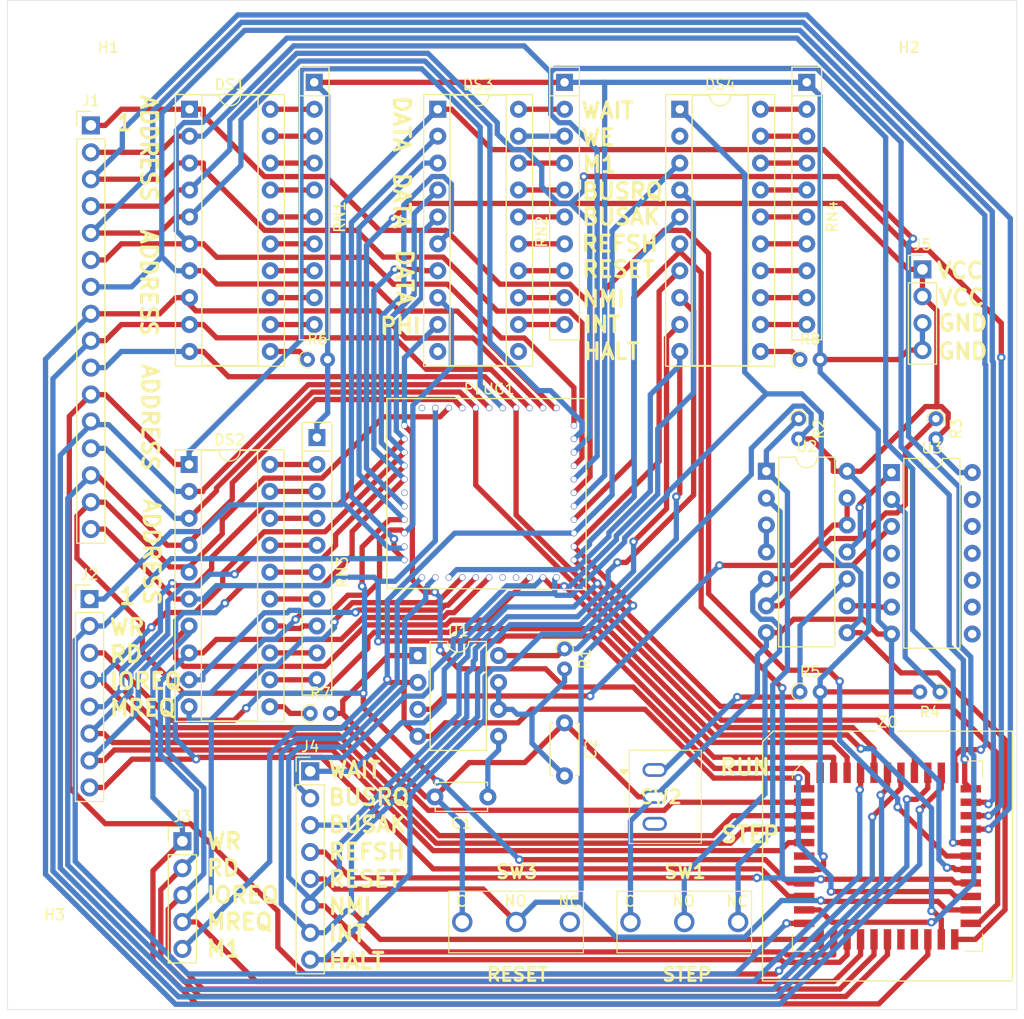
<source format=kicad_pcb>
(kicad_pcb (version 20171130) (host pcbnew "(5.1.10)-1")
  (layers (0 F.Cu signal) (31 B.Cu signal) (34 B.Paste user) (35 F.Paste user) (36 B.SilkS user) (37 F.SilkS user) (38 B.Mask user) (39 F.Mask user) (44 Edge.Cuts user))
  (net 0 "")
  (net 1 /A0)
  (net 2 GND)
  (net 3 /~INT)
  (net 4 ~NMI)
  (net 5 /~HALT)
  (net 6 VCC)
  (net 7 /~MREQ)
  (net 8 PHI)
  (net 9 /~IOREQ)
  (net 10 /A11)
  (net 11 /~RD)
  (net 12 /A12)
  (net 13 /~WR)
  (net 14 /A13)
  (net 15 /~BUSAK)
  (net 16 /A14)
  (net 17 /~WAIT)
  (net 18 /A15)
  (net 19 /~BUSRQ)
  (net 20 /D4)
  (net 21 ~RESET)
  (net 22 /D3)
  (net 23 /~M1)
  (net 24 /D5)
  (net 25 /~REFSH)
  (net 26 /A2)
  (net 27 /A6)
  (net 28 /A10)
  (net 29 /A5)
  (net 30 /A9)
  (net 31 /A4)
  (net 32 /A8)
  (net 33 /A3)
  (net 34 /A7)
  (net 35 /A1)
  (net 36 /D0)
  (net 37 /D1)
  (net 38 /D2)
  (net 39 /D6)
  (net 40 /D7)
  (net 41 "Net-(C1-Pad1)")
  (net 42 "Net-(C2-Pad2)")
  (net 43 "Net-(R2-Pad1)")
  (net 44 "Net-(R3-Pad1)")
  (net 45 "Net-(R4-Pad1)")
  (net 46 "Net-(R5-Pad1)")
  (net 47 "Net-(U1-Pad3)")
  (net 48 "Net-(U2-Pad2)")
  (net 49 "Net-(U2-Pad11)")
  (net 50 "Net-(U2-Pad3)")
  (net 51 "Net-(U2-Pad9)")
  (net 52 "Net-(DS2-Pad14)")
  (net 53 "Net-(DS1-Pad20)")
  (net 54 "Net-(DS1-Pad19)")
  (net 55 "Net-(DS1-Pad18)")
  (net 56 "Net-(DS1-Pad17)")
  (net 57 "Net-(DS1-Pad16)")
  (net 58 "Net-(DS1-Pad15)")
  (net 59 "Net-(DS1-Pad14)")
  (net 60 "Net-(DS1-Pad13)")
  (net 61 "Net-(DS1-Pad12)")
  (net 62 "Net-(DS1-Pad11)")
  (net 63 "Net-(DS2-Pad20)")
  (net 64 "Net-(DS2-Pad19)")
  (net 65 "Net-(DS2-Pad18)")
  (net 66 "Net-(DS2-Pad17)")
  (net 67 "Net-(DS2-Pad16)")
  (net 68 "Net-(DS2-Pad15)")
  (net 69 "Net-(DS2-Pad13)")
  (net 70 "Net-(DS2-Pad12)")
  (net 71 "Net-(DS2-Pad11)")
  (net 72 "Net-(DS3-Pad20)")
  (net 73 "Net-(DS3-Pad19)")
  (net 74 "Net-(DS3-Pad18)")
  (net 75 "Net-(DS3-Pad17)")
  (net 76 "Net-(DS3-Pad16)")
  (net 77 "Net-(DS3-Pad15)")
  (net 78 "Net-(DS3-Pad14)")
  (net 79 "Net-(DS3-Pad13)")
  (net 80 "Net-(DS3-Pad12)")
  (net 81 "Net-(DS4-Pad20)")
  (net 82 "Net-(DS4-Pad19)")
  (net 83 "Net-(DS4-Pad18)")
  (net 84 "Net-(DS4-Pad17)")
  (net 85 "Net-(DS4-Pad16)")
  (net 86 "Net-(DS4-Pad15)")
  (net 87 "Net-(DS4-Pad14)")
  (net 88 "Net-(DS4-Pad13)")
  (net 89 "Net-(DS4-Pad12)")
  (net 90 "Net-(DS4-Pad11)")
  (module Package_LCC:PLCC-44_SMD-Socket (layer F.Cu) (at 210.439 112.141)
    (fp_text reference Z0 (at 0 -12.64) (layer F.SilkS))
    (fp_text value Z80CPU-LCC)
    (pad 39 smd rect (at 7.8625 -6.35) (size 1.925 0.7) (layers F.Cu F.Paste F.Mask) (net 29 /A5))
    (pad 38 smd rect (at 7.8625 -5.08) (size 1.925 0.7) (layers F.Cu F.Paste F.Mask) (net 31 /A4))
    (pad 37 smd rect (at 7.8625 -3.81) (size 1.925 0.7) (layers F.Cu F.Paste F.Mask) (net 33 /A3))
    (pad 36 smd rect (at 7.8625 -2.54) (size 1.925 0.7) (layers F.Cu F.Paste F.Mask) (net 26 /A2))
    (pad 35 smd rect (at 7.8625 -1.27) (size 1.925 0.7) (layers F.Cu F.Paste F.Mask) (net 35 /A1))
    (pad 34 smd rect (at 7.8625 0) (size 1.925 0.7) (layers F.Cu F.Paste F.Mask) (net 1 /A0))
    (pad 33 smd rect (at 7.8625 1.27) (size 1.925 0.7) (layers F.Cu F.Paste F.Mask) (net 2 GND))
    (pad 32 smd rect (at 7.8625 2.54) (size 1.925 0.7) (layers F.Cu F.Paste F.Mask) (net 25 /~REFSH))
    (pad 31 smd rect (at 7.8625 3.81) (size 1.925 0.7) (layers F.Cu F.Paste F.Mask) (net 23 /~M1))
    (pad 30 smd rect (at 7.8625 5.08) (size 1.925 0.7) (layers F.Cu F.Paste F.Mask) (net 21 ~RESET))
    (pad 29 smd rect (at 7.8625 6.35) (size 1.925 0.7) (layers F.Cu F.Paste F.Mask) (net 15 /~BUSAK))
    (pad 28 smd rect (at 6.35 7.8625) (size 0.7 1.925) (layers F.Cu F.Paste F.Mask) (net 17 /~WAIT))
    (pad 27 smd rect (at 5.08 7.8625) (size 0.7 1.925) (layers F.Cu F.Paste F.Mask) (net 19 /~BUSRQ))
    (pad 26 smd rect (at 3.81 7.8625) (size 0.7 1.925) (layers F.Cu F.Paste F.Mask) (net 13 /~WR))
    (pad 25 smd rect (at 2.54 7.8625) (size 0.7 1.925) (layers F.Cu F.Paste F.Mask))
    (pad 24 smd rect (at 1.27 7.8625) (size 0.7 1.925) (layers F.Cu F.Paste F.Mask))
    (pad 23 smd rect (at 0 7.8625) (size 0.7 1.925) (layers F.Cu F.Paste F.Mask) (net 11 /~RD))
    (pad 22 smd rect (at -1.27 7.8625) (size 0.7 1.925) (layers F.Cu F.Paste F.Mask) (net 9 /~IOREQ))
    (pad 21 smd rect (at -2.54 7.8625) (size 0.7 1.925) (layers F.Cu F.Paste F.Mask) (net 7 /~MREQ))
    (pad 20 smd rect (at -3.81 7.8625) (size 0.7 1.925) (layers F.Cu F.Paste F.Mask) (net 5 /~HALT))
    (pad 19 smd rect (at -5.08 7.8625) (size 0.7 1.925) (layers F.Cu F.Paste F.Mask) (net 4 ~NMI))
    (pad 18 smd rect (at -6.35 7.8625) (size 0.7 1.925) (layers F.Cu F.Paste F.Mask) (net 3 /~INT))
    (pad 17 smd rect (at -7.8625 6.35) (size 1.925 0.7) (layers F.Cu F.Paste F.Mask) (net 37 /D1))
    (pad 16 smd rect (at -7.8625 5.08) (size 1.925 0.7) (layers F.Cu F.Paste F.Mask) (net 36 /D0))
    (pad 15 smd rect (at -7.8625 3.81) (size 1.925 0.7) (layers F.Cu F.Paste F.Mask) (net 40 /D7))
    (pad 14 smd rect (at -7.8625 2.54) (size 1.925 0.7) (layers F.Cu F.Paste F.Mask) (net 38 /D2))
    (pad 13 smd rect (at -7.8625 1.27) (size 1.925 0.7) (layers F.Cu F.Paste F.Mask) (net 6 VCC))
    (pad 12 smd rect (at -7.8625 0) (size 1.925 0.7) (layers F.Cu F.Paste F.Mask))
    (pad 11 smd rect (at -7.8625 -1.27) (size 1.925 0.7) (layers F.Cu F.Paste F.Mask) (net 39 /D6))
    (pad 10 smd rect (at -7.8625 -2.54) (size 1.925 0.7) (layers F.Cu F.Paste F.Mask) (net 24 /D5))
    (pad 9 smd rect (at -7.8625 -3.81) (size 1.925 0.7) (layers F.Cu F.Paste F.Mask) (net 22 /D3))
    (pad 8 smd rect (at -7.8625 -5.08) (size 1.925 0.7) (layers F.Cu F.Paste F.Mask) (net 20 /D4))
    (pad 7 smd rect (at -7.8625 -6.35) (size 1.925 0.7) (layers F.Cu F.Paste F.Mask) (net 8 PHI))
    (pad 40 smd rect (at 6.35 -7.8625) (size 0.7 1.925) (layers F.Cu F.Paste F.Mask) (net 27 /A6))
    (pad 41 smd rect (at 5.08 -7.8625) (size 0.7 1.925) (layers F.Cu F.Paste F.Mask) (net 34 /A7))
    (pad 42 smd rect (at 3.81 -7.8625) (size 0.7 1.925) (layers F.Cu F.Paste F.Mask) (net 32 /A8))
    (pad 43 smd rect (at 2.54 -7.8625) (size 0.7 1.925) (layers F.Cu F.Paste F.Mask) (net 30 /A9))
    (pad 44 smd rect (at 1.27 -7.8625) (size 0.7 1.925) (layers F.Cu F.Paste F.Mask) (net 28 /A10))
    (pad 6 smd rect (at -6.35 -7.8625) (size 0.7 1.925) (layers F.Cu F.Paste F.Mask))
    (pad 5 smd rect (at -5.08 -7.8625) (size 0.7 1.925) (layers F.Cu F.Paste F.Mask) (net 18 /A15))
    (pad 4 smd rect (at -3.81 -7.8625) (size 0.7 1.925) (layers F.Cu F.Paste F.Mask) (net 16 /A14))
    (pad 3 smd rect (at -2.54 -7.8625) (size 0.7 1.925) (layers F.Cu F.Paste F.Mask) (net 14 /A13))
    (pad 2 smd rect (at -1.27 -7.8625) (size 0.7 1.925) (layers F.Cu F.Paste F.Mask) (net 12 /A12))
    (pad 1 smd rect (at 0 -7.8625) (size 0.7 1.925) (layers F.Cu F.Paste F.Mask) (net 10 /A11))
  )
  (module Local:Winslow-W9303 (layer F.Cu) (at 172.847 77.851)
    (fp_text reference PLUG1 (at 0 -9.8) (layer F.SilkS))
    (fp_text value Z80CPU-LCC)
    (pad 44 thru_hole circle (at 1.27 -8) (size 0.6 0.6) (drill 0.5) (layers *.Cu *.Mask) (net 28 /A10))
    (pad 43 thru_hole circle (at 2.54 -8) (size 0.6 0.6) (drill 0.5) (layers *.Cu *.Mask) (net 30 /A9))
    (pad 42 thru_hole circle (at 3.81 -8) (size 0.6 0.6) (drill 0.5) (layers *.Cu *.Mask) (net 32 /A8))
    (pad 41 thru_hole circle (at 5.08 -8) (size 0.6 0.6) (drill 0.5) (layers *.Cu *.Mask) (net 34 /A7))
    (pad 40 thru_hole circle (at 6.35 -8) (size 0.6 0.6) (drill 0.5) (layers *.Cu *.Mask) (net 27 /A6))
    (pad 39 thru_hole circle (at 8 -6.35) (size 0.6 0.6) (drill 0.5) (layers *.Cu *.Mask) (net 29 /A5))
    (pad 38 thru_hole circle (at 8 -5.08) (size 0.6 0.6) (drill 0.5) (layers *.Cu *.Mask) (net 31 /A4))
    (pad 37 thru_hole circle (at 8 -3.81) (size 0.6 0.6) (drill 0.5) (layers *.Cu *.Mask) (net 33 /A3))
    (pad 36 thru_hole circle (at 8 -2.54) (size 0.6 0.6) (drill 0.5) (layers *.Cu *.Mask) (net 26 /A2))
    (pad 35 thru_hole circle (at 8 -1.27) (size 0.6 0.6) (drill 0.5) (layers *.Cu *.Mask) (net 35 /A1))
    (pad 34 thru_hole circle (at 8 0) (size 0.6 0.6) (drill 0.5) (layers *.Cu *.Mask) (net 1 /A0))
    (pad 33 thru_hole circle (at 8 1.27) (size 0.6 0.6) (drill 0.5) (layers *.Cu *.Mask) (net 2 GND))
    (pad 32 thru_hole circle (at 8 2.54) (size 0.6 0.6) (drill 0.5) (layers *.Cu *.Mask) (net 25 /~REFSH))
    (pad 31 thru_hole circle (at 8 3.81) (size 0.6 0.6) (drill 0.5) (layers *.Cu *.Mask) (net 23 /~M1))
    (pad 30 thru_hole circle (at 8 5.08) (size 0.6 0.6) (drill 0.5) (layers *.Cu *.Mask) (net 21 ~RESET))
    (pad 29 thru_hole circle (at 8 6.35) (size 0.6 0.6) (drill 0.5) (layers *.Cu *.Mask) (net 15 /~BUSAK))
    (pad 28 thru_hole circle (at 6.35 8) (size 0.6 0.6) (drill 0.5) (layers *.Cu *.Mask) (net 17 /~WAIT))
    (pad 27 thru_hole circle (at 5.08 8) (size 0.6 0.6) (drill 0.5) (layers *.Cu *.Mask) (net 19 /~BUSRQ))
    (pad 26 thru_hole circle (at 3.81 8) (size 0.6 0.6) (drill 0.5) (layers *.Cu *.Mask) (net 13 /~WR))
    (pad 25 thru_hole circle (at 2.54 8) (size 0.6 0.6) (drill 0.5) (layers *.Cu *.Mask))
    (pad 24 thru_hole circle (at 1.27 8) (size 0.6 0.6) (drill 0.5) (layers *.Cu *.Mask))
    (pad 23 thru_hole circle (at 0 8) (size 0.6 0.6) (drill 0.5) (layers *.Cu *.Mask) (net 11 /~RD))
    (pad 22 thru_hole circle (at -1.27 8) (size 0.6 0.6) (drill 0.5) (layers *.Cu *.Mask) (net 9 /~IOREQ))
    (pad 21 thru_hole circle (at -2.54 8) (size 0.6 0.6) (drill 0.5) (layers *.Cu *.Mask) (net 7 /~MREQ))
    (pad 20 thru_hole circle (at -3.81 8) (size 0.6 0.6) (drill 0.5) (layers *.Cu *.Mask) (net 5 /~HALT))
    (pad 19 thru_hole circle (at -5.08 8) (size 0.6 0.6) (drill 0.5) (layers *.Cu *.Mask) (net 4 ~NMI))
    (pad 18 thru_hole circle (at -6.35 8) (size 0.6 0.6) (drill 0.5) (layers *.Cu *.Mask) (net 3 /~INT))
    (pad 17 thru_hole circle (at -8 6.35) (size 0.6 0.6) (drill 0.5) (layers *.Cu *.Mask) (net 37 /D1))
    (pad 16 thru_hole circle (at -8 5.08) (size 0.6 0.6) (drill 0.5) (layers *.Cu *.Mask) (net 36 /D0))
    (pad 15 thru_hole circle (at -8 3.81) (size 0.6 0.6) (drill 0.5) (layers *.Cu *.Mask) (net 40 /D7))
    (pad 14 thru_hole circle (at -8 2.54) (size 0.6 0.6) (drill 0.5) (layers *.Cu *.Mask) (net 38 /D2))
    (pad 13 thru_hole circle (at -8 1.27) (size 0.6 0.6) (drill 0.5) (layers *.Cu *.Mask) (net 6 VCC))
    (pad 12 thru_hole circle (at -8 0) (size 0.6 0.6) (drill 0.5) (layers *.Cu *.Mask))
    (pad 11 thru_hole circle (at -8 -1.27) (size 0.6 0.6) (drill 0.5) (layers *.Cu *.Mask) (net 39 /D6))
    (pad 10 thru_hole circle (at -8 -2.54) (size 0.6 0.6) (drill 0.5) (layers *.Cu *.Mask) (net 24 /D5))
    (pad 9 thru_hole circle (at -8 -3.81) (size 0.6 0.6) (drill 0.5) (layers *.Cu *.Mask) (net 22 /D3))
    (pad 8 thru_hole circle (at -8 -5.08) (size 0.6 0.6) (drill 0.5) (layers *.Cu *.Mask) (net 20 /D4))
    (pad 7 thru_hole circle (at -8 -6.35) (size 0.6 0.6) (drill 0.5) (layers *.Cu *.Mask) (net 8 PHI))
    (pad 6 thru_hole circle (at -6.35 -8) (size 0.6 0.6) (drill 0.5) (layers *.Cu *.Mask))
    (pad 5 thru_hole circle (at -5.08 -8) (size 0.6 0.6) (drill 0.5) (layers *.Cu *.Mask) (net 18 /A15))
    (pad 4 thru_hole circle (at -3.81 -8) (size 0.6 0.6) (drill 0.5) (layers *.Cu *.Mask) (net 16 /A14))
    (pad 3 thru_hole circle (at -2.54 -8) (size 0.6 0.6) (drill 0.5) (layers *.Cu *.Mask) (net 14 /A13))
    (pad 2 thru_hole circle (at -1.27 -8) (size 0.6 0.6) (drill 0.5) (layers *.Cu *.Mask) (net 12 /A12))
    (pad 1 thru_hole circle (at 0 -8) (size 0.6 0.6) (drill 0.5) (layers *.Cu *.Mask) (net 10 /A11))
  )
  (module Package_DIP:DIP-14_W7.62mm (layer F.Cu) (at 210.82 75.946)
    (fp_text reference U3 (at 3.81 -2.33) (layer F.SilkS))
    (fp_text value 74LS74)
    (pad 14 thru_hole oval (at 7.62 0) (size 1.6 1.6) (drill 0.8) (layers *.Cu *.Mask) (net 6 VCC))
    (pad 7 thru_hole oval (at 0 15.24) (size 1.6 1.6) (drill 0.8) (layers *.Cu *.Mask) (net 2 GND))
    (pad 13 thru_hole oval (at 7.62 2.54) (size 1.6 1.6) (drill 0.8) (layers *.Cu *.Mask))
    (pad 6 thru_hole oval (at 0 12.7) (size 1.6 1.6) (drill 0.8) (layers *.Cu *.Mask) (net 51 "Net-(U2-Pad9)"))
    (pad 12 thru_hole oval (at 7.62 5.08) (size 1.6 1.6) (drill 0.8) (layers *.Cu *.Mask))
    (pad 5 thru_hole oval (at 0 10.16) (size 1.6 1.6) (drill 0.8) (layers *.Cu *.Mask))
    (pad 11 thru_hole oval (at 7.62 7.62) (size 1.6 1.6) (drill 0.8) (layers *.Cu *.Mask))
    (pad 4 thru_hole oval (at 0 7.62) (size 1.6 1.6) (drill 0.8) (layers *.Cu *.Mask))
    (pad 10 thru_hole oval (at 7.62 10.16) (size 1.6 1.6) (drill 0.8) (layers *.Cu *.Mask))
    (pad 3 thru_hole oval (at 0 5.08) (size 1.6 1.6) (drill 0.8) (layers *.Cu *.Mask) (net 48 "Net-(U2-Pad2)"))
    (pad 9 thru_hole oval (at 7.62 12.7) (size 1.6 1.6) (drill 0.8) (layers *.Cu *.Mask))
    (pad 2 thru_hole oval (at 0 2.54) (size 1.6 1.6) (drill 0.8) (layers *.Cu *.Mask) (net 45 "Net-(R4-Pad1)"))
    (pad 8 thru_hole oval (at 7.62 15.24) (size 1.6 1.6) (drill 0.8) (layers *.Cu *.Mask))
    (pad 1 thru_hole rect (at 0 0) (size 1.6 1.6) (drill 0.8) (layers *.Cu *.Mask) (net 49 "Net-(U2-Pad11)"))
  )
  (module Local:B13AP (layer F.Cu) (at 188.468 104.013)
    (fp_text reference SW2 (at 0.6 2.54) (layer F.SilkS) (effects (font (size 1.27 1.27) (thickness 0.254))))
    (fp_text value RUN/STEP hide)
    (pad 1 thru_hole oval (at 0 0 90) (size 1.3 2.3) (drill oval 0.8 1.8) (layers *.Cu *.Mask) (net 46 "Net-(R5-Pad1)"))
    (pad 2 thru_hole oval (at 0 2.54 90) (size 1.3 2.3) (drill oval 0.8 1.8) (layers *.Cu *.Mask) (net 2 GND))
    (pad 3 thru_hole oval (at 0 5.08 90) (size 1.3 2.3) (drill oval 0.8 1.8) (layers *.Cu *.Mask))
  )
  (module Local:10_Bar_LED_Array_DIP-20_W7.62mm (layer F.Cu) (at 190.836 41.656)
    (fp_text reference DS4 (at 3.81 -2.33) (layer F.SilkS))
    (fp_text value SSA-LXB10GW-GF_LP)
    (pad 20 thru_hole oval (at 7.62 0) (size 1.6 1.6) (drill 0.8) (layers *.Cu *.Mask) (net 81 "Net-(DS4-Pad20)"))
    (pad 10 thru_hole oval (at 0 22.86) (size 1.6 1.6) (drill 0.8) (layers *.Cu *.Mask) (net 5 /~HALT))
    (pad 19 thru_hole oval (at 7.62 2.54) (size 1.6 1.6) (drill 0.8) (layers *.Cu *.Mask) (net 82 "Net-(DS4-Pad19)"))
    (pad 9 thru_hole oval (at 0 20.32) (size 1.6 1.6) (drill 0.8) (layers *.Cu *.Mask) (net 3 /~INT))
    (pad 18 thru_hole oval (at 7.62 5.08) (size 1.6 1.6) (drill 0.8) (layers *.Cu *.Mask) (net 83 "Net-(DS4-Pad18)"))
    (pad 8 thru_hole oval (at 0 17.78) (size 1.6 1.6) (drill 0.8) (layers *.Cu *.Mask) (net 4 ~NMI))
    (pad 17 thru_hole oval (at 7.62 7.62) (size 1.6 1.6) (drill 0.8) (layers *.Cu *.Mask) (net 84 "Net-(DS4-Pad17)"))
    (pad 7 thru_hole oval (at 0 15.24) (size 1.6 1.6) (drill 0.8) (layers *.Cu *.Mask) (net 21 ~RESET))
    (pad 16 thru_hole oval (at 7.62 10.16) (size 1.6 1.6) (drill 0.8) (layers *.Cu *.Mask) (net 85 "Net-(DS4-Pad16)"))
    (pad 6 thru_hole oval (at 0 12.7) (size 1.6 1.6) (drill 0.8) (layers *.Cu *.Mask) (net 25 /~REFSH))
    (pad 15 thru_hole oval (at 7.62 12.7) (size 1.6 1.6) (drill 0.8) (layers *.Cu *.Mask) (net 86 "Net-(DS4-Pad15)"))
    (pad 5 thru_hole oval (at 0 10.16) (size 1.6 1.6) (drill 0.8) (layers *.Cu *.Mask) (net 15 /~BUSAK))
    (pad 14 thru_hole oval (at 7.62 15.24) (size 1.6 1.6) (drill 0.8) (layers *.Cu *.Mask) (net 87 "Net-(DS4-Pad14)"))
    (pad 4 thru_hole oval (at 0 7.62) (size 1.6 1.6) (drill 0.8) (layers *.Cu *.Mask) (net 19 /~BUSRQ))
    (pad 13 thru_hole oval (at 7.62 17.78) (size 1.6 1.6) (drill 0.8) (layers *.Cu *.Mask) (net 88 "Net-(DS4-Pad13)"))
    (pad 3 thru_hole oval (at 0 5.08) (size 1.6 1.6) (drill 0.8) (layers *.Cu *.Mask) (net 23 /~M1))
    (pad 12 thru_hole oval (at 7.62 20.32) (size 1.6 1.6) (drill 0.8) (layers *.Cu *.Mask) (net 89 "Net-(DS4-Pad12)"))
    (pad 2 thru_hole oval (at 0 2.54) (size 1.6 1.6) (drill 0.8) (layers *.Cu *.Mask))
    (pad 11 thru_hole oval (at 7.62 22.86) (size 1.6 1.6) (drill 0.8) (layers *.Cu *.Mask) (net 90 "Net-(DS4-Pad11)"))
    (pad 1 thru_hole rect (at 0 0) (size 1.6 1.6) (drill 0.8) (layers *.Cu *.Mask) (net 17 /~WAIT))
  )
  (module Local:10_Bar_LED_Array_DIP-20_W7.62mm (layer F.Cu) (at 167.994 41.656)
    (fp_text reference DS3 (at 3.81 -2.33) (layer F.SilkS))
    (fp_text value SSA-LXB10GW-GF_LP)
    (pad 20 thru_hole oval (at 7.62 0) (size 1.6 1.6) (drill 0.8) (layers *.Cu *.Mask) (net 72 "Net-(DS3-Pad20)"))
    (pad 10 thru_hole oval (at 0 22.86) (size 1.6 1.6) (drill 0.8) (layers *.Cu *.Mask))
    (pad 19 thru_hole oval (at 7.62 2.54) (size 1.6 1.6) (drill 0.8) (layers *.Cu *.Mask) (net 73 "Net-(DS3-Pad19)"))
    (pad 9 thru_hole oval (at 0 20.32) (size 1.6 1.6) (drill 0.8) (layers *.Cu *.Mask) (net 8 PHI))
    (pad 18 thru_hole oval (at 7.62 5.08) (size 1.6 1.6) (drill 0.8) (layers *.Cu *.Mask) (net 74 "Net-(DS3-Pad18)"))
    (pad 8 thru_hole oval (at 0 17.78) (size 1.6 1.6) (drill 0.8) (layers *.Cu *.Mask) (net 40 /D7))
    (pad 17 thru_hole oval (at 7.62 7.62) (size 1.6 1.6) (drill 0.8) (layers *.Cu *.Mask) (net 75 "Net-(DS3-Pad17)"))
    (pad 7 thru_hole oval (at 0 15.24) (size 1.6 1.6) (drill 0.8) (layers *.Cu *.Mask) (net 39 /D6))
    (pad 16 thru_hole oval (at 7.62 10.16) (size 1.6 1.6) (drill 0.8) (layers *.Cu *.Mask) (net 76 "Net-(DS3-Pad16)"))
    (pad 6 thru_hole oval (at 0 12.7) (size 1.6 1.6) (drill 0.8) (layers *.Cu *.Mask) (net 24 /D5))
    (pad 15 thru_hole oval (at 7.62 12.7) (size 1.6 1.6) (drill 0.8) (layers *.Cu *.Mask) (net 77 "Net-(DS3-Pad15)"))
    (pad 5 thru_hole oval (at 0 10.16) (size 1.6 1.6) (drill 0.8) (layers *.Cu *.Mask) (net 20 /D4))
    (pad 14 thru_hole oval (at 7.62 15.24) (size 1.6 1.6) (drill 0.8) (layers *.Cu *.Mask) (net 78 "Net-(DS3-Pad14)"))
    (pad 4 thru_hole oval (at 0 7.62) (size 1.6 1.6) (drill 0.8) (layers *.Cu *.Mask) (net 22 /D3))
    (pad 13 thru_hole oval (at 7.62 17.78) (size 1.6 1.6) (drill 0.8) (layers *.Cu *.Mask) (net 79 "Net-(DS3-Pad13)"))
    (pad 3 thru_hole oval (at 0 5.08) (size 1.6 1.6) (drill 0.8) (layers *.Cu *.Mask) (net 38 /D2))
    (pad 12 thru_hole oval (at 7.62 20.32) (size 1.6 1.6) (drill 0.8) (layers *.Cu *.Mask) (net 80 "Net-(DS3-Pad12)"))
    (pad 2 thru_hole oval (at 0 2.54) (size 1.6 1.6) (drill 0.8) (layers *.Cu *.Mask) (net 37 /D1))
    (pad 11 thru_hole oval (at 7.62 22.86) (size 1.6 1.6) (drill 0.8) (layers *.Cu *.Mask))
    (pad 1 thru_hole rect (at 0 0) (size 1.6 1.6) (drill 0.8) (layers *.Cu *.Mask) (net 36 /D0))
  )
  (module Local:10_Bar_LED_Array_DIP-20_W7.62mm (layer F.Cu) (at 144.526 75.184)
    (fp_text reference DS2 (at 3.81 -2.33) (layer F.SilkS))
    (fp_text value SSA-LXB10GW-GF_LP)
    (pad 20 thru_hole oval (at 7.62 0) (size 1.6 1.6) (drill 0.8) (layers *.Cu *.Mask) (net 63 "Net-(DS2-Pad20)"))
    (pad 10 thru_hole oval (at 0 22.86) (size 1.6 1.6) (drill 0.8) (layers *.Cu *.Mask) (net 7 /~MREQ))
    (pad 19 thru_hole oval (at 7.62 2.54) (size 1.6 1.6) (drill 0.8) (layers *.Cu *.Mask) (net 64 "Net-(DS2-Pad19)"))
    (pad 9 thru_hole oval (at 0 20.32) (size 1.6 1.6) (drill 0.8) (layers *.Cu *.Mask) (net 9 /~IOREQ))
    (pad 18 thru_hole oval (at 7.62 5.08) (size 1.6 1.6) (drill 0.8) (layers *.Cu *.Mask) (net 65 "Net-(DS2-Pad18)"))
    (pad 8 thru_hole oval (at 0 17.78) (size 1.6 1.6) (drill 0.8) (layers *.Cu *.Mask) (net 11 /~RD))
    (pad 17 thru_hole oval (at 7.62 7.62) (size 1.6 1.6) (drill 0.8) (layers *.Cu *.Mask) (net 66 "Net-(DS2-Pad17)"))
    (pad 7 thru_hole oval (at 0 15.24) (size 1.6 1.6) (drill 0.8) (layers *.Cu *.Mask) (net 13 /~WR))
    (pad 16 thru_hole oval (at 7.62 10.16) (size 1.6 1.6) (drill 0.8) (layers *.Cu *.Mask) (net 67 "Net-(DS2-Pad16)"))
    (pad 6 thru_hole oval (at 0 12.7) (size 1.6 1.6) (drill 0.8) (layers *.Cu *.Mask) (net 18 /A15))
    (pad 15 thru_hole oval (at 7.62 12.7) (size 1.6 1.6) (drill 0.8) (layers *.Cu *.Mask) (net 68 "Net-(DS2-Pad15)"))
    (pad 5 thru_hole oval (at 0 10.16) (size 1.6 1.6) (drill 0.8) (layers *.Cu *.Mask) (net 16 /A14))
    (pad 14 thru_hole oval (at 7.62 15.24) (size 1.6 1.6) (drill 0.8) (layers *.Cu *.Mask) (net 52 "Net-(DS2-Pad14)"))
    (pad 4 thru_hole oval (at 0 7.62) (size 1.6 1.6) (drill 0.8) (layers *.Cu *.Mask) (net 14 /A13))
    (pad 13 thru_hole oval (at 7.62 17.78) (size 1.6 1.6) (drill 0.8) (layers *.Cu *.Mask) (net 69 "Net-(DS2-Pad13)"))
    (pad 3 thru_hole oval (at 0 5.08) (size 1.6 1.6) (drill 0.8) (layers *.Cu *.Mask) (net 12 /A12))
    (pad 12 thru_hole oval (at 7.62 20.32) (size 1.6 1.6) (drill 0.8) (layers *.Cu *.Mask) (net 70 "Net-(DS2-Pad12)"))
    (pad 2 thru_hole oval (at 0 2.54) (size 1.6 1.6) (drill 0.8) (layers *.Cu *.Mask) (net 10 /A11))
    (pad 11 thru_hole oval (at 7.62 22.86) (size 1.6 1.6) (drill 0.8) (layers *.Cu *.Mask) (net 71 "Net-(DS2-Pad11)"))
    (pad 1 thru_hole rect (at 0 0) (size 1.6 1.6) (drill 0.8) (layers *.Cu *.Mask) (net 28 /A10))
  )
  (module Local:10_Bar_LED_Array_DIP-20_W7.62mm (layer F.Cu) (at 144.568 41.656)
    (fp_text reference DS1 (at 3.81 -2.33) (layer F.SilkS))
    (fp_text value SSA-LXB10GW-GF_LP)
    (pad 20 thru_hole oval (at 7.62 0) (size 1.6 1.6) (drill 0.8) (layers *.Cu *.Mask) (net 53 "Net-(DS1-Pad20)"))
    (pad 10 thru_hole oval (at 0 22.86) (size 1.6 1.6) (drill 0.8) (layers *.Cu *.Mask) (net 30 /A9))
    (pad 19 thru_hole oval (at 7.62 2.54) (size 1.6 1.6) (drill 0.8) (layers *.Cu *.Mask) (net 54 "Net-(DS1-Pad19)"))
    (pad 9 thru_hole oval (at 0 20.32) (size 1.6 1.6) (drill 0.8) (layers *.Cu *.Mask) (net 32 /A8))
    (pad 18 thru_hole oval (at 7.62 5.08) (size 1.6 1.6) (drill 0.8) (layers *.Cu *.Mask) (net 55 "Net-(DS1-Pad18)"))
    (pad 8 thru_hole oval (at 0 17.78) (size 1.6 1.6) (drill 0.8) (layers *.Cu *.Mask) (net 34 /A7))
    (pad 17 thru_hole oval (at 7.62 7.62) (size 1.6 1.6) (drill 0.8) (layers *.Cu *.Mask) (net 56 "Net-(DS1-Pad17)"))
    (pad 7 thru_hole oval (at 0 15.24) (size 1.6 1.6) (drill 0.8) (layers *.Cu *.Mask) (net 27 /A6))
    (pad 16 thru_hole oval (at 7.62 10.16) (size 1.6 1.6) (drill 0.8) (layers *.Cu *.Mask) (net 57 "Net-(DS1-Pad16)"))
    (pad 6 thru_hole oval (at 0 12.7) (size 1.6 1.6) (drill 0.8) (layers *.Cu *.Mask) (net 29 /A5))
    (pad 15 thru_hole oval (at 7.62 12.7) (size 1.6 1.6) (drill 0.8) (layers *.Cu *.Mask) (net 58 "Net-(DS1-Pad15)"))
    (pad 5 thru_hole oval (at 0 10.16) (size 1.6 1.6) (drill 0.8) (layers *.Cu *.Mask) (net 31 /A4))
    (pad 14 thru_hole oval (at 7.62 15.24) (size 1.6 1.6) (drill 0.8) (layers *.Cu *.Mask) (net 59 "Net-(DS1-Pad14)"))
    (pad 4 thru_hole oval (at 0 7.62) (size 1.6 1.6) (drill 0.8) (layers *.Cu *.Mask) (net 33 /A3))
    (pad 13 thru_hole oval (at 7.62 17.78) (size 1.6 1.6) (drill 0.8) (layers *.Cu *.Mask) (net 60 "Net-(DS1-Pad13)"))
    (pad 3 thru_hole oval (at 0 5.08) (size 1.6 1.6) (drill 0.8) (layers *.Cu *.Mask) (net 26 /A2))
    (pad 12 thru_hole oval (at 7.62 20.32) (size 1.6 1.6) (drill 0.8) (layers *.Cu *.Mask) (net 61 "Net-(DS1-Pad12)"))
    (pad 2 thru_hole oval (at 0 2.54) (size 1.6 1.6) (drill 0.8) (layers *.Cu *.Mask) (net 35 /A1))
    (pad 11 thru_hole oval (at 7.62 22.86) (size 1.6 1.6) (drill 0.8) (layers *.Cu *.Mask) (net 62 "Net-(DS1-Pad11)"))
    (pad 1 thru_hole rect (at 0 0) (size 1.6 1.6) (drill 0.8) (layers *.Cu *.Mask) (net 1 /A0))
  )
  (module Resistor_THT:R_Array_SIP10 (layer F.Cu) (at 202.819 39.116 270)
    (fp_text reference RN4 (at 12.7 -2.4 90) (layer F.SilkS))
    (fp_text value 330)
    (pad 10 thru_hole oval (at 22.86 0 270) (size 1.6 1.6) (drill 0.8) (layers *.Cu *.Mask) (net 89 "Net-(DS4-Pad12)"))
    (pad 9 thru_hole oval (at 20.32 0 270) (size 1.6 1.6) (drill 0.8) (layers *.Cu *.Mask) (net 88 "Net-(DS4-Pad13)"))
    (pad 8 thru_hole oval (at 17.78 0 270) (size 1.6 1.6) (drill 0.8) (layers *.Cu *.Mask) (net 87 "Net-(DS4-Pad14)"))
    (pad 7 thru_hole oval (at 15.24 0 270) (size 1.6 1.6) (drill 0.8) (layers *.Cu *.Mask) (net 86 "Net-(DS4-Pad15)"))
    (pad 6 thru_hole oval (at 12.7 0 270) (size 1.6 1.6) (drill 0.8) (layers *.Cu *.Mask) (net 85 "Net-(DS4-Pad16)"))
    (pad 5 thru_hole oval (at 10.16 0 270) (size 1.6 1.6) (drill 0.8) (layers *.Cu *.Mask) (net 84 "Net-(DS4-Pad17)"))
    (pad 4 thru_hole oval (at 7.62 0 270) (size 1.6 1.6) (drill 0.8) (layers *.Cu *.Mask) (net 83 "Net-(DS4-Pad18)"))
    (pad 3 thru_hole oval (at 5.08 0 270) (size 1.6 1.6) (drill 0.8) (layers *.Cu *.Mask) (net 82 "Net-(DS4-Pad19)"))
    (pad 2 thru_hole oval (at 2.54 0 270) (size 1.6 1.6) (drill 0.8) (layers *.Cu *.Mask) (net 81 "Net-(DS4-Pad20)"))
    (pad 1 thru_hole rect (at 0 0 270) (size 1.6 1.6) (drill 0.8) (layers *.Cu *.Mask) (net 2 GND))
  )
  (module Resistor_THT:R_Array_SIP10 (layer F.Cu) (at 156.591 72.644 270)
    (fp_text reference RN3 (at 12.7 -2.4 90) (layer F.SilkS))
    (fp_text value 330)
    (pad 10 thru_hole oval (at 22.86 0 270) (size 1.6 1.6) (drill 0.8) (layers *.Cu *.Mask) (net 70 "Net-(DS2-Pad12)"))
    (pad 9 thru_hole oval (at 20.32 0 270) (size 1.6 1.6) (drill 0.8) (layers *.Cu *.Mask) (net 69 "Net-(DS2-Pad13)"))
    (pad 8 thru_hole oval (at 17.78 0 270) (size 1.6 1.6) (drill 0.8) (layers *.Cu *.Mask) (net 52 "Net-(DS2-Pad14)"))
    (pad 7 thru_hole oval (at 15.24 0 270) (size 1.6 1.6) (drill 0.8) (layers *.Cu *.Mask) (net 68 "Net-(DS2-Pad15)"))
    (pad 6 thru_hole oval (at 12.7 0 270) (size 1.6 1.6) (drill 0.8) (layers *.Cu *.Mask) (net 67 "Net-(DS2-Pad16)"))
    (pad 5 thru_hole oval (at 10.16 0 270) (size 1.6 1.6) (drill 0.8) (layers *.Cu *.Mask) (net 66 "Net-(DS2-Pad17)"))
    (pad 4 thru_hole oval (at 7.62 0 270) (size 1.6 1.6) (drill 0.8) (layers *.Cu *.Mask) (net 65 "Net-(DS2-Pad18)"))
    (pad 3 thru_hole oval (at 5.08 0 270) (size 1.6 1.6) (drill 0.8) (layers *.Cu *.Mask) (net 64 "Net-(DS2-Pad19)"))
    (pad 2 thru_hole oval (at 2.54 0 270) (size 1.6 1.6) (drill 0.8) (layers *.Cu *.Mask) (net 63 "Net-(DS2-Pad20)"))
    (pad 1 thru_hole rect (at 0 0 270) (size 1.6 1.6) (drill 0.8) (layers *.Cu *.Mask) (net 2 GND))
  )
  (module Resistor_THT:R_Array_SIP10 (layer F.Cu) (at 179.959 39.116 270)
    (fp_text reference RN2 (at 14.097 2.159 90) (layer F.SilkS))
    (fp_text value 330)
    (pad 10 thru_hole oval (at 22.86 0 270) (size 1.6 1.6) (drill 0.8) (layers *.Cu *.Mask) (net 80 "Net-(DS3-Pad12)"))
    (pad 9 thru_hole oval (at 20.32 0 270) (size 1.6 1.6) (drill 0.8) (layers *.Cu *.Mask) (net 79 "Net-(DS3-Pad13)"))
    (pad 8 thru_hole oval (at 17.78 0 270) (size 1.6 1.6) (drill 0.8) (layers *.Cu *.Mask) (net 78 "Net-(DS3-Pad14)"))
    (pad 7 thru_hole oval (at 15.24 0 270) (size 1.6 1.6) (drill 0.8) (layers *.Cu *.Mask) (net 77 "Net-(DS3-Pad15)"))
    (pad 6 thru_hole oval (at 12.7 0 270) (size 1.6 1.6) (drill 0.8) (layers *.Cu *.Mask) (net 76 "Net-(DS3-Pad16)"))
    (pad 5 thru_hole oval (at 10.16 0 270) (size 1.6 1.6) (drill 0.8) (layers *.Cu *.Mask) (net 75 "Net-(DS3-Pad17)"))
    (pad 4 thru_hole oval (at 7.62 0 270) (size 1.6 1.6) (drill 0.8) (layers *.Cu *.Mask) (net 74 "Net-(DS3-Pad18)"))
    (pad 3 thru_hole oval (at 5.08 0 270) (size 1.6 1.6) (drill 0.8) (layers *.Cu *.Mask) (net 73 "Net-(DS3-Pad19)"))
    (pad 2 thru_hole oval (at 2.54 0 270) (size 1.6 1.6) (drill 0.8) (layers *.Cu *.Mask) (net 72 "Net-(DS3-Pad20)"))
    (pad 1 thru_hole rect (at 0 0 270) (size 1.6 1.6) (drill 0.8) (layers *.Cu *.Mask) (net 2 GND))
  )
  (module Resistor_THT:R_Array_SIP10 (layer F.Cu) (at 156.337 39.116 270)
    (fp_text reference RN1 (at 12.7 -2.4 90) (layer F.SilkS))
    (fp_text value 330)
    (pad 10 thru_hole oval (at 22.86 0 270) (size 1.6 1.6) (drill 0.8) (layers *.Cu *.Mask) (net 61 "Net-(DS1-Pad12)"))
    (pad 9 thru_hole oval (at 20.32 0 270) (size 1.6 1.6) (drill 0.8) (layers *.Cu *.Mask) (net 60 "Net-(DS1-Pad13)"))
    (pad 8 thru_hole oval (at 17.78 0 270) (size 1.6 1.6) (drill 0.8) (layers *.Cu *.Mask) (net 59 "Net-(DS1-Pad14)"))
    (pad 7 thru_hole oval (at 15.24 0 270) (size 1.6 1.6) (drill 0.8) (layers *.Cu *.Mask) (net 58 "Net-(DS1-Pad15)"))
    (pad 6 thru_hole oval (at 12.7 0 270) (size 1.6 1.6) (drill 0.8) (layers *.Cu *.Mask) (net 57 "Net-(DS1-Pad16)"))
    (pad 5 thru_hole oval (at 10.16 0 270) (size 1.6 1.6) (drill 0.8) (layers *.Cu *.Mask) (net 56 "Net-(DS1-Pad17)"))
    (pad 4 thru_hole oval (at 7.62 0 270) (size 1.6 1.6) (drill 0.8) (layers *.Cu *.Mask) (net 55 "Net-(DS1-Pad18)"))
    (pad 3 thru_hole oval (at 5.08 0 270) (size 1.6 1.6) (drill 0.8) (layers *.Cu *.Mask) (net 54 "Net-(DS1-Pad19)"))
    (pad 2 thru_hole oval (at 2.54 0 270) (size 1.6 1.6) (drill 0.8) (layers *.Cu *.Mask) (net 53 "Net-(DS1-Pad20)"))
    (pad 1 thru_hole rect (at 0 0 270) (size 1.6 1.6) (drill 0.8) (layers *.Cu *.Mask) (net 2 GND))
  )
  (module Resistor_THT:R_Axial_DIN0204_L3.6mm_D1.6mm_P1.90mm_Vertical (layer F.Cu) (at 202.184 65.278)
    (fp_text reference R8 (at 0.95 -1.92) (layer F.SilkS))
    (fp_text value 330)
    (pad 2 thru_hole oval (at 1.9 0) (size 1.4 1.4) (drill 0.7) (layers *.Cu *.Mask) (net 2 GND))
    (pad 1 thru_hole circle (at 0 0) (size 1.4 1.4) (drill 0.7) (layers *.Cu *.Mask) (net 90 "Net-(DS4-Pad11)"))
  )
  (module Resistor_THT:R_Axial_DIN0204_L3.6mm_D1.6mm_P1.90mm_Vertical (layer F.Cu) (at 155.956 98.679)
    (fp_text reference R7 (at 0.95 -1.92) (layer F.SilkS))
    (fp_text value 330)
    (pad 2 thru_hole oval (at 1.9 0) (size 1.4 1.4) (drill 0.7) (layers *.Cu *.Mask) (net 2 GND))
    (pad 1 thru_hole circle (at 0 0) (size 1.4 1.4) (drill 0.7) (layers *.Cu *.Mask) (net 71 "Net-(DS2-Pad11)"))
  )
  (module Resistor_THT:R_Axial_DIN0204_L3.6mm_D1.6mm_P1.90mm_Vertical (layer F.Cu) (at 155.702 65.278)
    (fp_text reference R6 (at 0.95 -1.92) (layer F.SilkS))
    (fp_text value 330)
    (pad 2 thru_hole oval (at 1.9 0) (size 1.4 1.4) (drill 0.7) (layers *.Cu *.Mask) (net 2 GND))
    (pad 1 thru_hole circle (at 0 0) (size 1.4 1.4) (drill 0.7) (layers *.Cu *.Mask) (net 62 "Net-(DS1-Pad11)"))
  )
  (module Local:ZMAXXXYYYZZZLC (layer F.Cu) (at 170.307 118.364)
    (fp_text reference SW3 (at 5.1562 -4.7498) (layer F.SilkS) (effects (font (size 1.27 1.27) (thickness 0.254))))
    (fp_text value RESET (at 5.207 4.953) (layer F.SilkS) (effects (font (size 1.27 1.27) (thickness 0.254))))
    (fp_text user NC (at 10.0838 -1.9558) (layer F.SilkS))
    (fp_text user NO (at 5.0292 -1.9812) (layer F.SilkS))
    (fp_text user C (at -0.0762 -1.9558) (layer F.SilkS))
    (pad 1 thru_hole circle (at 10.16 0 90) (size 1.92 1.92) (drill 1.28) (layers *.Cu *.Mask))
    (pad 3 thru_hole circle (at 5.08 0 90) (size 1.92 1.92) (drill 1.28) (layers *.Cu *.Mask) (net 21 ~RESET))
    (pad 2 thru_hole circle (at 0 0 90) (size 1.92 1.92) (drill 1.28) (layers *.Cu *.Mask) (net 2 GND))
  )
  (module Local:ZMAXXXYYYZZZLC (layer F.Cu) (at 186.182 118.364)
    (fp_text reference SW1 (at 5.1562 -4.7498) (layer F.SilkS) (effects (font (size 1.27 1.27) (thickness 0.254))))
    (fp_text value STEP (at 5.334 4.953) (layer F.SilkS) (effects (font (size 1.27 1.27) (thickness 0.254))))
    (fp_text user NC (at 10.0838 -1.9558) (layer F.SilkS))
    (fp_text user NO (at 5.0292 -1.9812) (layer F.SilkS))
    (fp_text user C (at -0.0762 -1.9558) (layer F.SilkS))
    (pad 1 thru_hole circle (at 10.16 0 90) (size 1.92 1.92) (drill 1.28) (layers *.Cu *.Mask) (net 43 "Net-(R2-Pad1)"))
    (pad 3 thru_hole circle (at 5.08 0 90) (size 1.92 1.92) (drill 1.28) (layers *.Cu *.Mask) (net 44 "Net-(R3-Pad1)"))
    (pad 2 thru_hole circle (at 0 0 90) (size 1.92 1.92) (drill 1.28) (layers *.Cu *.Mask) (net 2 GND))
  )
  (module Connector_PinHeader_2.54mm:PinHeader_1x04_P2.54mm_Vertical (layer F.Cu) (at 213.741 56.769)
    (fp_text reference J5 (at 0 -2.33) (layer F.SilkS))
    (fp_text value Conn_01x04)
    (pad 4 thru_hole oval (at 0 7.62) (size 1.7 1.7) (drill 1) (layers *.Cu *.Mask) (net 2 GND))
    (pad 3 thru_hole oval (at 0 5.08) (size 1.7 1.7) (drill 1) (layers *.Cu *.Mask) (net 2 GND))
    (pad 2 thru_hole oval (at 0 2.54) (size 1.7 1.7) (drill 1) (layers *.Cu *.Mask) (net 6 VCC))
    (pad 1 thru_hole rect (at 0 0) (size 1.7 1.7) (drill 1) (layers *.Cu *.Mask) (net 6 VCC))
  )
  (module Connector_PinHeader_2.54mm:PinHeader_1x08_P2.54mm_Vertical (layer F.Cu) (at 155.956 104.14)
    (fp_text reference J4 (at 0 -2.33) (layer F.SilkS))
    (fp_text value Conn_01x08)
    (pad 8 thru_hole oval (at 0 17.78) (size 1.7 1.7) (drill 1) (layers *.Cu *.Mask) (net 5 /~HALT))
    (pad 7 thru_hole oval (at 0 15.24) (size 1.7 1.7) (drill 1) (layers *.Cu *.Mask) (net 3 /~INT))
    (pad 6 thru_hole oval (at 0 12.7) (size 1.7 1.7) (drill 1) (layers *.Cu *.Mask) (net 4 ~NMI))
    (pad 5 thru_hole oval (at 0 10.16) (size 1.7 1.7) (drill 1) (layers *.Cu *.Mask) (net 21 ~RESET))
    (pad 4 thru_hole oval (at 0 7.62) (size 1.7 1.7) (drill 1) (layers *.Cu *.Mask) (net 25 /~REFSH))
    (pad 3 thru_hole oval (at 0 5.08) (size 1.7 1.7) (drill 1) (layers *.Cu *.Mask) (net 15 /~BUSAK))
    (pad 2 thru_hole oval (at 0 2.54) (size 1.7 1.7) (drill 1) (layers *.Cu *.Mask) (net 19 /~BUSRQ))
    (pad 1 thru_hole rect (at 0 0) (size 1.7 1.7) (drill 1) (layers *.Cu *.Mask) (net 17 /~WAIT))
  )
  (module Connector_PinHeader_2.54mm:PinHeader_1x05_P2.54mm_Vertical (layer F.Cu) (at 143.891 110.744)
    (fp_text reference J3 (at 0 -2.33) (layer F.SilkS))
    (fp_text value Conn_01x05)
    (pad 5 thru_hole oval (at 0 10.16) (size 1.7 1.7) (drill 1) (layers *.Cu *.Mask) (net 23 /~M1))
    (pad 4 thru_hole oval (at 0 7.62) (size 1.7 1.7) (drill 1) (layers *.Cu *.Mask) (net 7 /~MREQ))
    (pad 3 thru_hole oval (at 0 5.08) (size 1.7 1.7) (drill 1) (layers *.Cu *.Mask) (net 9 /~IOREQ))
    (pad 2 thru_hole oval (at 0 2.54) (size 1.7 1.7) (drill 1) (layers *.Cu *.Mask) (net 11 /~RD))
    (pad 1 thru_hole rect (at 0 0) (size 1.7 1.7) (drill 1) (layers *.Cu *.Mask) (net 13 /~WR))
  )
  (module Connector_PinHeader_2.54mm:PinHeader_1x08_P2.54mm_Vertical (layer F.Cu) (at 135.128 87.884)
    (fp_text reference J2 (at 0 -2.33) (layer F.SilkS))
    (fp_text value Conn_01x08)
    (pad 8 thru_hole oval (at 0 17.78) (size 1.7 1.7) (drill 1) (layers *.Cu *.Mask) (net 40 /D7))
    (pad 7 thru_hole oval (at 0 15.24) (size 1.7 1.7) (drill 1) (layers *.Cu *.Mask) (net 39 /D6))
    (pad 6 thru_hole oval (at 0 12.7) (size 1.7 1.7) (drill 1) (layers *.Cu *.Mask) (net 24 /D5))
    (pad 5 thru_hole oval (at 0 10.16) (size 1.7 1.7) (drill 1) (layers *.Cu *.Mask) (net 20 /D4))
    (pad 4 thru_hole oval (at 0 7.62) (size 1.7 1.7) (drill 1) (layers *.Cu *.Mask) (net 22 /D3))
    (pad 3 thru_hole oval (at 0 5.08) (size 1.7 1.7) (drill 1) (layers *.Cu *.Mask) (net 38 /D2))
    (pad 2 thru_hole oval (at 0 2.54) (size 1.7 1.7) (drill 1) (layers *.Cu *.Mask) (net 37 /D1))
    (pad 1 thru_hole rect (at 0 0) (size 1.7 1.7) (drill 1) (layers *.Cu *.Mask) (net 36 /D0))
  )
  (module Connector_PinHeader_2.54mm:PinHeader_1x16_P2.54mm_Vertical (layer F.Cu) (at 135.255 43.18)
    (fp_text reference J1 (at 0 -2.33) (layer F.SilkS))
    (fp_text value Conn_01x16)
    (pad 16 thru_hole oval (at 0 38.1) (size 1.7 1.7) (drill 1) (layers *.Cu *.Mask) (net 18 /A15))
    (pad 15 thru_hole oval (at 0 35.56) (size 1.7 1.7) (drill 1) (layers *.Cu *.Mask) (net 16 /A14))
    (pad 14 thru_hole oval (at 0 33.02) (size 1.7 1.7) (drill 1) (layers *.Cu *.Mask) (net 14 /A13))
    (pad 13 thru_hole oval (at 0 30.48) (size 1.7 1.7) (drill 1) (layers *.Cu *.Mask) (net 12 /A12))
    (pad 12 thru_hole oval (at 0 27.94) (size 1.7 1.7) (drill 1) (layers *.Cu *.Mask) (net 10 /A11))
    (pad 11 thru_hole oval (at 0 25.4) (size 1.7 1.7) (drill 1) (layers *.Cu *.Mask) (net 28 /A10))
    (pad 10 thru_hole oval (at 0 22.86) (size 1.7 1.7) (drill 1) (layers *.Cu *.Mask) (net 30 /A9))
    (pad 9 thru_hole oval (at 0 20.32) (size 1.7 1.7) (drill 1) (layers *.Cu *.Mask) (net 32 /A8))
    (pad 8 thru_hole oval (at 0 17.78) (size 1.7 1.7) (drill 1) (layers *.Cu *.Mask) (net 34 /A7))
    (pad 7 thru_hole oval (at 0 15.24) (size 1.7 1.7) (drill 1) (layers *.Cu *.Mask) (net 27 /A6))
    (pad 6 thru_hole oval (at 0 12.7) (size 1.7 1.7) (drill 1) (layers *.Cu *.Mask) (net 29 /A5))
    (pad 5 thru_hole oval (at 0 10.16) (size 1.7 1.7) (drill 1) (layers *.Cu *.Mask) (net 31 /A4))
    (pad 4 thru_hole oval (at 0 7.62) (size 1.7 1.7) (drill 1) (layers *.Cu *.Mask) (net 33 /A3))
    (pad 3 thru_hole oval (at 0 5.08) (size 1.7 1.7) (drill 1) (layers *.Cu *.Mask) (net 26 /A2))
    (pad 2 thru_hole oval (at 0 2.54) (size 1.7 1.7) (drill 1) (layers *.Cu *.Mask) (net 35 /A1))
    (pad 1 thru_hole rect (at 0 0) (size 1.7 1.7) (drill 1) (layers *.Cu *.Mask) (net 1 /A0))
  )
  (module Package_DIP:DIP-14_W7.62mm (layer F.Cu) (at 199.009 75.819)
    (fp_text reference U2 (at 3.81 -2.33) (layer F.SilkS))
    (fp_text value 74LS00)
    (pad 14 thru_hole oval (at 7.62 0) (size 1.6 1.6) (drill 0.8) (layers *.Cu *.Mask) (net 6 VCC))
    (pad 7 thru_hole oval (at 0 15.24) (size 1.6 1.6) (drill 0.8) (layers *.Cu *.Mask) (net 2 GND))
    (pad 13 thru_hole oval (at 7.62 2.54) (size 1.6 1.6) (drill 0.8) (layers *.Cu *.Mask) (net 47 "Net-(U1-Pad3)"))
    (pad 6 thru_hole oval (at 0 12.7) (size 1.6 1.6) (drill 0.8) (layers *.Cu *.Mask) (net 48 "Net-(U2-Pad2)"))
    (pad 12 thru_hole oval (at 7.62 5.08) (size 1.6 1.6) (drill 0.8) (layers *.Cu *.Mask) (net 47 "Net-(U1-Pad3)"))
    (pad 5 thru_hole oval (at 0 10.16) (size 1.6 1.6) (drill 0.8) (layers *.Cu *.Mask) (net 44 "Net-(R3-Pad1)"))
    (pad 11 thru_hole oval (at 7.62 7.62) (size 1.6 1.6) (drill 0.8) (layers *.Cu *.Mask) (net 49 "Net-(U2-Pad11)"))
    (pad 4 thru_hole oval (at 0 7.62) (size 1.6 1.6) (drill 0.8) (layers *.Cu *.Mask) (net 50 "Net-(U2-Pad3)"))
    (pad 10 thru_hole oval (at 7.62 10.16) (size 1.6 1.6) (drill 0.8) (layers *.Cu *.Mask) (net 46 "Net-(R5-Pad1)"))
    (pad 3 thru_hole oval (at 0 5.08) (size 1.6 1.6) (drill 0.8) (layers *.Cu *.Mask) (net 50 "Net-(U2-Pad3)"))
    (pad 9 thru_hole oval (at 7.62 12.7) (size 1.6 1.6) (drill 0.8) (layers *.Cu *.Mask) (net 51 "Net-(U2-Pad9)"))
    (pad 2 thru_hole oval (at 0 2.54) (size 1.6 1.6) (drill 0.8) (layers *.Cu *.Mask) (net 48 "Net-(U2-Pad2)"))
    (pad 8 thru_hole oval (at 7.62 15.24) (size 1.6 1.6) (drill 0.8) (layers *.Cu *.Mask) (net 17 /~WAIT))
    (pad 1 thru_hole rect (at 0 0) (size 1.6 1.6) (drill 0.8) (layers *.Cu *.Mask) (net 43 "Net-(R2-Pad1)"))
  )
  (module MountingHole:MountingHole_3.5mm (layer F.Cu) (at 131.826 122.174)
    (fp_text reference H3 (at 0 -4.5) (layer F.SilkS))
    (fp_text value MountingHole)
    (pad 1 np_thru_hole circle (at 0 0) (size 3.5 3.5) (drill 3.5) (layers *.Cu *.Mask))
  )
  (module MountingHole:MountingHole_3.5mm (layer F.Cu) (at 218.186 35.814)
    (fp_text reference H2 (at -5.715 0) (layer F.SilkS))
    (fp_text value MountingHole)
    (pad 1 np_thru_hole circle (at 0 0) (size 3.5 3.5) (drill 3.5) (layers *.Cu *.Mask))
  )
  (module MountingHole:MountingHole_3.5mm (layer F.Cu) (at 131.826 35.814)
    (fp_text reference H1 (at 5.08 0) (layer F.SilkS))
    (fp_text value MountingHole)
    (pad 1 np_thru_hole circle (at 0 0) (size 3.5 3.5) (drill 3.5) (layers *.Cu *.Mask))
  )
  (module Package_DIP:DIP-8_W7.62mm (layer F.Cu) (at 166.116 93.218)
    (fp_text reference U1 (at 3.81 -2.33) (layer F.SilkS))
    (fp_text value NE555P)
    (pad 8 thru_hole oval (at 7.62 0) (size 1.6 1.6) (drill 0.8) (layers *.Cu *.Mask) (net 6 VCC))
    (pad 4 thru_hole oval (at 0 7.62) (size 1.6 1.6) (drill 0.8) (layers *.Cu *.Mask) (net 23 /~M1))
    (pad 7 thru_hole oval (at 7.62 2.54) (size 1.6 1.6) (drill 0.8) (layers *.Cu *.Mask) (net 42 "Net-(C2-Pad2)"))
    (pad 3 thru_hole oval (at 0 5.08) (size 1.6 1.6) (drill 0.8) (layers *.Cu *.Mask) (net 47 "Net-(U1-Pad3)"))
    (pad 6 thru_hole oval (at 7.62 5.08) (size 1.6 1.6) (drill 0.8) (layers *.Cu *.Mask) (net 42 "Net-(C2-Pad2)"))
    (pad 2 thru_hole oval (at 0 2.54) (size 1.6 1.6) (drill 0.8) (layers *.Cu *.Mask) (net 23 /~M1))
    (pad 5 thru_hole oval (at 7.62 7.62) (size 1.6 1.6) (drill 0.8) (layers *.Cu *.Mask) (net 41 "Net-(C1-Pad1)"))
    (pad 1 thru_hole rect (at 0 0) (size 1.6 1.6) (drill 0.8) (layers *.Cu *.Mask) (net 2 GND))
  )
  (module Resistor_THT:R_Axial_DIN0204_L3.6mm_D1.6mm_P1.90mm_Vertical (layer F.Cu) (at 202.184 96.647)
    (fp_text reference R5 (at 0.95 -1.92) (layer F.SilkS))
    (fp_text value 10k)
    (pad 2 thru_hole oval (at 1.9 0) (size 1.4 1.4) (drill 0.7) (layers *.Cu *.Mask) (net 6 VCC))
    (pad 1 thru_hole circle (at 0 0) (size 1.4 1.4) (drill 0.7) (layers *.Cu *.Mask) (net 46 "Net-(R5-Pad1)"))
  )
  (module Resistor_THT:R_Axial_DIN0204_L3.6mm_D1.6mm_P1.90mm_Vertical (layer F.Cu) (at 215.392 96.647 180)
    (fp_text reference R4 (at 0.95 -1.92) (layer F.SilkS))
    (fp_text value 10k)
    (pad 2 thru_hole oval (at 1.9 0 180) (size 1.4 1.4) (drill 0.7) (layers *.Cu *.Mask) (net 6 VCC))
    (pad 1 thru_hole circle (at 0 0 180) (size 1.4 1.4) (drill 0.7) (layers *.Cu *.Mask) (net 45 "Net-(R4-Pad1)"))
  )
  (module Resistor_THT:R_Axial_DIN0204_L3.6mm_D1.6mm_P1.90mm_Vertical (layer F.Cu) (at 215.011 70.866 270)
    (fp_text reference R3 (at 0.95 -1.92 90) (layer F.SilkS))
    (fp_text value 10k)
    (pad 2 thru_hole oval (at 1.9 0 270) (size 1.4 1.4) (drill 0.7) (layers *.Cu *.Mask) (net 6 VCC))
    (pad 1 thru_hole circle (at 0 0 270) (size 1.4 1.4) (drill 0.7) (layers *.Cu *.Mask) (net 44 "Net-(R3-Pad1)"))
  )
  (module Resistor_THT:R_Axial_DIN0204_L3.6mm_D1.6mm_P1.90mm_Vertical (layer F.Cu) (at 202.057 70.866 270)
    (fp_text reference R2 (at 0.95 -1.92 90) (layer F.SilkS))
    (fp_text value 10k)
    (pad 2 thru_hole oval (at 1.9 0 270) (size 1.4 1.4) (drill 0.7) (layers *.Cu *.Mask) (net 6 VCC))
    (pad 1 thru_hole circle (at 0 0 270) (size 1.4 1.4) (drill 0.7) (layers *.Cu *.Mask) (net 43 "Net-(R2-Pad1)"))
  )
  (module Resistor_THT:R_Axial_DIN0204_L3.6mm_D1.6mm_P1.90mm_Vertical (layer F.Cu) (at 179.959 92.583 270)
    (fp_text reference R1 (at 0.95 -1.92 90) (layer F.SilkS))
    (fp_text value 10k)
    (pad 2 thru_hole oval (at 1.9 0 270) (size 1.4 1.4) (drill 0.7) (layers *.Cu *.Mask) (net 42 "Net-(C2-Pad2)"))
    (pad 1 thru_hole circle (at 0 0 270) (size 1.4 1.4) (drill 0.7) (layers *.Cu *.Mask) (net 6 VCC))
  )
  (module Capacitor_THT:C_Disc_D4.7mm_W2.5mm_P5.00mm (layer F.Cu) (at 179.959 99.568 270)
    (fp_text reference C2 (at 2.5 -2.5 90) (layer F.SilkS))
    (fp_text value 10n)
    (pad 2 thru_hole circle (at 5 0 270) (size 1.6 1.6) (drill 0.8) (layers *.Cu *.Mask) (net 42 "Net-(C2-Pad2)"))
    (pad 1 thru_hole circle (at 0 0 270) (size 1.6 1.6) (drill 0.8) (layers *.Cu *.Mask) (net 2 GND))
  )
  (module Capacitor_THT:C_Disc_D4.7mm_W2.5mm_P5.00mm (layer F.Cu) (at 172.72 106.553 180)
    (fp_text reference C1 (at 2.5 -2.5) (layer F.SilkS))
    (fp_text value 10n)
    (pad 2 thru_hole circle (at 5 0 180) (size 1.6 1.6) (drill 0.8) (layers *.Cu *.Mask) (net 2 GND))
    (pad 1 thru_hole circle (at 0 0 180) (size 1.6 1.6) (drill 0.8) (layers *.Cu *.Mask) (net 41 "Net-(C1-Pad1)"))
  )
  (gr_text HALT (at 184.404 64.516) (layer F.SilkS) (effects (font (size 1.5 1.5) (thickness 0.3))))
  (gr_text REFSH (at 185.166 54.356) (layer F.SilkS) (effects (font (size 1.5 1.5) (thickness 0.3))))
  (gr_text NMI (at 183.642 59.563) (layer F.SilkS) (effects (font (size 1.5 1.5) (thickness 0.3))))
  (gr_text INT (at 183.515 61.976) (layer F.SilkS) (effects (font (size 1.5 1.5) (thickness 0.3))))
  (gr_text RESET (at 185.039 56.769) (layer F.SilkS) (effects (font (size 1.5 1.5) (thickness 0.3))))
  (gr_text WAIT (at 184.023 41.783) (layer F.SilkS) (effects (font (size 1.5 1.5) (thickness 0.3))))
  (gr_text M1 (at 183.261 46.863) (layer F.SilkS) (effects (font (size 1.5 1.5) (thickness 0.3))))
  (gr_text BUSRQ (at 185.42 49.403) (layer F.SilkS) (effects (font (size 1.5 1.5) (thickness 0.3))))
  (gr_text BUSAK (at 185.293 51.816) (layer F.SilkS) (effects (font (size 1.5 1.5) (thickness 0.3))))
  (gr_text WE (at 183.134 44.323) (layer F.SilkS) (effects (font (size 1.5 1.5) (thickness 0.3))))
  (gr_text PHI (at 164.465 62.103) (layer F.SilkS) (effects (font (size 1.5 1.5) (thickness 0.3))))
  (gr_text IOREQ (at 140.434 95.631) (layer F.SilkS) (effects (font (size 1.5 1.5) (thickness 0.3))))
  (gr_text WR (at 138.684 90.551) (layer F.SilkS) (effects (font (size 1.5 1.5) (thickness 0.3))))
  (gr_text MREQ (at 140.148285 98.171) (layer F.SilkS) (effects (font (size 1.5 1.5) (thickness 0.3))))
  (gr_text RD (at 138.576857 93.091) (layer F.SilkS) (effects (font (size 1.5 1.5) (thickness 0.3))))
  (gr_text DATA (at 164.846 57.531 270) (layer F.SilkS) (effects (font (size 1.5 1.5) (thickness 0.3))))
  (gr_text DATA (at 164.592 50.292 270) (layer F.SilkS) (effects (font (size 1.5 1.5) (thickness 0.3))))
  (gr_text ADDRESS (at 140.843 70.739 270) (layer F.SilkS) (effects (font (size 1.5 1.5) (thickness 0.3))))
  (gr_text ADDRESS (at 140.97 83.439 270) (layer F.SilkS) (effects (font (size 1.5 1.5) (thickness 0.3))))
  (gr_text ADDRESS (at 140.716 58.039 270) (layer F.SilkS) (effects (font (size 1.5 1.5) (thickness 0.3))))
  (gr_text GND (at 217.551 64.516) (layer F.SilkS) (effects (font (size 1.5 1.5) (thickness 0.3))))
  (gr_text GND (at 217.551 61.849) (layer F.SilkS) (effects (font (size 1.5 1.5) (thickness 0.3))))
  (gr_text VCC (at 217.424 59.436) (layer F.SilkS) (effects (font (size 1.5 1.5) (thickness 0.3))))
  (gr_text VCC (at 217.297 56.896) (layer F.SilkS) (effects (font (size 1.5 1.5) (thickness 0.3))))
  (gr_text 1 (at 138.43 42.926) (layer F.SilkS) (effects (font (size 1.5 1.5) (thickness 0.3))))
  (gr_text 1 (at 138.684 87.63) (layer F.SilkS) (effects (font (size 1.5 1.5) (thickness 0.3))))
  (gr_text HALT (at 160.325572 122.047) (layer F.SilkS) (effects (font (size 1.5 1.5) (thickness 0.3))))
  (gr_text NMI (at 159.718429 116.894425) (layer F.SilkS) (effects (font (size 1.5 1.5) (thickness 0.3))))
  (gr_text INT (at 159.432714 119.47071) (layer F.SilkS) (effects (font (size 1.5 1.5) (thickness 0.3))))
  (gr_text BUSRQ (at 161.504143 106.589285) (layer F.SilkS) (effects (font (size 1.5 1.5) (thickness 0.3))))
  (gr_text WAIT (at 160.147 104.013) (layer F.SilkS) (effects (font (size 1.5 1.5) (thickness 0.3))))
  (gr_text REFSH (at 161.289857 111.741855) (layer F.SilkS) (effects (font (size 1.5 1.5) (thickness 0.3))))
  (gr_text BUSAK (at 161.361286 109.16557) (layer F.SilkS) (effects (font (size 1.5 1.5) (thickness 0.3))))
  (gr_text RESET (at 161.111286 114.31814) (layer F.SilkS) (effects (font (size 1.5 1.5) (thickness 0.3))))
  (gr_text RD (at 147.720857 113.284) (layer F.SilkS) (effects (font (size 1.5 1.5) (thickness 0.3))))
  (gr_text M1 (at 147.792285 120.904) (layer F.SilkS) (effects (font (size 1.5 1.5) (thickness 0.3))))
  (gr_text MREQ (at 149.292285 118.364) (layer F.SilkS) (effects (font (size 1.5 1.5) (thickness 0.3))))
  (gr_text IOREQ (at 149.578 115.824) (layer F.SilkS) (effects (font (size 1.5 1.5) (thickness 0.3))))
  (gr_text WR (at 147.828 110.744) (layer F.SilkS) (effects (font (size 1.5 1.5) (thickness 0.3))))
  (gr_text ADDRESS (at 140.716 45.339 270) (layer F.SilkS) (effects (font (size 1.5 1.5) (thickness 0.3))))
  (gr_text DATA (at 164.592 43.053 270) (layer F.SilkS) (effects (font (size 1.5 1.5) (thickness 0.3))))
  (gr_text STEP (at 197.485 110.109) (layer F.SilkS) (effects (font (size 1.5 1.5) (thickness 0.3))))
  (gr_text RUN (at 196.977 103.759) (layer F.SilkS) (effects (font (size 1.5 1.5) (thickness 0.3))))
  (gr_line (start 222.631 31.369) (end 127.381 31.369) (layer Edge.Cuts) (width 0.05))
  (gr_line (start 222.631 126.619) (end 222.631 31.369) (layer Edge.Cuts) (width 0.05))
  (gr_line (start 127.381 126.619) (end 222.631 126.619) (layer Edge.Cuts) (width 0.05))
  (gr_line (start 127.381 31.369) (end 127.381 126.619) (layer Edge.Cuts) (width 0.05))
  (segment (start 182.3669 60.0755) (end 182.3669 76.3311) (width 0.5) (layer F.Cu) (net 1))
  (segment (start 182.3669 76.3311) (end 180.847 77.851) (width 0.5) (layer F.Cu) (net 1))
  (segment (start 145.868 41.656) (end 145.868 42.2247) (width 0.5) (layer F.Cu) (net 1))
  (segment (start 145.868 42.2247) (end 151.6493 48.006) (width 0.5) (layer F.Cu) (net 1))
  (segment (start 151.6493 48.006) (end 157.4246 48.006) (width 0.5) (layer F.Cu) (net 1))
  (segment (start 157.4246 48.006) (end 162.5046 53.086) (width 0.5) (layer F.Cu) (net 1))
  (segment (start 162.5046 53.086) (end 168.7748 53.086) (width 0.5) (layer F.Cu) (net 1))
  (segment (start 168.7748 53.086) (end 173.8548 58.166) (width 0.5) (layer F.Cu) (net 1))
  (segment (start 173.8548 58.166) (end 180.4574 58.166) (width 0.5) (layer F.Cu) (net 1))
  (segment (start 180.4574 58.166) (end 182.3669 60.0755) (width 0.5) (layer F.Cu) (net 1))
  (segment (start 182.3669 60.0755) (end 189.3564 53.086) (width 0.5) (layer F.Cu) (net 1))
  (segment (start 189.3564 53.086) (end 191.3665 53.086) (width 0.5) (layer F.Cu) (net 1))
  (segment (start 191.3665 53.086) (end 193.5553 55.2748) (width 0.5) (layer F.Cu) (net 1))
  (segment (start 193.5553 55.2748) (end 193.5553 87.3805) (width 0.5) (layer F.Cu) (net 1))
  (segment (start 193.5553 87.3805) (end 200.771 94.5962) (width 0.5) (layer F.Cu) (net 1))
  (segment (start 200.771 94.5962) (end 204.8751 94.5962) (width 0.5) (layer F.Cu) (net 1))
  (segment (start 204.8751 94.5962) (end 205.9285 95.6496) (width 0.5) (layer F.Cu) (net 1))
  (segment (start 211.3985 107.5161) (end 216.0234 112.141) (width 0.5) (layer F.Cu) (net 1))
  (segment (start 216.0234 112.141) (end 218.3015 112.141) (width 0.5) (layer F.Cu) (net 1))
  (segment (start 205.9285 95.6496) (end 205.9285 101.233) (width 0.5) (layer B.Cu) (net 1))
  (segment (start 205.9285 101.233) (end 211.3985 106.703) (width 0.5) (layer B.Cu) (net 1))
  (segment (start 211.3985 106.703) (end 211.3985 107.5161) (width 0.5) (layer B.Cu) (net 1))
  (segment (start 144.568 41.656) (end 145.868 41.656) (width 0.5) (layer F.Cu) (net 1))
  (segment (start 136.605 43.18) (end 138.129 41.656) (width 0.5) (layer F.Cu) (net 1))
  (segment (start 138.129 41.656) (end 144.568 41.656) (width 0.5) (layer F.Cu) (net 1))
  (segment (start 135.255 43.18) (end 136.605 43.18) (width 0.5) (layer F.Cu) (net 1))
  (via (at 211.3985 107.5161) (size 0.8) (layers F.Cu B.Cu) (net 1))
  (via (at 205.9285 95.6496) (size 0.8) (layers F.Cu B.Cu) (net 1))
  (segment (start 164.816 93.218) (end 163.3159 93.218) (width 0.5) (layer F.Cu) (net 2))
  (segment (start 163.3159 93.218) (end 159.0294 97.5045) (width 0.5) (layer F.Cu) (net 2))
  (segment (start 159.0294 97.5045) (end 159.0294 98.679) (width 0.5) (layer F.Cu) (net 2))
  (segment (start 216.0581 113.2359) (end 215.2948 112.4726) (width 0.5) (layer B.Cu) (net 2))
  (segment (start 215.2948 112.4726) (end 215.2948 105.0865) (width 0.5) (layer B.Cu) (net 2))
  (segment (start 215.2948 105.0865) (end 210.82 100.6117) (width 0.5) (layer B.Cu) (net 2))
  (segment (start 210.82 100.6117) (end 210.82 92.486) (width 0.5) (layer B.Cu) (net 2))
  (segment (start 183.7476 39.116) (end 181.259 39.116) (width 0.5) (layer B.Cu) (net 2))
  (segment (start 202.819 39.116) (end 183.7476 39.116) (width 0.5) (layer B.Cu) (net 2))
  (segment (start 183.7476 39.116) (end 183.7476 76.2204) (width 0.5) (layer B.Cu) (net 2))
  (segment (start 183.7476 76.2204) (end 180.847 79.121) (width 0.5) (layer B.Cu) (net 2))
  (segment (start 210.82 91.186) (end 210.82 92.486) (width 0.5) (layer B.Cu) (net 2))
  (segment (start 210.82 91.186) (end 209.5696 89.9356) (width 0.5) (layer B.Cu) (net 2))
  (segment (start 209.5696 89.9356) (end 209.5696 71.9636) (width 0.5) (layer B.Cu) (net 2))
  (segment (start 209.5696 71.9636) (end 204.084 66.478) (width 0.5) (layer B.Cu) (net 2))
  (segment (start 218.3015 113.411) (end 216.839 113.411) (width 0.5) (layer F.Cu) (net 2))
  (segment (start 216.0581 113.2359) (end 216.6639 113.2359) (width 0.5) (layer F.Cu) (net 2))
  (segment (start 216.6639 113.2359) (end 216.839 113.411) (width 0.5) (layer F.Cu) (net 2))
  (segment (start 188.468 106.553) (end 198.1635 96.8575) (width 0.5) (layer B.Cu) (net 2))
  (segment (start 198.1635 96.8575) (end 198.1635 93.2045) (width 0.5) (layer B.Cu) (net 2))
  (segment (start 198.1635 93.2045) (end 199.009 92.359) (width 0.5) (layer B.Cu) (net 2))
  (segment (start 156.337 39.116) (end 157.602 40.381) (width 0.5) (layer B.Cu) (net 2))
  (segment (start 157.602 40.381) (end 157.602 65.278) (width 0.5) (layer B.Cu) (net 2))
  (segment (start 199.009 91.059) (end 199.009 92.359) (width 0.5) (layer B.Cu) (net 2))
  (segment (start 186.182 118.364) (end 186.182 108.839) (width 0.5) (layer B.Cu) (net 2))
  (segment (start 186.182 108.839) (end 188.468 106.553) (width 0.5) (layer B.Cu) (net 2))
  (segment (start 167.72 106.553) (end 166.8585 106.553) (width 0.5) (layer F.Cu) (net 2))
  (segment (start 166.8585 106.553) (end 158.9845 98.679) (width 0.5) (layer F.Cu) (net 2))
  (segment (start 158.9845 98.679) (end 159.0294 98.679) (width 0.5) (layer F.Cu) (net 2))
  (segment (start 157.856 98.679) (end 158.9845 98.679) (width 0.5) (layer F.Cu) (net 2))
  (segment (start 179.959 99.568) (end 176.2094 103.3176) (width 0.5) (layer F.Cu) (net 2))
  (segment (start 176.2094 103.3176) (end 170.9554 103.3176) (width 0.5) (layer F.Cu) (net 2))
  (segment (start 170.9554 103.3176) (end 167.72 106.553) (width 0.5) (layer F.Cu) (net 2))
  (segment (start 167.72 106.553) (end 170.307 109.14) (width 0.5) (layer B.Cu) (net 2))
  (segment (start 170.307 109.14) (end 170.307 118.364) (width 0.5) (layer B.Cu) (net 2))
  (segment (start 204.084 65.278) (end 204.084 66.478) (width 0.5) (layer B.Cu) (net 2))
  (segment (start 166.116 93.218) (end 164.816 93.218) (width 0.5) (layer F.Cu) (net 2))
  (segment (start 179.959 39.116) (end 181.259 39.116) (width 0.5) (layer B.Cu) (net 2))
  (segment (start 204.084 65.278) (end 204.084 40.381) (width 0.5) (layer B.Cu) (net 2))
  (segment (start 204.084 40.381) (end 202.819 39.116) (width 0.5) (layer B.Cu) (net 2))
  (segment (start 179.959 39.116) (end 178.659 39.116) (width 0.5) (layer F.Cu) (net 2))
  (segment (start 156.337 39.116) (end 157.637 39.116) (width 0.5) (layer F.Cu) (net 2))
  (segment (start 157.637 39.116) (end 178.659 39.116) (width 0.5) (layer F.Cu) (net 2))
  (segment (start 213.741 64.389) (end 212.391 64.389) (width 0.5) (layer F.Cu) (net 2))
  (segment (start 205.284 65.278) (end 211.502 65.278) (width 0.5) (layer F.Cu) (net 2))
  (segment (start 211.502 65.278) (end 212.391 64.389) (width 0.5) (layer F.Cu) (net 2))
  (segment (start 179.959 99.568) (end 186.944 106.553) (width 0.5) (layer F.Cu) (net 2))
  (segment (start 186.944 106.553) (end 188.468 106.553) (width 0.5) (layer F.Cu) (net 2))
  (segment (start 210.82 91.186) (end 209.52 91.186) (width 0.5) (layer F.Cu) (net 2))
  (segment (start 199.009 91.059) (end 200.309 91.059) (width 0.5) (layer F.Cu) (net 2))
  (segment (start 200.309 91.059) (end 201.579 89.789) (width 0.5) (layer F.Cu) (net 2))
  (segment (start 201.579 89.789) (end 208.123 89.789) (width 0.5) (layer F.Cu) (net 2))
  (segment (start 208.123 89.789) (end 209.52 91.186) (width 0.5) (layer F.Cu) (net 2))
  (segment (start 156.591 71.344) (end 157.602 70.333) (width 0.5) (layer B.Cu) (net 2))
  (segment (start 157.602 70.333) (end 157.602 65.278) (width 0.5) (layer B.Cu) (net 2))
  (segment (start 156.591 72.644) (end 156.591 71.344) (width 0.5) (layer B.Cu) (net 2))
  (segment (start 204.084 65.278) (end 205.284 65.278) (width 0.5) (layer F.Cu) (net 2))
  (segment (start 213.741 61.849) (end 213.741 64.389) (width 0.5) (layer B.Cu) (net 2))
  (via (at 216.0581 113.2359) (size 0.8) (layers F.Cu B.Cu) (net 2))
  (segment (start 159.846 117.2912) (end 159.846 110.8945) (width 0.5) (layer B.Cu) (net 3))
  (segment (start 159.846 110.8945) (end 171.7527 98.9878) (width 0.5) (layer B.Cu) (net 3))
  (segment (start 171.7527 98.9878) (end 171.7527 94.9154) (width 0.5) (layer B.Cu) (net 3))
  (segment (start 171.7527 94.9154) (end 172.2382 94.4299) (width 0.5) (layer B.Cu) (net 3))
  (segment (start 172.2382 94.4299) (end 172.2382 92.8887) (width 0.5) (layer B.Cu) (net 3))
  (segment (start 172.2382 92.8887) (end 174.8306 90.2963) (width 0.5) (layer B.Cu) (net 3))
  (segment (start 174.8306 90.2963) (end 181.4343 90.2963) (width 0.5) (layer B.Cu) (net 3))
  (segment (start 181.4343 90.2963) (end 186.4764 85.2542) (width 0.5) (layer B.Cu) (net 3))
  (segment (start 186.4764 85.2542) (end 186.4764 82.4637) (width 0.5) (layer B.Cu) (net 3))
  (segment (start 190.836 61.976) (end 189.5856 63.2264) (width 0.5) (layer F.Cu) (net 3))
  (segment (start 189.5856 63.2264) (end 189.5856 79.3545) (width 0.5) (layer F.Cu) (net 3))
  (segment (start 189.5856 79.3545) (end 186.4764 82.4637) (width 0.5) (layer F.Cu) (net 3))
  (segment (start 204.089 120.0035) (end 162.5583 120.0035) (width 0.5) (layer F.Cu) (net 3))
  (segment (start 162.5583 120.0035) (end 159.846 117.2912) (width 0.5) (layer F.Cu) (net 3))
  (segment (start 157.306 119.38) (end 159.3948 117.2912) (width 0.5) (layer B.Cu) (net 3))
  (segment (start 159.3948 117.2912) (end 159.846 117.2912) (width 0.5) (layer B.Cu) (net 3))
  (segment (start 155.956 119.38) (end 153.2232 116.6472) (width 0.5) (layer B.Cu) (net 3))
  (segment (start 153.2232 116.6472) (end 153.2232 102.4688) (width 0.5) (layer B.Cu) (net 3))
  (segment (start 153.2232 102.4688) (end 154.643 101.049) (width 0.5) (layer B.Cu) (net 3))
  (segment (start 154.643 101.049) (end 158.9024 101.049) (width 0.5) (layer B.Cu) (net 3))
  (segment (start 158.9024 101.049) (end 164.165 95.7864) (width 0.5) (layer B.Cu) (net 3))
  (segment (start 164.165 95.7864) (end 164.165 88.183) (width 0.5) (layer B.Cu) (net 3))
  (segment (start 164.165 88.183) (end 166.497 85.851) (width 0.5) (layer B.Cu) (net 3))
  (segment (start 156.5542 119.38) (end 155.956 119.38) (width 0.5) (layer B.Cu) (net 3))
  (segment (start 156.5542 119.38) (end 157.306 119.38) (width 0.5) (layer B.Cu) (net 3))
  (via (at 159.846 117.2912) (size 0.8) (layers F.Cu B.Cu) (net 3))
  (via (at 186.4764 82.4637) (size 0.8) (layers F.Cu B.Cu) (net 3))
  (segment (start 167.767 85.851) (end 167.0254 86.5926) (width 0.5) (layer B.Cu) (net 4))
  (segment (start 167.0254 86.5926) (end 167.0254 86.7128) (width 0.5) (layer B.Cu) (net 4))
  (segment (start 167.0254 86.7128) (end 166.8591 86.8791) (width 0.5) (layer B.Cu) (net 4))
  (segment (start 166.8591 86.8791) (end 166.8591 87.8884) (width 0.5) (layer B.Cu) (net 4))
  (segment (start 166.8591 87.8884) (end 164.8653 89.8822) (width 0.5) (layer B.Cu) (net 4))
  (segment (start 164.8653 89.8822) (end 164.8653 96.0766) (width 0.5) (layer B.Cu) (net 4))
  (segment (start 164.8653 96.0766) (end 159.0928 101.8491) (width 0.5) (layer B.Cu) (net 4))
  (segment (start 159.0928 101.8491) (end 154.9055 101.8491) (width 0.5) (layer B.Cu) (net 4))
  (segment (start 154.9055 101.8491) (end 153.9287 102.8259) (width 0.5) (layer B.Cu) (net 4))
  (segment (start 153.9287 102.8259) (end 153.9287 114.1383) (width 0.5) (layer B.Cu) (net 4))
  (segment (start 153.9287 114.1383) (end 155.9559 116.1654) (width 0.5) (layer B.Cu) (net 4))
  (segment (start 155.9559 116.1654) (end 158.7016 113.4197) (width 0.5) (layer B.Cu) (net 4))
  (segment (start 158.7016 113.4197) (end 158.7016 111.0484) (width 0.5) (layer B.Cu) (net 4))
  (segment (start 158.7016 111.0484) (end 170.7351 99.0149) (width 0.5) (layer B.Cu) (net 4))
  (segment (start 170.7351 99.0149) (end 170.7351 94.9425) (width 0.5) (layer B.Cu) (net 4))
  (segment (start 170.7351 94.9425) (end 171.3436 94.334) (width 0.5) (layer B.Cu) (net 4))
  (segment (start 171.3436 94.334) (end 171.3436 93.7677) (width 0.5) (layer B.Cu) (net 4))
  (segment (start 171.3436 93.7677) (end 171.5379 93.5734) (width 0.5) (layer B.Cu) (net 4))
  (segment (start 171.5379 93.5734) (end 171.5379 92.5985) (width 0.5) (layer B.Cu) (net 4))
  (segment (start 171.5379 92.5985) (end 174.5828 89.5536) (width 0.5) (layer B.Cu) (net 4))
  (segment (start 174.5828 89.5536) (end 181.1865 89.5536) (width 0.5) (layer B.Cu) (net 4))
  (segment (start 181.1865 89.5536) (end 184.0792 86.6609) (width 0.5) (layer B.Cu) (net 4))
  (segment (start 184.0792 86.6609) (end 184.0792 85.2966) (width 0.5) (layer B.Cu) (net 4))
  (segment (start 184.0792 85.2966) (end 184.9502 84.4256) (width 0.5) (layer B.Cu) (net 4))
  (segment (start 205.359 120.0035) (end 205.359 121.466) (width 0.5) (layer F.Cu) (net 4))
  (segment (start 155.956 116.84) (end 157.306 116.84) (width 0.5) (layer F.Cu) (net 4))
  (segment (start 157.306 116.84) (end 161.658 121.192) (width 0.5) (layer F.Cu) (net 4))
  (segment (start 161.658 121.192) (end 200.657 121.192) (width 0.5) (layer F.Cu) (net 4))
  (segment (start 200.657 121.192) (end 200.931 121.466) (width 0.5) (layer F.Cu) (net 4))
  (segment (start 200.931 121.466) (end 205.359 121.466) (width 0.5) (layer F.Cu) (net 4))
  (segment (start 155.956 116.84) (end 155.9558 116.8398) (width 0.5) (layer B.Cu) (net 4))
  (segment (start 155.9558 116.8398) (end 155.9558 116.1655) (width 0.5) (layer B.Cu) (net 4))
  (segment (start 155.9558 116.1655) (end 155.9559 116.1654) (width 0.5) (layer B.Cu) (net 4))
  (segment (start 184.9502 84.4256) (end 185.7877 84.4256) (width 0.5) (layer F.Cu) (net 4))
  (segment (start 185.7877 84.4256) (end 192.1433 78.07) (width 0.5) (layer F.Cu) (net 4))
  (segment (start 192.1433 78.07) (end 192.1433 60.7433) (width 0.5) (layer F.Cu) (net 4))
  (segment (start 192.1433 60.7433) (end 190.836 59.436) (width 0.5) (layer F.Cu) (net 4))
  (via (at 184.9502 84.4256) (size 0.8) (layers F.Cu B.Cu) (net 4))
  (segment (start 190.836 65.816) (end 188.0563 68.5957) (width 0.5) (layer B.Cu) (net 5))
  (segment (start 188.0563 68.5957) (end 188.0563 77.7001) (width 0.5) (layer B.Cu) (net 5))
  (segment (start 188.0563 77.7001) (end 184.1482 81.6082) (width 0.5) (layer B.Cu) (net 5))
  (segment (start 184.1482 81.6082) (end 184.1482 81.9824) (width 0.5) (layer B.Cu) (net 5))
  (segment (start 184.1482 81.9824) (end 181.0299 85.1007) (width 0.5) (layer B.Cu) (net 5))
  (segment (start 181.0299 85.1007) (end 169.7873 85.1007) (width 0.5) (layer B.Cu) (net 5))
  (segment (start 169.7873 85.1007) (end 169.037 85.851) (width 0.5) (layer B.Cu) (net 5))
  (segment (start 157.306 121.92) (end 200.3945 121.92) (width 0.5) (layer F.Cu) (net 5))
  (segment (start 200.3945 121.92) (end 200.6433 122.1688) (width 0.5) (layer F.Cu) (net 5))
  (segment (start 200.6433 122.1688) (end 205.9262 122.1688) (width 0.5) (layer F.Cu) (net 5))
  (segment (start 205.9262 122.1688) (end 206.629 121.466) (width 0.5) (layer F.Cu) (net 5))
  (segment (start 157.306 121.92) (end 165.3685 113.8575) (width 0.5) (layer B.Cu) (net 5))
  (segment (start 165.3685 113.8575) (end 165.3685 106.3625) (width 0.5) (layer B.Cu) (net 5))
  (segment (start 165.3685 106.3625) (end 172.453 99.278) (width 0.5) (layer B.Cu) (net 5))
  (segment (start 172.453 99.278) (end 172.453 95.2056) (width 0.5) (layer B.Cu) (net 5))
  (segment (start 172.453 95.2056) (end 173.1706 94.488) (width 0.5) (layer B.Cu) (net 5))
  (segment (start 173.1706 94.488) (end 174.5296 94.488) (width 0.5) (layer B.Cu) (net 5))
  (segment (start 174.5296 94.488) (end 177.816 91.2016) (width 0.5) (layer B.Cu) (net 5))
  (segment (start 177.816 91.2016) (end 181.5195 91.2016) (width 0.5) (layer B.Cu) (net 5))
  (segment (start 181.5195 91.2016) (end 190.51 82.2111) (width 0.5) (layer B.Cu) (net 5))
  (segment (start 190.51 82.2111) (end 190.51 78.22) (width 0.5) (layer B.Cu) (net 5))
  (segment (start 190.836 64.516) (end 190.836 65.816) (width 0.5) (layer B.Cu) (net 5))
  (segment (start 155.956 121.92) (end 157.306 121.92) (width 0.5) (layer F.Cu) (net 5))
  (segment (start 206.629 120.0035) (end 206.629 121.466) (width 0.5) (layer F.Cu) (net 5))
  (segment (start 190.51 78.22) (end 190.836 77.894) (width 0.5) (layer F.Cu) (net 5))
  (segment (start 190.836 77.894) (end 190.836 64.516) (width 0.5) (layer F.Cu) (net 5))
  (segment (start 155.956 121.92) (end 157.306 121.92) (width 0.5) (layer B.Cu) (net 5))
  (via (at 190.51 78.22) (size 0.8) (layers F.Cu B.Cu) (net 5))
  (segment (start 163.7711 51.995) (end 161.2656 54.5005) (width 0.5) (layer B.Cu) (net 6))
  (segment (start 161.2656 54.5005) (end 161.2656 75.5396) (width 0.5) (layer B.Cu) (net 6))
  (segment (start 161.2656 75.5396) (end 164.847 79.121) (width 0.5) (layer B.Cu) (net 6))
  (segment (start 213.741 56.769) (end 212.391 56.769) (width 0.5) (layer F.Cu) (net 6))
  (segment (start 212.391 56.769) (end 206.168 50.546) (width 0.5) (layer F.Cu) (net 6))
  (segment (start 206.168 50.546) (end 165.2201 50.546) (width 0.5) (layer F.Cu) (net 6))
  (segment (start 165.2201 50.546) (end 163.7711 51.995) (width 0.5) (layer F.Cu) (net 6))
  (segment (start 213.741 59.309) (end 213.741 56.769) (width 0.5) (layer F.Cu) (net 6))
  (segment (start 174.386 93.218) (end 173.736 93.218) (width 0.5) (layer F.Cu) (net 6))
  (segment (start 174.386 93.218) (end 175.036 93.218) (width 0.5) (layer F.Cu) (net 6))
  (segment (start 202.057 72.766) (end 203.2348 71.5882) (width 0.5) (layer B.Cu) (net 6))
  (segment (start 203.2348 71.5882) (end 203.2348 70.4031) (width 0.5) (layer B.Cu) (net 6))
  (segment (start 203.2348 70.4031) (end 202.5046 69.6729) (width 0.5) (layer B.Cu) (net 6))
  (segment (start 202.5046 69.6729) (end 201.5847 69.6729) (width 0.5) (layer B.Cu) (net 6))
  (segment (start 201.5847 69.6729) (end 197.5886 73.669) (width 0.5) (layer B.Cu) (net 6))
  (segment (start 197.5886 73.669) (end 197.5886 76.123) (width 0.5) (layer B.Cu) (net 6))
  (segment (start 197.5886 76.123) (end 181.1286 92.583) (width 0.5) (layer B.Cu) (net 6))
  (segment (start 181.1286 92.583) (end 179.959 92.583) (width 0.5) (layer B.Cu) (net 6))
  (segment (start 215.1038 69.7156) (end 215.1038 60.6718) (width 0.5) (layer F.Cu) (net 6))
  (segment (start 215.1038 60.6718) (end 213.741 59.309) (width 0.5) (layer F.Cu) (net 6))
  (segment (start 205.284 96.647) (end 212.292 96.647) (width 0.5) (layer F.Cu) (net 6))
  (segment (start 204.084 96.647) (end 204.084 97.847) (width 0.5) (layer B.Cu) (net 6))
  (segment (start 204.084 97.847) (end 204.084 111.8674) (width 0.5) (layer B.Cu) (net 6))
  (segment (start 204.084 111.8674) (end 204.4017 112.1851) (width 0.5) (layer B.Cu) (net 6))
  (segment (start 204.084 96.647) (end 204.084 95.447) (width 0.5) (layer B.Cu) (net 6))
  (segment (start 206.629 75.819) (end 208.661 77.851) (width 0.5) (layer B.Cu) (net 6))
  (segment (start 208.661 77.851) (end 208.661 90.87) (width 0.5) (layer B.Cu) (net 6))
  (segment (start 208.661 90.87) (end 204.084 95.447) (width 0.5) (layer B.Cu) (net 6))
  (segment (start 204.4017 112.1851) (end 204.4017 113.0483) (width 0.5) (layer F.Cu) (net 6))
  (segment (start 204.4017 113.0483) (end 204.039 113.411) (width 0.5) (layer F.Cu) (net 6))
  (segment (start 202.5765 113.411) (end 204.039 113.411) (width 0.5) (layer F.Cu) (net 6))
  (segment (start 175.036 93.218) (end 179.324 93.218) (width 0.5) (layer F.Cu) (net 6))
  (segment (start 179.324 93.218) (end 179.959 92.583) (width 0.5) (layer F.Cu) (net 6))
  (segment (start 215.1038 69.7156) (end 214.0324 69.7156) (width 0.5) (layer F.Cu) (net 6))
  (segment (start 214.0324 69.7156) (end 207.929 75.819) (width 0.5) (layer F.Cu) (net 6))
  (segment (start 215.011 72.766) (end 216.1682 71.6088) (width 0.5) (layer F.Cu) (net 6))
  (segment (start 216.1682 71.6088) (end 216.1682 70.3478) (width 0.5) (layer F.Cu) (net 6))
  (segment (start 216.1682 70.3478) (end 215.536 69.7156) (width 0.5) (layer F.Cu) (net 6))
  (segment (start 215.536 69.7156) (end 215.1038 69.7156) (width 0.5) (layer F.Cu) (net 6))
  (segment (start 206.629 75.819) (end 207.929 75.819) (width 0.5) (layer F.Cu) (net 6))
  (segment (start 206.629 75.819) (end 205.329 75.819) (width 0.5) (layer F.Cu) (net 6))
  (segment (start 202.057 72.766) (end 203.257 72.766) (width 0.5) (layer F.Cu) (net 6))
  (segment (start 205.329 75.819) (end 205.329 74.838) (width 0.5) (layer F.Cu) (net 6))
  (segment (start 205.329 74.838) (end 203.257 72.766) (width 0.5) (layer F.Cu) (net 6))
  (segment (start 215.011 72.766) (end 215.011 73.966) (width 0.5) (layer B.Cu) (net 6))
  (segment (start 215.011 73.966) (end 215.16 73.966) (width 0.5) (layer B.Cu) (net 6))
  (segment (start 215.16 73.966) (end 217.14 75.946) (width 0.5) (layer B.Cu) (net 6))
  (segment (start 218.44 75.946) (end 217.14 75.946) (width 0.5) (layer B.Cu) (net 6))
  (segment (start 204.084 96.647) (end 205.284 96.647) (width 0.5) (layer F.Cu) (net 6))
  (segment (start 213.492 96.647) (end 212.292 96.647) (width 0.5) (layer F.Cu) (net 6))
  (via (at 163.7711 51.995) (size 0.8) (layers F.Cu B.Cu) (net 6))
  (via (at 204.4017 112.1851) (size 0.8) (layers F.Cu B.Cu) (net 6))
  (segment (start 158.2444 90.0516) (end 158.2444 89.9226) (width 0.5) (layer F.Cu) (net 7))
  (segment (start 158.2444 89.9226) (end 159.9427 88.2243) (width 0.5) (layer F.Cu) (net 7))
  (segment (start 159.9427 88.2243) (end 167.919 88.2243) (width 0.5) (layer F.Cu) (net 7))
  (segment (start 167.919 88.2243) (end 170.2923 85.851) (width 0.5) (layer F.Cu) (net 7))
  (segment (start 170.2923 85.851) (end 170.307 85.851) (width 0.5) (layer F.Cu) (net 7))
  (segment (start 146.5376 99.344) (end 151.628 94.2536) (width 0.5) (layer B.Cu) (net 7))
  (segment (start 151.628 94.2536) (end 152.7236 94.2536) (width 0.5) (layer B.Cu) (net 7))
  (segment (start 152.7236 94.2536) (end 155.3028 91.6744) (width 0.5) (layer B.Cu) (net 7))
  (segment (start 155.3028 91.6744) (end 157.1557 91.6744) (width 0.5) (layer B.Cu) (net 7))
  (segment (start 157.1557 91.6744) (end 158.2444 90.5857) (width 0.5) (layer B.Cu) (net 7))
  (segment (start 158.2444 90.5857) (end 158.2444 90.0516) (width 0.5) (layer B.Cu) (net 7))
  (segment (start 143.891 118.364) (end 146.6154 115.6396) (width 0.5) (layer B.Cu) (net 7))
  (segment (start 146.6154 115.6396) (end 146.6154 99.4218) (width 0.5) (layer B.Cu) (net 7))
  (segment (start 146.6154 99.4218) (end 146.5376 99.344) (width 0.5) (layer B.Cu) (net 7))
  (segment (start 146.5376 99.344) (end 144.526 99.344) (width 0.5) (layer B.Cu) (net 7))
  (segment (start 207.899 121.466) (end 205.39 123.975) (width 0.5) (layer F.Cu) (net 7))
  (segment (start 205.39 123.975) (end 150.852 123.975) (width 0.5) (layer F.Cu) (net 7))
  (segment (start 150.852 123.975) (end 145.241 118.364) (width 0.5) (layer F.Cu) (net 7))
  (segment (start 144.526 98.044) (end 144.526 99.344) (width 0.5) (layer B.Cu) (net 7))
  (segment (start 143.891 118.364) (end 145.241 118.364) (width 0.5) (layer F.Cu) (net 7))
  (segment (start 207.899 120.0035) (end 207.899 121.466) (width 0.5) (layer F.Cu) (net 7))
  (via (at 158.2444 90.0516) (size 0.8) (layers F.Cu B.Cu) (net 7))
  (segment (start 167.994 61.976) (end 164.847 65.123) (width 0.5) (layer B.Cu) (net 8))
  (segment (start 164.847 65.123) (end 164.847 71.501) (width 0.5) (layer B.Cu) (net 8))
  (segment (start 168.2177 92.7158) (end 169.9703 94.4684) (width 0.5) (layer F.Cu) (net 8))
  (segment (start 169.9703 94.4684) (end 178.1677 94.4684) (width 0.5) (layer F.Cu) (net 8))
  (segment (start 178.1677 94.4684) (end 179.8841 96.1848) (width 0.5) (layer F.Cu) (net 8))
  (segment (start 179.8841 96.1848) (end 186.4344 96.1848) (width 0.5) (layer F.Cu) (net 8))
  (segment (start 186.4344 96.1848) (end 194.1162 103.8666) (width 0.5) (layer F.Cu) (net 8))
  (segment (start 194.1162 103.8666) (end 202.3401 103.8666) (width 0.5) (layer F.Cu) (net 8))
  (segment (start 202.3401 103.8666) (end 202.89 104.4165) (width 0.5) (layer F.Cu) (net 8))
  (segment (start 202.89 104.4165) (end 202.89 105.4775) (width 0.5) (layer F.Cu) (net 8))
  (segment (start 202.89 105.4775) (end 202.5765 105.791) (width 0.5) (layer F.Cu) (net 8))
  (segment (start 167.7094 87.2313) (end 168.2177 87.7396) (width 0.5) (layer B.Cu) (net 8))
  (segment (start 168.2177 87.7396) (end 168.2177 92.7158) (width 0.5) (layer B.Cu) (net 8))
  (segment (start 164.847 71.501) (end 165.5973 72.2513) (width 0.5) (layer F.Cu) (net 8))
  (segment (start 165.5973 72.2513) (end 165.5973 86.0761) (width 0.5) (layer F.Cu) (net 8))
  (segment (start 165.5973 86.0761) (end 166.7525 87.2313) (width 0.5) (layer F.Cu) (net 8))
  (segment (start 166.7525 87.2313) (end 167.7094 87.2313) (width 0.5) (layer F.Cu) (net 8))
  (via (at 168.2177 92.7158) (size 0.8) (layers F.Cu B.Cu) (net 8))
  (via (at 167.7094 87.2313) (size 0.8) (layers F.Cu B.Cu) (net 8))
  (segment (start 160.2244 89.1451) (end 160.4449 88.9246) (width 0.5) (layer F.Cu) (net 9))
  (segment (start 160.4449 88.9246) (end 168.2092 88.9246) (width 0.5) (layer F.Cu) (net 9))
  (segment (start 168.2092 88.9246) (end 168.6689 88.4649) (width 0.5) (layer F.Cu) (net 9))
  (segment (start 168.6689 88.4649) (end 168.9631 88.4649) (width 0.5) (layer F.Cu) (net 9))
  (segment (start 168.9631 88.4649) (end 171.577 85.851) (width 0.5) (layer F.Cu) (net 9))
  (segment (start 145.826 95.504) (end 145.826 94.9718) (width 0.5) (layer B.Cu) (net 9))
  (segment (start 145.826 94.9718) (end 151.6242 89.1736) (width 0.5) (layer B.Cu) (net 9))
  (segment (start 151.6242 89.1736) (end 153.7912 89.1736) (width 0.5) (layer B.Cu) (net 9))
  (segment (start 153.7912 89.1736) (end 154.0163 88.9485) (width 0.5) (layer B.Cu) (net 9))
  (segment (start 154.0163 88.9485) (end 154.916 88.9485) (width 0.5) (layer B.Cu) (net 9))
  (segment (start 154.916 88.9485) (end 155.1126 89.1451) (width 0.5) (layer B.Cu) (net 9))
  (segment (start 155.1126 89.1451) (end 160.2244 89.1451) (width 0.5) (layer B.Cu) (net 9))
  (segment (start 209.169 120.0035) (end 209.169 121.466) (width 0.5) (layer F.Cu) (net 9))
  (segment (start 143.891 115.824) (end 142.5544 117.1606) (width 0.5) (layer F.Cu) (net 9))
  (segment (start 142.5544 117.1606) (end 142.5544 121.429) (width 0.5) (layer F.Cu) (net 9))
  (segment (start 142.5544 121.429) (end 145.817 124.6916) (width 0.5) (layer F.Cu) (net 9))
  (segment (start 145.817 124.6916) (end 205.9434 124.6916) (width 0.5) (layer F.Cu) (net 9))
  (segment (start 205.9434 124.6916) (end 209.169 121.466) (width 0.5) (layer F.Cu) (net 9))
  (segment (start 143.891 115.824) (end 145.915 113.8) (width 0.5) (layer B.Cu) (net 9))
  (segment (start 145.915 113.8) (end 145.915 105.7242) (width 0.5) (layer B.Cu) (net 9))
  (segment (start 145.915 105.7242) (end 142.5257 102.3349) (width 0.5) (layer B.Cu) (net 9))
  (segment (start 142.5257 102.3349) (end 142.5257 96.2043) (width 0.5) (layer B.Cu) (net 9))
  (segment (start 142.5257 96.2043) (end 143.226 95.504) (width 0.5) (layer B.Cu) (net 9))
  (segment (start 144.526 95.504) (end 143.226 95.504) (width 0.5) (layer B.Cu) (net 9))
  (segment (start 144.526 95.504) (end 145.826 95.504) (width 0.5) (layer B.Cu) (net 9))
  (via (at 160.2244 89.1451) (size 0.8) (layers F.Cu B.Cu) (net 9))
  (segment (start 210.439 105.741) (end 209.7939 106.3861) (width 0.5) (layer F.Cu) (net 10))
  (segment (start 135.255 71.4191) (end 132.3731 74.301) (width 0.5) (layer B.Cu) (net 10))
  (segment (start 132.3731 74.301) (end 132.3731 113.2751) (width 0.5) (layer B.Cu) (net 10))
  (segment (start 132.3731 113.2751) (end 143.8272 124.7292) (width 0.5) (layer B.Cu) (net 10))
  (segment (start 143.8272 124.7292) (end 199.6438 124.7292) (width 0.5) (layer B.Cu) (net 10))
  (segment (start 199.6438 124.7292) (end 209.8801 114.4929) (width 0.5) (layer B.Cu) (net 10))
  (segment (start 209.8801 114.4929) (end 209.8801 106.4723) (width 0.5) (layer B.Cu) (net 10))
  (segment (start 209.8801 106.4723) (end 209.7939 106.3861) (width 0.5) (layer B.Cu) (net 10))
  (segment (start 172.847 69.851) (end 170.6456 67.6496) (width 0.5) (layer F.Cu) (net 10))
  (segment (start 170.6456 67.6496) (end 155.7766 67.6496) (width 0.5) (layer F.Cu) (net 10))
  (segment (start 155.7766 67.6496) (end 145.826 77.6002) (width 0.5) (layer F.Cu) (net 10))
  (segment (start 145.826 77.6002) (end 145.826 77.724) (width 0.5) (layer F.Cu) (net 10))
  (segment (start 144.526 77.724) (end 145.826 77.724) (width 0.5) (layer F.Cu) (net 10))
  (segment (start 135.255 71.4191) (end 136.9211 71.4191) (width 0.5) (layer B.Cu) (net 10))
  (segment (start 136.9211 71.4191) (end 143.226 77.724) (width 0.5) (layer B.Cu) (net 10))
  (segment (start 135.255 71.12) (end 135.255 71.4191) (width 0.5) (layer B.Cu) (net 10))
  (segment (start 144.526 77.724) (end 143.226 77.724) (width 0.5) (layer B.Cu) (net 10))
  (segment (start 210.439 104.2785) (end 210.439 105.741) (width 0.5) (layer F.Cu) (net 10))
  (via (at 209.7939 106.3861) (size 0.8) (layers F.Cu B.Cu) (net 10))
  (segment (start 145.826 92.964) (end 147.0958 91.6942) (width 0.5) (layer F.Cu) (net 11))
  (segment (start 147.0958 91.6942) (end 158.8781 91.6942) (width 0.5) (layer F.Cu) (net 11))
  (segment (start 158.8781 91.6942) (end 160.9474 89.6249) (width 0.5) (layer F.Cu) (net 11))
  (segment (start 160.9474 89.6249) (end 168.4994 89.6249) (width 0.5) (layer F.Cu) (net 11))
  (segment (start 168.4994 89.6249) (end 168.9591 89.1652) (width 0.5) (layer F.Cu) (net 11))
  (segment (start 168.9591 89.1652) (end 169.5328 89.1652) (width 0.5) (layer F.Cu) (net 11))
  (segment (start 169.5328 89.1652) (end 172.847 85.851) (width 0.5) (layer F.Cu) (net 11))
  (segment (start 210.439 121.466) (end 206.513 125.392) (width 0.5) (layer F.Cu) (net 11))
  (segment (start 206.513 125.392) (end 145.5269 125.392) (width 0.5) (layer F.Cu) (net 11))
  (segment (start 145.5269 125.392) (end 141.854 121.7191) (width 0.5) (layer F.Cu) (net 11))
  (segment (start 141.854 121.7191) (end 141.854 115.321) (width 0.5) (layer F.Cu) (net 11))
  (segment (start 141.854 115.321) (end 143.891 113.284) (width 0.5) (layer F.Cu) (net 11))
  (segment (start 143.891 113.284) (end 145.2039 111.9711) (width 0.5) (layer B.Cu) (net 11))
  (segment (start 145.2039 111.9711) (end 145.2039 106.0037) (width 0.5) (layer B.Cu) (net 11))
  (segment (start 145.2039 106.0037) (end 141.8159 102.6157) (width 0.5) (layer B.Cu) (net 11))
  (segment (start 141.8159 102.6157) (end 141.8159 95.6741) (width 0.5) (layer B.Cu) (net 11))
  (segment (start 141.8159 95.6741) (end 144.526 92.964) (width 0.5) (layer B.Cu) (net 11))
  (segment (start 144.526 92.964) (end 145.826 92.964) (width 0.5) (layer F.Cu) (net 11))
  (segment (start 210.439 120.0035) (end 210.439 121.466) (width 0.5) (layer F.Cu) (net 11))
  (segment (start 209.169 104.2785) (end 209.169 102.0287) (width 0.5) (layer F.Cu) (net 12))
  (segment (start 209.169 102.0287) (end 207.1551 100.0148) (width 0.5) (layer F.Cu) (net 12))
  (segment (start 207.1551 100.0148) (end 194.4619 100.0148) (width 0.5) (layer F.Cu) (net 12))
  (segment (start 194.4619 100.0148) (end 171.577 77.1299) (width 0.5) (layer F.Cu) (net 12))
  (segment (start 171.577 77.1299) (end 171.577 69.851) (width 0.5) (layer F.Cu) (net 12))
  (segment (start 144.526 80.264) (end 147.1144 77.6756) (width 0.5) (layer F.Cu) (net 12))
  (segment (start 147.1144 77.6756) (end 147.1144 77.4) (width 0.5) (layer F.Cu) (net 12))
  (segment (start 147.1144 77.4) (end 156.1645 68.3499) (width 0.5) (layer F.Cu) (net 12))
  (segment (start 156.1645 68.3499) (end 170.0759 68.3499) (width 0.5) (layer F.Cu) (net 12))
  (segment (start 170.0759 68.3499) (end 171.577 69.851) (width 0.5) (layer F.Cu) (net 12))
  (segment (start 135.255 73.66) (end 136.605 73.66) (width 0.5) (layer B.Cu) (net 12))
  (segment (start 136.605 73.66) (end 143.209 80.264) (width 0.5) (layer B.Cu) (net 12))
  (segment (start 143.209 80.264) (end 143.226 80.264) (width 0.5) (layer B.Cu) (net 12))
  (segment (start 144.526 80.264) (end 143.226 80.264) (width 0.5) (layer B.Cu) (net 12))
  (segment (start 144.526 90.424) (end 143.262 91.688) (width 0.5) (layer F.Cu) (net 13))
  (segment (start 143.262 91.688) (end 143.262 93.481) (width 0.5) (layer F.Cu) (net 13))
  (segment (start 143.262 93.481) (end 144.0149 94.2339) (width 0.5) (layer F.Cu) (net 13))
  (segment (start 144.0149 94.2339) (end 157.329 94.2339) (width 0.5) (layer F.Cu) (net 13))
  (segment (start 157.329 94.2339) (end 161.2377 90.3252) (width 0.5) (layer F.Cu) (net 13))
  (segment (start 161.2377 90.3252) (end 168.7896 90.3252) (width 0.5) (layer F.Cu) (net 13))
  (segment (start 168.7896 90.3252) (end 169.2493 89.8655) (width 0.5) (layer F.Cu) (net 13))
  (segment (start 169.2493 89.8655) (end 172.6425 89.8655) (width 0.5) (layer F.Cu) (net 13))
  (segment (start 172.6425 89.8655) (end 176.657 85.851) (width 0.5) (layer F.Cu) (net 13))
  (segment (start 214.249 120.0035) (end 214.249 121.466) (width 0.5) (layer F.Cu) (net 13))
  (segment (start 143.891 110.744) (end 141.116 113.519) (width 0.5) (layer F.Cu) (net 13))
  (segment (start 141.116 113.519) (end 141.116 121.9867) (width 0.5) (layer F.Cu) (net 13))
  (segment (start 141.116 121.9867) (end 145.2223 126.093) (width 0.5) (layer F.Cu) (net 13))
  (segment (start 145.2223 126.093) (end 209.622 126.093) (width 0.5) (layer F.Cu) (net 13))
  (segment (start 209.622 126.093) (end 214.249 121.466) (width 0.5) (layer F.Cu) (net 13))
  (segment (start 143.891 109.394) (end 141.1115 106.6145) (width 0.5) (layer B.Cu) (net 13))
  (segment (start 141.1115 106.6145) (end 141.1115 94.5782) (width 0.5) (layer B.Cu) (net 13))
  (segment (start 141.1115 94.5782) (end 144.526 91.1637) (width 0.5) (layer B.Cu) (net 13))
  (segment (start 144.526 91.1637) (end 144.526 90.424) (width 0.5) (layer B.Cu) (net 13))
  (segment (start 143.891 110.744) (end 143.891 109.394) (width 0.5) (layer B.Cu) (net 13))
  (segment (start 135.255 76.2) (end 133.0734 78.3816) (width 0.5) (layer B.Cu) (net 14))
  (segment (start 133.0734 78.3816) (end 133.0734 112.9849) (width 0.5) (layer B.Cu) (net 14))
  (segment (start 133.0734 112.9849) (end 144.0576 123.9691) (width 0.5) (layer B.Cu) (net 14))
  (segment (start 144.0576 123.9691) (end 197.853 123.9691) (width 0.5) (layer B.Cu) (net 14))
  (segment (start 197.853 123.9691) (end 207.821 114.0011) (width 0.5) (layer B.Cu) (net 14))
  (segment (start 207.821 114.0011) (end 207.821 105.8812) (width 0.5) (layer B.Cu) (net 14))
  (segment (start 207.899 104.2785) (end 207.899 105.8032) (width 0.5) (layer F.Cu) (net 14))
  (segment (start 207.899 105.8032) (end 207.821 105.8812) (width 0.5) (layer F.Cu) (net 14))
  (segment (start 144.5247 82.804) (end 144.5247 82.5546) (width 0.5) (layer F.Cu) (net 14))
  (segment (start 144.5247 82.5546) (end 148.6024 78.4769) (width 0.5) (layer F.Cu) (net 14))
  (segment (start 148.6024 78.4769) (end 148.6024 76.9188) (width 0.5) (layer F.Cu) (net 14))
  (segment (start 148.6024 76.9188) (end 156.4693 69.0519) (width 0.5) (layer F.Cu) (net 14))
  (segment (start 156.4693 69.0519) (end 169.5079 69.0519) (width 0.5) (layer F.Cu) (net 14))
  (segment (start 169.5079 69.0519) (end 170.307 69.851) (width 0.5) (layer F.Cu) (net 14))
  (segment (start 144.5247 82.804) (end 144.5233 82.804) (width 0.5) (layer F.Cu) (net 14))
  (segment (start 144.526 82.804) (end 144.5247 82.804) (width 0.5) (layer F.Cu) (net 14))
  (segment (start 144.3398 82.804) (end 143.226 82.804) (width 0.5) (layer F.Cu) (net 14))
  (segment (start 144.3398 82.804) (end 144.5233 82.804) (width 0.5) (layer F.Cu) (net 14))
  (segment (start 135.255 76.2) (end 135.8532 76.2) (width 0.5) (layer F.Cu) (net 14))
  (segment (start 135.8532 76.2) (end 142.4572 82.804) (width 0.5) (layer F.Cu) (net 14))
  (segment (start 142.4572 82.804) (end 143.226 82.804) (width 0.5) (layer F.Cu) (net 14))
  (via (at 207.821 105.8812) (size 0.8) (layers F.Cu B.Cu) (net 14))
  (segment (start 218.3015 118.491) (end 219.0218 118.491) (width 0.5) (layer F.Cu) (net 15))
  (segment (start 219.0218 118.491) (end 220.8366 116.6762) (width 0.5) (layer F.Cu) (net 15))
  (segment (start 220.8366 116.6762) (end 220.8366 102.4716) (width 0.5) (layer F.Cu) (net 15))
  (segment (start 220.8366 102.4716) (end 216.3784 98.0134) (width 0.5) (layer F.Cu) (net 15))
  (segment (start 216.3784 98.0134) (end 194.6594 98.0134) (width 0.5) (layer F.Cu) (net 15))
  (segment (start 194.6594 98.0134) (end 183.0619 86.4159) (width 0.5) (layer F.Cu) (net 15))
  (segment (start 157.306 109.22) (end 159.5394 109.22) (width 0.5) (layer B.Cu) (net 15))
  (segment (start 159.5394 109.22) (end 170.002 98.7574) (width 0.5) (layer B.Cu) (net 15))
  (segment (start 170.002 98.7574) (end 170.002 94.1188) (width 0.5) (layer B.Cu) (net 15))
  (segment (start 170.002 94.1188) (end 170.8376 93.2832) (width 0.5) (layer B.Cu) (net 15))
  (segment (start 170.8376 93.2832) (end 170.8376 92.3083) (width 0.5) (layer B.Cu) (net 15))
  (segment (start 170.8376 92.3083) (end 174.517 88.6289) (width 0.5) (layer B.Cu) (net 15))
  (segment (start 174.517 88.6289) (end 180.8489 88.6289) (width 0.5) (layer B.Cu) (net 15))
  (segment (start 180.8489 88.6289) (end 183.0619 86.4159) (width 0.5) (layer B.Cu) (net 15))
  (segment (start 180.847 84.201) (end 183.0619 86.4159) (width 0.5) (layer F.Cu) (net 15))
  (segment (start 190.836 51.816) (end 186.5416 56.1104) (width 0.5) (layer B.Cu) (net 15))
  (segment (start 186.5416 56.1104) (end 186.5416 78.2243) (width 0.5) (layer B.Cu) (net 15))
  (segment (start 186.5416 78.2243) (end 182.3134 82.4525) (width 0.5) (layer B.Cu) (net 15))
  (segment (start 182.3134 82.4525) (end 182.3134 82.7346) (width 0.5) (layer B.Cu) (net 15))
  (segment (start 182.3134 82.7346) (end 180.847 84.201) (width 0.5) (layer B.Cu) (net 15))
  (segment (start 155.956 109.22) (end 157.306 109.22) (width 0.5) (layer B.Cu) (net 15))
  (via (at 183.0619 86.4159) (size 0.8) (layers F.Cu B.Cu) (net 15))
  (segment (start 135.255 78.74) (end 133.9402 80.0548) (width 0.5) (layer F.Cu) (net 16))
  (segment (start 133.9402 80.0548) (end 133.9402 84.0302) (width 0.5) (layer F.Cu) (net 16))
  (segment (start 133.9402 84.0302) (end 140.1166 90.2066) (width 0.5) (layer F.Cu) (net 16))
  (segment (start 140.1166 90.2066) (end 140.1166 92.9092) (width 0.5) (layer F.Cu) (net 16))
  (segment (start 140.1166 92.9092) (end 143.9814 96.774) (width 0.5) (layer F.Cu) (net 16))
  (segment (start 143.9814 96.774) (end 157.1482 96.774) (width 0.5) (layer F.Cu) (net 16))
  (segment (start 157.1482 96.774) (end 161.3999 92.5223) (width 0.5) (layer F.Cu) (net 16))
  (segment (start 161.3999 92.5223) (end 161.3999 91.6123) (width 0.5) (layer F.Cu) (net 16))
  (segment (start 161.3999 91.6123) (end 161.9867 91.0255) (width 0.5) (layer F.Cu) (net 16))
  (segment (start 161.9867 91.0255) (end 169.0798 91.0255) (width 0.5) (layer F.Cu) (net 16))
  (segment (start 169.0798 91.0255) (end 169.4285 90.6768) (width 0.5) (layer F.Cu) (net 16))
  (segment (start 169.4285 90.6768) (end 183.0272 90.6768) (width 0.5) (layer F.Cu) (net 16))
  (segment (start 183.0272 90.6768) (end 193.7658 101.4154) (width 0.5) (layer F.Cu) (net 16))
  (segment (start 193.7658 101.4154) (end 205.2284 101.4154) (width 0.5) (layer F.Cu) (net 16))
  (segment (start 205.2284 101.4154) (end 206.629 102.816) (width 0.5) (layer F.Cu) (net 16))
  (segment (start 135.255 78.74) (end 136.605 78.74) (width 0.5) (layer F.Cu) (net 16))
  (segment (start 136.605 78.74) (end 142.7187 84.8537) (width 0.5) (layer F.Cu) (net 16))
  (segment (start 142.7187 84.8537) (end 144.526 84.8537) (width 0.5) (layer F.Cu) (net 16))
  (segment (start 144.526 84.8537) (end 147.652 81.7277) (width 0.5) (layer F.Cu) (net 16))
  (segment (start 147.652 81.7277) (end 147.652 80.4178) (width 0.5) (layer F.Cu) (net 16))
  (segment (start 147.652 80.4178) (end 151.5962 76.4736) (width 0.5) (layer F.Cu) (net 16))
  (segment (start 151.5962 76.4736) (end 157.0698 76.4736) (width 0.5) (layer F.Cu) (net 16))
  (segment (start 157.0698 76.4736) (end 162.859 70.6844) (width 0.5) (layer F.Cu) (net 16))
  (segment (start 162.859 70.6844) (end 168.2036 70.6844) (width 0.5) (layer F.Cu) (net 16))
  (segment (start 168.2036 70.6844) (end 169.037 69.851) (width 0.5) (layer F.Cu) (net 16))
  (segment (start 144.526 84.8537) (end 144.526 85.344) (width 0.5) (layer F.Cu) (net 16))
  (segment (start 206.629 104.2785) (end 206.629 102.816) (width 0.5) (layer F.Cu) (net 16))
  (segment (start 155.956 104.14) (end 159.9745 104.14) (width 0.5) (layer B.Cu) (net 17))
  (segment (start 159.9745 104.14) (end 164.5465 99.568) (width 0.5) (layer B.Cu) (net 17))
  (segment (start 164.5465 99.568) (end 166.6675 99.568) (width 0.5) (layer B.Cu) (net 17))
  (segment (start 166.6675 99.568) (end 168.6016 97.6339) (width 0.5) (layer B.Cu) (net 17))
  (segment (start 168.6016 97.6339) (end 168.6016 94.5287) (width 0.5) (layer B.Cu) (net 17))
  (segment (start 168.6016 94.5287) (end 170.1373 92.993) (width 0.5) (layer B.Cu) (net 17))
  (segment (start 170.1373 92.993) (end 170.1373 92.0181) (width 0.5) (layer B.Cu) (net 17))
  (segment (start 170.1373 92.0181) (end 174.7864 87.369) (width 0.5) (layer B.Cu) (net 17))
  (segment (start 174.7864 87.369) (end 179.0386 87.369) (width 0.5) (layer B.Cu) (net 17))
  (segment (start 216.789 120.0035) (end 218.7398 120.0035) (width 0.5) (layer F.Cu) (net 17))
  (segment (start 218.7398 120.0035) (end 221.5369 117.2064) (width 0.5) (layer F.Cu) (net 17))
  (segment (start 221.5369 117.2064) (end 221.5369 101.1621) (width 0.5) (layer F.Cu) (net 17))
  (segment (start 221.5369 101.1621) (end 215.2268 94.852) (width 0.5) (layer F.Cu) (net 17))
  (segment (start 215.2268 94.852) (end 211.722 94.852) (width 0.5) (layer F.Cu) (net 17))
  (segment (start 211.722 94.852) (end 207.929 91.059) (width 0.5) (layer F.Cu) (net 17))
  (segment (start 206.629 91.059) (end 207.929 91.059) (width 0.5) (layer F.Cu) (net 17))
  (segment (start 179.0386 87.369) (end 179.1994 87.5298) (width 0.5) (layer B.Cu) (net 17))
  (segment (start 179.1994 87.5298) (end 180.6008 87.5298) (width 0.5) (layer B.Cu) (net 17))
  (segment (start 180.6008 87.5298) (end 185.626 82.5046) (width 0.5) (layer B.Cu) (net 17))
  (segment (start 185.626 82.5046) (end 185.626 82.1114) (width 0.5) (layer B.Cu) (net 17))
  (segment (start 185.626 82.1114) (end 189.6597 78.0777) (width 0.5) (layer B.Cu) (net 17))
  (segment (start 189.6597 78.0777) (end 189.6597 77.8678) (width 0.5) (layer B.Cu) (net 17))
  (segment (start 189.6597 77.8678) (end 199.0081 68.5194) (width 0.5) (layer B.Cu) (net 17))
  (segment (start 199.0081 68.5194) (end 202.3553 68.5194) (width 0.5) (layer B.Cu) (net 17))
  (segment (start 202.3553 68.5194) (end 204.192 70.3561) (width 0.5) (layer B.Cu) (net 17))
  (segment (start 204.192 70.3561) (end 204.192 82.8409) (width 0.5) (layer B.Cu) (net 17))
  (segment (start 204.192 82.8409) (end 206.0601 84.709) (width 0.5) (layer B.Cu) (net 17))
  (segment (start 206.0601 84.709) (end 207.1972 84.709) (width 0.5) (layer B.Cu) (net 17))
  (segment (start 207.1972 84.709) (end 207.9186 85.4304) (width 0.5) (layer B.Cu) (net 17))
  (segment (start 207.9186 85.4304) (end 207.9186 89.7694) (width 0.5) (layer B.Cu) (net 17))
  (segment (start 207.9186 89.7694) (end 206.629 91.059) (width 0.5) (layer B.Cu) (net 17))
  (segment (start 190.836 41.656) (end 196.9623 47.7823) (width 0.5) (layer B.Cu) (net 17))
  (segment (start 196.9623 47.7823) (end 196.9623 66.4736) (width 0.5) (layer B.Cu) (net 17))
  (segment (start 196.9623 66.4736) (end 199.0081 68.5194) (width 0.5) (layer B.Cu) (net 17))
  (segment (start 179.197 85.851) (end 179.0386 86.0094) (width 0.5) (layer B.Cu) (net 17))
  (segment (start 179.0386 86.0094) (end 179.0386 87.369) (width 0.5) (layer B.Cu) (net 17))
  (segment (start 145.826 87.884) (end 147.096 86.614) (width 0.5) (layer B.Cu) (net 18))
  (segment (start 147.096 86.614) (end 157.6107 86.614) (width 0.5) (layer B.Cu) (net 18))
  (segment (start 157.6107 86.614) (end 158.4015 85.8232) (width 0.5) (layer B.Cu) (net 18))
  (segment (start 158.4015 85.8232) (end 161.9922 85.8232) (width 0.5) (layer B.Cu) (net 18))
  (segment (start 161.9922 85.8232) (end 162.3766 86.2076) (width 0.5) (layer B.Cu) (net 18))
  (segment (start 205.359 102.816) (end 194.0561 102.816) (width 0.5) (layer F.Cu) (net 18))
  (segment (start 194.0561 102.816) (end 182.6173 91.3772) (width 0.5) (layer F.Cu) (net 18))
  (segment (start 182.6173 91.3772) (end 174.2779 91.3772) (width 0.5) (layer F.Cu) (net 18))
  (segment (start 174.2779 91.3772) (end 173.817 91.8381) (width 0.5) (layer F.Cu) (net 18))
  (segment (start 173.817 91.8381) (end 162.4144 91.8381) (width 0.5) (layer F.Cu) (net 18))
  (segment (start 162.4144 91.8381) (end 162.3766 91.8759) (width 0.5) (layer F.Cu) (net 18))
  (segment (start 162.3766 86.2076) (end 162.3766 91.8759) (width 0.5) (layer B.Cu) (net 18))
  (segment (start 167.767 69.851) (end 167.767 82.3932) (width 0.5) (layer B.Cu) (net 18))
  (segment (start 167.767 82.3932) (end 163.9526 86.2076) (width 0.5) (layer B.Cu) (net 18))
  (segment (start 163.9526 86.2076) (end 162.3766 86.2076) (width 0.5) (layer B.Cu) (net 18))
  (segment (start 205.359 104.2785) (end 205.359 102.816) (width 0.5) (layer F.Cu) (net 18))
  (segment (start 135.255 81.28) (end 136.605 81.28) (width 0.5) (layer F.Cu) (net 18))
  (segment (start 136.605 81.28) (end 143.209 87.884) (width 0.5) (layer F.Cu) (net 18))
  (segment (start 143.209 87.884) (end 144.526 87.884) (width 0.5) (layer F.Cu) (net 18))
  (segment (start 144.526 87.884) (end 145.826 87.884) (width 0.5) (layer B.Cu) (net 18))
  (via (at 162.3766 91.8759) (size 0.8) (layers F.Cu B.Cu) (net 18))
  (segment (start 207.9204 102.002) (end 206.6335 100.7151) (width 0.5) (layer F.Cu) (net 19))
  (segment (start 206.6335 100.7151) (end 194.056 100.7151) (width 0.5) (layer F.Cu) (net 19))
  (segment (start 194.056 100.7151) (end 180.0204 86.6795) (width 0.5) (layer F.Cu) (net 19))
  (segment (start 180.0204 86.6795) (end 179.9239 86.6795) (width 0.5) (layer F.Cu) (net 19))
  (segment (start 155.956 106.68) (end 154.6556 105.3796) (width 0.5) (layer B.Cu) (net 19))
  (segment (start 154.6556 105.3796) (end 154.6556 103.0895) (width 0.5) (layer B.Cu) (net 19))
  (segment (start 154.6556 103.0895) (end 154.9054 102.8397) (width 0.5) (layer B.Cu) (net 19))
  (segment (start 154.9054 102.8397) (end 159.099 102.8397) (width 0.5) (layer B.Cu) (net 19))
  (segment (start 159.099 102.8397) (end 164.8911 97.0476) (width 0.5) (layer B.Cu) (net 19))
  (segment (start 164.8911 97.0476) (end 166.5948 97.0476) (width 0.5) (layer B.Cu) (net 19))
  (segment (start 166.5948 97.0476) (end 167.3861 96.2563) (width 0.5) (layer B.Cu) (net 19))
  (segment (start 167.3861 96.2563) (end 167.3861 94.7537) (width 0.5) (layer B.Cu) (net 19))
  (segment (start 167.3861 94.7537) (end 169.437 92.7028) (width 0.5) (layer B.Cu) (net 19))
  (segment (start 169.437 92.7028) (end 169.437 91.7123) (width 0.5) (layer B.Cu) (net 19))
  (segment (start 169.437 91.7123) (end 174.5143 86.635) (width 0.5) (layer B.Cu) (net 19))
  (segment (start 174.5143 86.635) (end 177.143 86.635) (width 0.5) (layer B.Cu) (net 19))
  (segment (start 177.143 86.635) (end 177.927 85.851) (width 0.5) (layer B.Cu) (net 19))
  (segment (start 215.519 120.0035) (end 215.519 118.0912) (width 0.5) (layer F.Cu) (net 19))
  (segment (start 215.519 118.0912) (end 214.7514 117.3236) (width 0.5) (layer F.Cu) (net 19))
  (segment (start 214.7514 117.3236) (end 214.5944 117.3236) (width 0.5) (layer F.Cu) (net 19))
  (segment (start 207.9204 102.002) (end 208.9611 102.002) (width 0.5) (layer B.Cu) (net 19))
  (segment (start 208.9611 102.002) (end 214.5944 107.6353) (width 0.5) (layer B.Cu) (net 19))
  (segment (start 214.5944 107.6353) (end 214.5944 117.3236) (width 0.5) (layer B.Cu) (net 19))
  (segment (start 177.927 85.851) (end 178.7555 86.6795) (width 0.5) (layer F.Cu) (net 19))
  (segment (start 178.7555 86.6795) (end 179.9239 86.6795) (width 0.5) (layer F.Cu) (net 19))
  (segment (start 190.836 49.276) (end 192.1256 50.5656) (width 0.5) (layer B.Cu) (net 19))
  (segment (start 192.1256 50.5656) (end 192.1256 68.4356) (width 0.5) (layer B.Cu) (net 19))
  (segment (start 192.1256 68.4356) (end 188.7567 71.8045) (width 0.5) (layer B.Cu) (net 19))
  (segment (start 188.7567 71.8045) (end 188.7567 77.9902) (width 0.5) (layer B.Cu) (net 19))
  (segment (start 188.7567 77.9902) (end 184.8485 81.8984) (width 0.5) (layer B.Cu) (net 19))
  (segment (start 184.8485 81.8984) (end 184.8485 82.2821) (width 0.5) (layer B.Cu) (net 19))
  (segment (start 184.8485 82.2821) (end 180.4511 86.6795) (width 0.5) (layer B.Cu) (net 19))
  (segment (start 180.4511 86.6795) (end 179.9239 86.6795) (width 0.5) (layer B.Cu) (net 19))
  (via (at 214.5944 117.3236) (size 0.8) (layers F.Cu B.Cu) (net 19))
  (via (at 207.9204 102.002) (size 0.8) (layers F.Cu B.Cu) (net 19))
  (via (at 179.9239 86.6795) (size 0.8) (layers F.Cu B.Cu) (net 19))
  (segment (start 167.994 51.816) (end 166.468 53.342) (width 0.5) (layer B.Cu) (net 20))
  (segment (start 166.468 53.342) (end 166.468 59.4365) (width 0.5) (layer B.Cu) (net 20))
  (segment (start 166.468 59.4365) (end 164.0814 61.8231) (width 0.5) (layer B.Cu) (net 20))
  (segment (start 164.0814 61.8231) (end 164.0814 72.0054) (width 0.5) (layer B.Cu) (net 20))
  (segment (start 164.0814 72.0054) (end 164.847 72.771) (width 0.5) (layer B.Cu) (net 20))
  (segment (start 202.5765 107.061) (end 190.138 107.061) (width 0.5) (layer F.Cu) (net 20))
  (segment (start 190.138 107.061) (end 189.376 107.823) (width 0.5) (layer F.Cu) (net 20))
  (segment (start 189.376 107.823) (end 167.106 107.823) (width 0.5) (layer F.Cu) (net 20))
  (segment (start 167.106 107.823) (end 159.3046 100.0216) (width 0.5) (layer F.Cu) (net 20))
  (segment (start 159.3046 100.0216) (end 141.8832 100.0216) (width 0.5) (layer F.Cu) (net 20))
  (segment (start 141.8832 100.0216) (end 138.1739 96.3123) (width 0.5) (layer F.Cu) (net 20))
  (segment (start 138.1739 96.3123) (end 138.1739 94.5443) (width 0.5) (layer B.Cu) (net 20))
  (segment (start 138.1739 94.5443) (end 141.8172 90.901) (width 0.5) (layer B.Cu) (net 20))
  (segment (start 141.8172 90.901) (end 141.8172 87.5019) (width 0.5) (layer B.Cu) (net 20))
  (segment (start 141.8172 87.5019) (end 142.9305 86.3886) (width 0.5) (layer B.Cu) (net 20))
  (segment (start 164.847 72.771) (end 158.624 78.994) (width 0.5) (layer F.Cu) (net 20))
  (segment (start 158.624 78.994) (end 151.608 78.994) (width 0.5) (layer F.Cu) (net 20))
  (segment (start 151.608 78.994) (end 146.6542 83.9478) (width 0.5) (layer F.Cu) (net 20))
  (segment (start 146.6542 83.9478) (end 146.6542 85.0493) (width 0.5) (layer F.Cu) (net 20))
  (segment (start 146.6542 85.0493) (end 145.0895 86.614) (width 0.5) (layer F.Cu) (net 20))
  (segment (start 145.0895 86.614) (end 143.1559 86.614) (width 0.5) (layer F.Cu) (net 20))
  (segment (start 143.1559 86.614) (end 142.9305 86.3886) (width 0.5) (layer F.Cu) (net 20))
  (segment (start 138.1739 96.3123) (end 138.1739 96.3481) (width 0.5) (layer B.Cu) (net 20))
  (segment (start 138.1739 96.3481) (end 136.478 98.044) (width 0.5) (layer B.Cu) (net 20))
  (segment (start 135.128 98.044) (end 136.478 98.044) (width 0.5) (layer B.Cu) (net 20))
  (via (at 138.1739 96.3123) (size 0.8) (layers F.Cu B.Cu) (net 20))
  (via (at 142.9305 86.3886) (size 0.8) (layers F.Cu B.Cu) (net 20))
  (segment (start 155.956 114.3) (end 157.306 114.3) (width 0.5) (layer F.Cu) (net 21))
  (segment (start 157.306 114.3) (end 158.2606 115.2546) (width 0.5) (layer F.Cu) (net 21))
  (segment (start 158.2606 115.2546) (end 172.2776 115.2546) (width 0.5) (layer F.Cu) (net 21))
  (segment (start 172.2776 115.2546) (end 175.387 118.364) (width 0.5) (layer F.Cu) (net 21))
  (segment (start 218.3015 117.221) (end 216.0084 117.221) (width 0.5) (layer F.Cu) (net 21))
  (segment (start 216.0084 117.221) (end 215.2075 116.4201) (width 0.5) (layer F.Cu) (net 21))
  (segment (start 215.2075 116.4201) (end 204.2283 116.4201) (width 0.5) (layer F.Cu) (net 21))
  (segment (start 204.2283 116.4201) (end 204.1442 116.336) (width 0.5) (layer F.Cu) (net 21))
  (segment (start 180.847 82.931) (end 186.4198 88.5038) (width 0.5) (layer F.Cu) (net 21))
  (segment (start 181.5234 116.4984) (end 181.5234 93.4002) (width 0.5) (layer B.Cu) (net 21))
  (segment (start 181.5234 93.4002) (end 186.4198 88.5038) (width 0.5) (layer B.Cu) (net 21))
  (segment (start 181.5234 116.4984) (end 184.8162 119.7912) (width 0.5) (layer B.Cu) (net 21))
  (segment (start 184.8162 119.7912) (end 196.9779 119.7912) (width 0.5) (layer B.Cu) (net 21))
  (segment (start 196.9779 119.7912) (end 200.4331 116.336) (width 0.5) (layer B.Cu) (net 21))
  (segment (start 200.4331 116.336) (end 204.1442 116.336) (width 0.5) (layer B.Cu) (net 21))
  (segment (start 175.387 118.364) (end 177.2526 116.4984) (width 0.5) (layer B.Cu) (net 21))
  (segment (start 177.2526 116.4984) (end 181.5234 116.4984) (width 0.5) (layer B.Cu) (net 21))
  (segment (start 190.836 56.896) (end 188.8852 58.8468) (width 0.5) (layer F.Cu) (net 21))
  (segment (start 188.8852 58.8468) (end 188.8852 74.8928) (width 0.5) (layer F.Cu) (net 21))
  (segment (start 188.8852 74.8928) (end 180.847 82.931) (width 0.5) (layer F.Cu) (net 21))
  (via (at 204.1442 116.336) (size 0.8) (layers F.Cu B.Cu) (net 21))
  (via (at 186.4198 88.5038) (size 0.8) (layers F.Cu B.Cu) (net 21))
  (segment (start 167.994 49.276) (end 165.7677 51.5023) (width 0.5) (layer B.Cu) (net 22))
  (segment (start 165.7677 51.5023) (end 165.7677 59.1463) (width 0.5) (layer B.Cu) (net 22))
  (segment (start 165.7677 59.1463) (end 163.3704 61.5436) (width 0.5) (layer B.Cu) (net 22))
  (segment (start 163.3704 61.5436) (end 163.3704 72.5644) (width 0.5) (layer B.Cu) (net 22))
  (segment (start 163.3704 72.5644) (end 164.847 74.041) (width 0.5) (layer B.Cu) (net 22))
  (segment (start 135.128 95.504) (end 136.478 95.504) (width 0.5) (layer F.Cu) (net 22))
  (segment (start 136.478 95.504) (end 136.478 95.8415) (width 0.5) (layer F.Cu) (net 22))
  (segment (start 136.478 95.8415) (end 141.3585 100.722) (width 0.5) (layer F.Cu) (net 22))
  (segment (start 141.3585 100.722) (end 158.6337 100.722) (width 0.5) (layer F.Cu) (net 22))
  (segment (start 158.6337 100.722) (end 168.123 110.2113) (width 0.5) (layer F.Cu) (net 22))
  (segment (start 168.123 110.2113) (end 193.9553 110.2113) (width 0.5) (layer F.Cu) (net 22))
  (segment (start 193.9553 110.2113) (end 195.8356 108.331) (width 0.5) (layer F.Cu) (net 22))
  (segment (start 195.8356 108.331) (end 202.5765 108.331) (width 0.5) (layer F.Cu) (net 22))
  (segment (start 135.128 95.504) (end 136.478 95.504) (width 0.5) (layer B.Cu) (net 22))
  (segment (start 140.9669 90.5487) (end 142.3616 89.154) (width 0.5) (layer F.Cu) (net 22))
  (segment (start 142.3616 89.154) (end 145.0935 89.154) (width 0.5) (layer F.Cu) (net 22))
  (segment (start 145.0935 89.154) (end 147.6964 86.5511) (width 0.5) (layer F.Cu) (net 22))
  (segment (start 147.6964 86.5511) (end 147.6964 85.4457) (width 0.5) (layer F.Cu) (net 22))
  (segment (start 147.6964 85.4457) (end 151.6081 81.534) (width 0.5) (layer F.Cu) (net 22))
  (segment (start 151.6081 81.534) (end 157.354 81.534) (width 0.5) (layer F.Cu) (net 22))
  (segment (start 157.354 81.534) (end 164.847 74.041) (width 0.5) (layer F.Cu) (net 22))
  (segment (start 136.478 95.504) (end 136.478 95.0376) (width 0.5) (layer B.Cu) (net 22))
  (segment (start 136.478 95.0376) (end 140.9669 90.5487) (width 0.5) (layer B.Cu) (net 22))
  (via (at 140.9669 90.5487) (size 0.8) (layers F.Cu B.Cu) (net 22))
  (segment (start 143.891 120.904) (end 152.13 112.665) (width 0.5) (layer B.Cu) (net 23))
  (segment (start 152.13 112.665) (end 152.13 102.5573) (width 0.5) (layer B.Cu) (net 23))
  (segment (start 152.13 102.5573) (end 154.5983 100.089) (width 0.5) (layer B.Cu) (net 23))
  (segment (start 154.5983 100.089) (end 158.8719 100.089) (width 0.5) (layer B.Cu) (net 23))
  (segment (start 158.8719 100.089) (end 163.2291 95.7318) (width 0.5) (layer B.Cu) (net 23))
  (segment (start 163.2291 95.7318) (end 163.2291 95.4681) (width 0.5) (layer B.Cu) (net 23))
  (segment (start 163.2291 95.4681) (end 163.2292 95.4681) (width 0.5) (layer B.Cu) (net 23))
  (segment (start 180.847 81.661) (end 169.597 81.661) (width 0.5) (layer B.Cu) (net 23))
  (segment (start 169.597 81.661) (end 163.2292 88.0288) (width 0.5) (layer B.Cu) (net 23))
  (segment (start 163.2292 88.0288) (end 163.2292 95.4681) (width 0.5) (layer B.Cu) (net 23))
  (segment (start 164.816 95.758) (end 163.5191 95.758) (width 0.5) (layer F.Cu) (net 23))
  (segment (start 163.5191 95.758) (end 163.2292 95.4681) (width 0.5) (layer F.Cu) (net 23))
  (segment (start 166.116 100.838) (end 164.816 99.538) (width 0.5) (layer F.Cu) (net 23))
  (segment (start 164.816 99.538) (end 164.816 95.758) (width 0.5) (layer F.Cu) (net 23))
  (segment (start 167.416 100.838) (end 168.686 99.568) (width 0.5) (layer F.Cu) (net 23))
  (segment (start 168.686 99.568) (end 175.5739 99.568) (width 0.5) (layer F.Cu) (net 23))
  (segment (start 175.5739 99.568) (end 176.8618 98.2801) (width 0.5) (layer F.Cu) (net 23))
  (segment (start 176.8618 98.2801) (end 187.5392 98.2801) (width 0.5) (layer F.Cu) (net 23))
  (segment (start 187.5392 98.2801) (end 194.0422 104.7831) (width 0.5) (layer F.Cu) (net 23))
  (segment (start 194.0422 104.7831) (end 202.0299 104.7831) (width 0.5) (layer F.Cu) (net 23))
  (segment (start 180.847 81.661) (end 184.448 78.06) (width 0.5) (layer B.Cu) (net 23))
  (segment (start 184.448 78.06) (end 184.448 53.124) (width 0.5) (layer B.Cu) (net 23))
  (segment (start 184.448 53.124) (end 190.836 46.736) (width 0.5) (layer B.Cu) (net 23))
  (segment (start 205.1065 115.4925) (end 205.1065 114.0934) (width 0.5) (layer B.Cu) (net 23))
  (segment (start 205.1065 114.0934) (end 202.0299 111.0168) (width 0.5) (layer B.Cu) (net 23))
  (segment (start 202.0299 111.0168) (end 202.0299 104.7831) (width 0.5) (layer B.Cu) (net 23))
  (segment (start 166.116 100.838) (end 167.416 100.838) (width 0.5) (layer F.Cu) (net 23))
  (segment (start 216.839 115.951) (end 216.3805 115.4925) (width 0.5) (layer F.Cu) (net 23))
  (segment (start 216.3805 115.4925) (end 205.1065 115.4925) (width 0.5) (layer F.Cu) (net 23))
  (segment (start 218.3015 115.951) (end 216.839 115.951) (width 0.5) (layer F.Cu) (net 23))
  (segment (start 166.116 95.758) (end 164.816 95.758) (width 0.5) (layer F.Cu) (net 23))
  (via (at 163.2292 95.4681) (size 0.8) (layers F.Cu B.Cu) (net 23))
  (via (at 205.1065 115.4925) (size 0.8) (layers F.Cu B.Cu) (net 23))
  (via (at 202.0299 104.7831) (size 0.8) (layers F.Cu B.Cu) (net 23))
  (segment (start 167.994 54.356) (end 169.2836 53.0664) (width 0.5) (layer B.Cu) (net 24))
  (segment (start 169.2836 53.0664) (end 169.2836 48.7349) (width 0.5) (layer B.Cu) (net 24))
  (segment (start 169.2836 48.7349) (end 168.5547 48.006) (width 0.5) (layer B.Cu) (net 24))
  (segment (start 168.5547 48.006) (end 167.4803 48.006) (width 0.5) (layer B.Cu) (net 24))
  (segment (start 167.4803 48.006) (end 164.7892 50.6971) (width 0.5) (layer B.Cu) (net 24))
  (segment (start 164.7892 50.6971) (end 164.7892 59.0892) (width 0.5) (layer B.Cu) (net 24))
  (segment (start 164.7892 59.0892) (end 162.67 61.2084) (width 0.5) (layer B.Cu) (net 24))
  (segment (start 162.67 61.2084) (end 162.67 73.134) (width 0.5) (layer B.Cu) (net 24))
  (segment (start 162.67 73.134) (end 164.847 75.311) (width 0.5) (layer B.Cu) (net 24))
  (segment (start 135.128 100.584) (end 139.0242 96.6878) (width 0.5) (layer B.Cu) (net 24))
  (segment (start 139.0242 96.6878) (end 139.0242 94.6845) (width 0.5) (layer B.Cu) (net 24))
  (segment (start 139.0242 94.6845) (end 142.5175 91.1912) (width 0.5) (layer B.Cu) (net 24))
  (segment (start 142.5175 91.1912) (end 142.5175 88.0642) (width 0.5) (layer B.Cu) (net 24))
  (segment (start 142.5175 88.0642) (end 143.9481 86.6336) (width 0.5) (layer B.Cu) (net 24))
  (segment (start 143.9481 86.6336) (end 145.4001 86.6336) (width 0.5) (layer B.Cu) (net 24))
  (segment (start 145.4001 86.6336) (end 146.4926 85.5411) (width 0.5) (layer B.Cu) (net 24))
  (segment (start 146.4926 85.5411) (end 148.8206 85.5411) (width 0.5) (layer B.Cu) (net 24))
  (segment (start 164.847 75.311) (end 158.3507 81.8073) (width 0.5) (layer F.Cu) (net 24))
  (segment (start 158.3507 81.8073) (end 158.3507 82.8127) (width 0.5) (layer F.Cu) (net 24))
  (segment (start 158.3507 82.8127) (end 157.0698 84.0936) (width 0.5) (layer F.Cu) (net 24))
  (segment (start 157.0698 84.0936) (end 150.2681 84.0936) (width 0.5) (layer F.Cu) (net 24))
  (segment (start 150.2681 84.0936) (end 148.8206 85.5411) (width 0.5) (layer F.Cu) (net 24))
  (segment (start 135.128 100.584) (end 136.478 100.584) (width 0.5) (layer F.Cu) (net 24))
  (segment (start 136.478 100.584) (end 137.3164 101.4224) (width 0.5) (layer F.Cu) (net 24))
  (segment (start 137.3164 101.4224) (end 158.3436 101.4224) (width 0.5) (layer F.Cu) (net 24))
  (segment (start 158.3436 101.4224) (end 167.8508 110.9296) (width 0.5) (layer F.Cu) (net 24))
  (segment (start 167.8508 110.9296) (end 195.6199 110.9296) (width 0.5) (layer F.Cu) (net 24))
  (segment (start 195.6199 110.9296) (end 196.9485 109.601) (width 0.5) (layer F.Cu) (net 24))
  (segment (start 196.9485 109.601) (end 202.5765 109.601) (width 0.5) (layer F.Cu) (net 24))
  (via (at 148.8206 85.5411) (size 0.8) (layers F.Cu B.Cu) (net 24))
  (segment (start 190.8488 55.0937) (end 192.8549 57.0998) (width 0.5) (layer F.Cu) (net 25))
  (segment (start 192.8549 57.0998) (end 192.8549 88.6356) (width 0.5) (layer F.Cu) (net 25))
  (segment (start 192.8549 88.6356) (end 192.855 88.6356) (width 0.5) (layer F.Cu) (net 25))
  (segment (start 192.855 88.6356) (end 200.5063 96.2869) (width 0.5) (layer F.Cu) (net 25))
  (segment (start 157.306 111.76) (end 159.7464 114.2004) (width 0.5) (layer F.Cu) (net 25))
  (segment (start 159.7464 114.2004) (end 198.1093 114.2004) (width 0.5) (layer F.Cu) (net 25))
  (segment (start 200.5063 114.2004) (end 198.1093 114.2004) (width 0.5) (layer B.Cu) (net 25))
  (segment (start 200.5063 114.2004) (end 200.5063 96.2869) (width 0.5) (layer B.Cu) (net 25))
  (segment (start 204.1413 114.3308) (end 200.6367 114.3308) (width 0.5) (layer B.Cu) (net 25))
  (segment (start 200.6367 114.3308) (end 200.5063 114.2004) (width 0.5) (layer B.Cu) (net 25))
  (segment (start 190.8488 55.0937) (end 186.4942 59.4483) (width 0.5) (layer F.Cu) (net 25))
  (segment (start 186.4942 59.4483) (end 186.4942 74.7438) (width 0.5) (layer F.Cu) (net 25))
  (segment (start 186.4942 74.7438) (end 180.847 80.391) (width 0.5) (layer F.Cu) (net 25))
  (segment (start 190.836 54.356) (end 190.836 55.0809) (width 0.5) (layer F.Cu) (net 25))
  (segment (start 190.836 55.0809) (end 190.8488 55.0937) (width 0.5) (layer F.Cu) (net 25))
  (segment (start 155.956 111.76) (end 157.306 111.76) (width 0.5) (layer F.Cu) (net 25))
  (segment (start 218.3015 114.681) (end 216.839 114.681) (width 0.5) (layer F.Cu) (net 25))
  (segment (start 204.1413 114.3308) (end 216.4888 114.3308) (width 0.5) (layer F.Cu) (net 25))
  (segment (start 216.4888 114.3308) (end 216.839 114.681) (width 0.5) (layer F.Cu) (net 25))
  (via (at 200.5063 96.2869) (size 0.8) (layers F.Cu B.Cu) (net 25))
  (via (at 198.1093 114.2004) (size 0.8) (layers F.Cu B.Cu) (net 25))
  (via (at 204.1413 114.3308) (size 0.8) (layers F.Cu B.Cu) (net 25))
  (segment (start 219.9829 109.5904) (end 222.0318 107.5415) (width 0.5) (layer B.Cu) (net 26))
  (segment (start 222.0318 107.5415) (end 222.0318 51.9622) (width 0.5) (layer B.Cu) (net 26))
  (segment (start 222.0318 51.9622) (end 202.8182 32.7486) (width 0.5) (layer B.Cu) (net 26))
  (segment (start 202.8182 32.7486) (end 149.1153 32.7486) (width 0.5) (layer B.Cu) (net 26))
  (segment (start 149.1153 32.7486) (end 138.2249 43.639) (width 0.5) (layer B.Cu) (net 26))
  (segment (start 138.2249 43.639) (end 138.2249 45.2901) (width 0.5) (layer B.Cu) (net 26))
  (segment (start 138.2249 45.2901) (end 135.255 48.26) (width 0.5) (layer B.Cu) (net 26))
  (segment (start 144.568 46.736) (end 143.268 46.736) (width 0.5) (layer F.Cu) (net 26))
  (segment (start 135.255 48.26) (end 141.744 48.26) (width 0.5) (layer F.Cu) (net 26))
  (segment (start 141.744 48.26) (end 143.268 46.736) (width 0.5) (layer F.Cu) (net 26))
  (segment (start 144.568 46.736) (end 145.868 46.736) (width 0.5) (layer F.Cu) (net 26))
  (segment (start 145.868 46.736) (end 145.868 47.3047) (width 0.5) (layer F.Cu) (net 26))
  (segment (start 145.868 47.3047) (end 151.6493 53.086) (width 0.5) (layer F.Cu) (net 26))
  (segment (start 151.6493 53.086) (end 160.3326 53.086) (width 0.5) (layer F.Cu) (net 26))
  (segment (start 160.3326 53.086) (end 162.853 55.6064) (width 0.5) (layer F.Cu) (net 26))
  (segment (start 162.853 55.6064) (end 168.5035 55.6064) (width 0.5) (layer F.Cu) (net 26))
  (segment (start 168.5035 55.6064) (end 173.603 60.7059) (width 0.5) (layer F.Cu) (net 26))
  (segment (start 173.603 60.7059) (end 180.4666 60.7059) (width 0.5) (layer F.Cu) (net 26))
  (segment (start 180.4666 60.7059) (end 181.6037 61.843) (width 0.5) (layer F.Cu) (net 26))
  (segment (start 181.6037 61.843) (end 181.6037 74.5543) (width 0.5) (layer F.Cu) (net 26))
  (segment (start 181.6037 74.5543) (end 180.847 75.311) (width 0.5) (layer F.Cu) (net 26))
  (segment (start 218.3015 109.601) (end 219.764 109.601) (width 0.5) (layer F.Cu) (net 26))
  (segment (start 219.9829 109.5904) (end 219.7746 109.5904) (width 0.5) (layer F.Cu) (net 26))
  (segment (start 219.7746 109.5904) (end 219.764 109.601) (width 0.5) (layer F.Cu) (net 26))
  (via (at 219.9829 109.5904) (size 0.8) (layers F.Cu B.Cu) (net 26))
  (segment (start 141.9462 55.5742) (end 141.9462 42.0334) (width 0.5) (layer B.Cu) (net 27))
  (segment (start 141.9462 42.0334) (end 149.7736 34.206) (width 0.5) (layer B.Cu) (net 27))
  (segment (start 149.7736 34.206) (end 202.1708 34.206) (width 0.5) (layer B.Cu) (net 27))
  (segment (start 202.1708 34.206) (end 219.6309 51.6661) (width 0.5) (layer B.Cu) (net 27))
  (segment (start 219.6309 51.6661) (end 219.6309 65.7163) (width 0.5) (layer B.Cu) (net 27))
  (segment (start 219.6309 65.7163) (end 219.7139 65.7993) (width 0.5) (layer B.Cu) (net 27))
  (segment (start 219.7139 65.7993) (end 219.7139 101.6326) (width 0.5) (layer B.Cu) (net 27))
  (segment (start 219.7139 101.6326) (end 219.243 102.1035) (width 0.5) (layer B.Cu) (net 27))
  (segment (start 144.568 56.896) (end 145.868 56.896) (width 0.5) (layer F.Cu) (net 27))
  (segment (start 145.868 56.896) (end 147.1184 58.1464) (width 0.5) (layer F.Cu) (net 27))
  (segment (start 147.1184 58.1464) (end 161.8354 58.1464) (width 0.5) (layer F.Cu) (net 27))
  (segment (start 161.8354 58.1464) (end 164.395 60.706) (width 0.5) (layer F.Cu) (net 27))
  (segment (start 164.395 60.706) (end 169.8433 60.706) (width 0.5) (layer F.Cu) (net 27))
  (segment (start 169.8433 60.706) (end 178.9883 69.851) (width 0.5) (layer F.Cu) (net 27))
  (segment (start 178.9883 69.851) (end 179.197 69.851) (width 0.5) (layer F.Cu) (net 27))
  (segment (start 216.789 104.2785) (end 216.789 102.6808) (width 0.5) (layer F.Cu) (net 27))
  (segment (start 216.789 102.6808) (end 217.3663 102.1035) (width 0.5) (layer F.Cu) (net 27))
  (segment (start 217.3663 102.1035) (end 219.243 102.1035) (width 0.5) (layer F.Cu) (net 27))
  (segment (start 135.255 58.42) (end 139.1004 58.42) (width 0.5) (layer B.Cu) (net 27))
  (segment (start 139.1004 58.42) (end 141.9462 55.5742) (width 0.5) (layer B.Cu) (net 27))
  (segment (start 143.268 56.896) (end 141.9462 55.5742) (width 0.5) (layer B.Cu) (net 27))
  (segment (start 144.568 56.896) (end 143.268 56.896) (width 0.5) (layer B.Cu) (net 27))
  (via (at 219.243 102.1035) (size 0.8) (layers F.Cu B.Cu) (net 27))
  (segment (start 174.117 69.851) (end 171.9992 67.7332) (width 0.5) (layer B.Cu) (net 28))
  (segment (start 171.9992 67.7332) (end 171.9992 43.3549) (width 0.5) (layer B.Cu) (net 28))
  (segment (start 171.9992 43.3549) (end 166.4817 37.8374) (width 0.5) (layer B.Cu) (net 28))
  (segment (start 166.4817 37.8374) (end 155.3138 37.8374) (width 0.5) (layer B.Cu) (net 28))
  (segment (start 155.3138 37.8374) (end 155.0866 38.0646) (width 0.5) (layer B.Cu) (net 28))
  (segment (start 155.0866 38.0646) (end 155.0866 63.4046) (width 0.5) (layer B.Cu) (net 28))
  (segment (start 155.0866 63.4046) (end 144.6072 73.884) (width 0.5) (layer B.Cu) (net 28))
  (segment (start 144.6072 73.884) (end 144.526 73.884) (width 0.5) (layer B.Cu) (net 28))
  (segment (start 211.709 105.741) (end 209.0042 108.4458) (width 0.5) (layer F.Cu) (net 28))
  (segment (start 200.201 122.9671) (end 209.0042 114.1639) (width 0.5) (layer B.Cu) (net 28))
  (segment (start 209.0042 114.1639) (end 209.0042 108.4458) (width 0.5) (layer B.Cu) (net 28))
  (segment (start 144.526 75.184) (end 143.226 75.184) (width 0.5) (layer F.Cu) (net 28))
  (segment (start 135.255 68.5914) (end 136.6334 68.5914) (width 0.5) (layer F.Cu) (net 28))
  (segment (start 136.6334 68.5914) (end 143.226 75.184) (width 0.5) (layer F.Cu) (net 28))
  (segment (start 135.255 68.5914) (end 133.2207 70.6257) (width 0.5) (layer F.Cu) (net 28))
  (segment (start 133.2207 70.6257) (end 133.2207 105.6885) (width 0.5) (layer F.Cu) (net 28))
  (segment (start 133.2207 105.6885) (end 136.6167 109.0845) (width 0.5) (layer F.Cu) (net 28))
  (segment (start 136.6167 109.0845) (end 144.6444 109.0845) (width 0.5) (layer F.Cu) (net 28))
  (segment (start 144.6444 109.0845) (end 152.9023 117.3424) (width 0.5) (layer F.Cu) (net 28))
  (segment (start 152.9023 117.3424) (end 152.9023 120.7482) (width 0.5) (layer F.Cu) (net 28))
  (segment (start 152.9023 120.7482) (end 155.4287 123.2746) (width 0.5) (layer F.Cu) (net 28))
  (segment (start 155.4287 123.2746) (end 199.8935 123.2746) (width 0.5) (layer F.Cu) (net 28))
  (segment (start 199.8935 123.2746) (end 200.201 122.9671) (width 0.5) (layer F.Cu) (net 28))
  (segment (start 135.255 68.58) (end 135.255 68.5914) (width 0.5) (layer F.Cu) (net 28))
  (segment (start 144.526 75.184) (end 144.526 73.884) (width 0.5) (layer B.Cu) (net 28))
  (segment (start 211.709 104.2785) (end 211.709 105.741) (width 0.5) (layer F.Cu) (net 28))
  (via (at 209.0042 108.4458) (size 0.8) (layers F.Cu B.Cu) (net 28))
  (via (at 200.201 122.9671) (size 0.8) (layers F.Cu B.Cu) (net 28))
  (segment (start 145.868 54.356) (end 147.1379 55.6259) (width 0.5) (layer F.Cu) (net 29))
  (segment (start 147.1379 55.6259) (end 161.2635 55.6259) (width 0.5) (layer F.Cu) (net 29))
  (segment (start 161.2635 55.6259) (end 163.8036 58.166) (width 0.5) (layer F.Cu) (net 29))
  (segment (start 163.8036 58.166) (end 168.9107 58.166) (width 0.5) (layer F.Cu) (net 29))
  (segment (start 168.9107 58.166) (end 173.9907 63.246) (width 0.5) (layer F.Cu) (net 29))
  (segment (start 173.9907 63.246) (end 176.1736 63.246) (width 0.5) (layer F.Cu) (net 29))
  (segment (start 176.1736 63.246) (end 180.847 67.9194) (width 0.5) (layer F.Cu) (net 29))
  (segment (start 180.847 67.9194) (end 180.847 71.501) (width 0.5) (layer F.Cu) (net 29))
  (segment (start 144.568 54.356) (end 145.868 54.356) (width 0.5) (layer F.Cu) (net 29))
  (segment (start 136.605 55.88) (end 138.129 54.356) (width 0.5) (layer F.Cu) (net 29))
  (segment (start 138.129 54.356) (end 144.568 54.356) (width 0.5) (layer F.Cu) (net 29))
  (segment (start 217.7249 103.0013) (end 217.6075 102.8839) (width 0.5) (layer B.Cu) (net 29))
  (segment (start 217.6075 102.8839) (end 217.6075 93.6411) (width 0.5) (layer B.Cu) (net 29))
  (segment (start 217.6075 93.6411) (end 216.2652 92.2988) (width 0.5) (layer B.Cu) (net 29))
  (segment (start 216.2652 92.2988) (end 216.2652 78.0606) (width 0.5) (layer B.Cu) (net 29))
  (segment (start 216.2652 78.0606) (end 211.7229 73.5183) (width 0.5) (layer B.Cu) (net 29))
  (segment (start 211.7229 73.5183) (end 211.7229 44.7713) (width 0.5) (layer B.Cu) (net 29))
  (segment (start 211.7229 44.7713) (end 201.8897 34.9381) (width 0.5) (layer B.Cu) (net 29))
  (segment (start 201.8897 34.9381) (end 153.7559 34.9381) (width 0.5) (layer B.Cu) (net 29))
  (segment (start 153.7559 34.9381) (end 145.7876 42.9064) (width 0.5) (layer B.Cu) (net 29))
  (segment (start 145.7876 42.9064) (end 144.0508 42.9064) (width 0.5) (layer B.Cu) (net 29))
  (segment (start 144.0508 42.9064) (end 143.3177 43.6395) (width 0.5) (layer B.Cu) (net 29))
  (segment (start 143.3177 43.6395) (end 143.3177 53.1057) (width 0.5) (layer B.Cu) (net 29))
  (segment (start 143.3177 53.1057) (end 144.568 54.356) (width 0.5) (layer B.Cu) (net 29))
  (segment (start 218.3015 105.791) (end 217.725 105.2145) (width 0.5) (layer F.Cu) (net 29))
  (segment (start 217.725 105.2145) (end 217.725 103.0013) (width 0.5) (layer F.Cu) (net 29))
  (segment (start 217.725 103.0013) (end 217.7249 103.0013) (width 0.5) (layer F.Cu) (net 29))
  (segment (start 135.255 55.88) (end 136.605 55.88) (width 0.5) (layer F.Cu) (net 29))
  (via (at 217.7249 103.0013) (size 0.8) (layers F.Cu B.Cu) (net 29))
  (segment (start 212.979 102.816) (end 209.4775 99.3145) (width 0.5) (layer F.Cu) (net 30))
  (segment (start 209.4775 99.3145) (end 194.7521 99.3145) (width 0.5) (layer F.Cu) (net 30))
  (segment (start 194.7521 99.3145) (end 175.387 79.9494) (width 0.5) (layer F.Cu) (net 30))
  (segment (start 175.387 79.9494) (end 175.387 69.851) (width 0.5) (layer F.Cu) (net 30))
  (segment (start 212.979 104.2785) (end 212.979 102.816) (width 0.5) (layer F.Cu) (net 30))
  (segment (start 145.868 64.516) (end 148.2512 66.8992) (width 0.5) (layer F.Cu) (net 30))
  (segment (start 148.2512 66.8992) (end 172.4352 66.8992) (width 0.5) (layer F.Cu) (net 30))
  (segment (start 172.4352 66.8992) (end 175.387 69.851) (width 0.5) (layer F.Cu) (net 30))
  (segment (start 144.568 64.516) (end 145.868 64.516) (width 0.5) (layer F.Cu) (net 30))
  (segment (start 144.568 64.516) (end 143.268 64.516) (width 0.5) (layer B.Cu) (net 30))
  (segment (start 136.605 66.04) (end 138.129 64.516) (width 0.5) (layer B.Cu) (net 30))
  (segment (start 138.129 64.516) (end 143.268 64.516) (width 0.5) (layer B.Cu) (net 30))
  (segment (start 135.255 66.04) (end 136.605 66.04) (width 0.5) (layer B.Cu) (net 30))
  (segment (start 180.847 72.771) (end 181.6184 71.9996) (width 0.5) (layer B.Cu) (net 31))
  (segment (start 181.6184 71.9996) (end 181.6184 71.1961) (width 0.5) (layer B.Cu) (net 31))
  (segment (start 181.6184 71.1961) (end 178.6332 68.2109) (width 0.5) (layer B.Cu) (net 31))
  (segment (start 178.6332 68.2109) (end 177.4979 68.2109) (width 0.5) (layer B.Cu) (net 31))
  (segment (start 177.4979 68.2109) (end 172.9117 63.6247) (width 0.5) (layer B.Cu) (net 31))
  (segment (start 172.9117 63.6247) (end 172.9117 43.2296) (width 0.5) (layer B.Cu) (net 31))
  (segment (start 172.9117 43.2296) (end 166.7891 37.107) (width 0.5) (layer B.Cu) (net 31))
  (segment (start 166.7891 37.107) (end 154.9636 37.107) (width 0.5) (layer B.Cu) (net 31))
  (segment (start 154.9636 37.107) (end 149.4183 42.6523) (width 0.5) (layer B.Cu) (net 31))
  (segment (start 149.4183 42.6523) (end 149.4183 46.9657) (width 0.5) (layer B.Cu) (net 31))
  (segment (start 149.4183 46.9657) (end 144.568 51.816) (width 0.5) (layer B.Cu) (net 31))
  (segment (start 219.764 107.061) (end 219.9397 107.2367) (width 0.5) (layer F.Cu) (net 31))
  (segment (start 219.9397 107.2367) (end 219.9645 107.2367) (width 0.5) (layer F.Cu) (net 31))
  (segment (start 135.255 53.34) (end 141.0902 47.5048) (width 0.5) (layer B.Cu) (net 31))
  (segment (start 141.0902 47.5048) (end 141.0902 41.836) (width 0.5) (layer B.Cu) (net 31))
  (segment (start 141.0902 41.836) (end 149.4684 33.4578) (width 0.5) (layer B.Cu) (net 31))
  (segment (start 149.4684 33.4578) (end 202.4767 33.4578) (width 0.5) (layer B.Cu) (net 31))
  (segment (start 202.4767 33.4578) (end 220.3312 51.3123) (width 0.5) (layer B.Cu) (net 31))
  (segment (start 220.3312 51.3123) (end 220.3312 65.4261) (width 0.5) (layer B.Cu) (net 31))
  (segment (start 220.3312 65.4261) (end 220.4305 65.5254) (width 0.5) (layer B.Cu) (net 31))
  (segment (start 220.4305 65.5254) (end 220.4305 106.7707) (width 0.5) (layer B.Cu) (net 31))
  (segment (start 220.4305 106.7707) (end 219.9645 107.2367) (width 0.5) (layer B.Cu) (net 31))
  (segment (start 144.568 51.816) (end 143.268 51.816) (width 0.5) (layer F.Cu) (net 31))
  (segment (start 135.255 53.34) (end 141.744 53.34) (width 0.5) (layer F.Cu) (net 31))
  (segment (start 141.744 53.34) (end 143.268 51.816) (width 0.5) (layer F.Cu) (net 31))
  (segment (start 218.3015 107.061) (end 219.764 107.061) (width 0.5) (layer F.Cu) (net 31))
  (via (at 219.9645 107.2367) (size 0.8) (layers F.Cu B.Cu) (net 31))
  (segment (start 214.249 105.741) (end 213.2017 106.7883) (width 0.5) (layer F.Cu) (net 32))
  (segment (start 213.2017 106.7883) (end 212.2719 106.7883) (width 0.5) (layer F.Cu) (net 32))
  (segment (start 135.255 63.5) (end 131.6728 67.0822) (width 0.5) (layer B.Cu) (net 32))
  (segment (start 131.6728 67.0822) (end 131.6728 113.5653) (width 0.5) (layer B.Cu) (net 32))
  (segment (start 131.6728 113.5653) (end 143.537 125.4295) (width 0.5) (layer B.Cu) (net 32))
  (segment (start 143.537 125.4295) (end 199.9447 125.4295) (width 0.5) (layer B.Cu) (net 32))
  (segment (start 199.9447 125.4295) (end 212.2719 113.1023) (width 0.5) (layer B.Cu) (net 32))
  (segment (start 212.2719 113.1023) (end 212.2719 106.7883) (width 0.5) (layer B.Cu) (net 32))
  (segment (start 145.868 61.976) (end 147.1184 63.2264) (width 0.5) (layer F.Cu) (net 32))
  (segment (start 147.1184 63.2264) (end 163.9439 63.2264) (width 0.5) (layer F.Cu) (net 32))
  (segment (start 163.9439 63.2264) (end 166.9164 66.1989) (width 0.5) (layer F.Cu) (net 32))
  (segment (start 166.9164 66.1989) (end 173.0049 66.1989) (width 0.5) (layer F.Cu) (net 32))
  (segment (start 173.0049 66.1989) (end 176.657 69.851) (width 0.5) (layer F.Cu) (net 32))
  (segment (start 214.249 104.2785) (end 214.249 105.741) (width 0.5) (layer F.Cu) (net 32))
  (segment (start 144.568 61.976) (end 145.868 61.976) (width 0.5) (layer F.Cu) (net 32))
  (segment (start 136.605 63.5) (end 138.129 61.976) (width 0.5) (layer F.Cu) (net 32))
  (segment (start 138.129 61.976) (end 144.568 61.976) (width 0.5) (layer F.Cu) (net 32))
  (segment (start 135.255 63.5) (end 136.605 63.5) (width 0.5) (layer F.Cu) (net 32))
  (via (at 212.2719 106.7883) (size 0.8) (layers F.Cu B.Cu) (net 32))
  (segment (start 219.9825 108.331) (end 220.1327 108.331) (width 0.5) (layer B.Cu) (net 33))
  (segment (start 220.1327 108.331) (end 221.1815 107.2822) (width 0.5) (layer B.Cu) (net 33))
  (segment (start 221.1815 107.2822) (end 221.1815 65.0739) (width 0.5) (layer B.Cu) (net 33))
  (segment (start 180.532 50.546) (end 182.3396 52.3536) (width 0.5) (layer B.Cu) (net 33))
  (segment (start 182.3396 52.3536) (end 182.3396 72.5484) (width 0.5) (layer B.Cu) (net 33))
  (segment (start 182.3396 72.5484) (end 180.847 74.041) (width 0.5) (layer B.Cu) (net 33))
  (segment (start 144.568 49.276) (end 148.3679 45.4761) (width 0.5) (layer B.Cu) (net 33))
  (segment (start 148.3679 45.4761) (end 148.3679 42.6866) (width 0.5) (layer B.Cu) (net 33))
  (segment (start 148.3679 42.6866) (end 154.6792 36.3753) (width 0.5) (layer B.Cu) (net 33))
  (segment (start 154.6792 36.3753) (end 167.0634 36.3753) (width 0.5) (layer B.Cu) (net 33))
  (segment (start 167.0634 36.3753) (end 173.6121 42.924) (width 0.5) (layer B.Cu) (net 33))
  (segment (start 173.6121 42.924) (end 173.6121 43.9943) (width 0.5) (layer B.Cu) (net 33))
  (segment (start 173.6121 43.9943) (end 175.0838 45.466) (width 0.5) (layer B.Cu) (net 33))
  (segment (start 175.0838 45.466) (end 176.1967 45.466) (width 0.5) (layer B.Cu) (net 33))
  (segment (start 176.1967 45.466) (end 177.8061 47.0754) (width 0.5) (layer B.Cu) (net 33))
  (segment (start 177.8061 47.0754) (end 177.8061 48.9492) (width 0.5) (layer B.Cu) (net 33))
  (segment (start 177.8061 48.9492) (end 179.4029 50.546) (width 0.5) (layer B.Cu) (net 33))
  (segment (start 179.4029 50.546) (end 180.532 50.546) (width 0.5) (layer B.Cu) (net 33))
  (segment (start 180.532 50.546) (end 181.7745 49.3035) (width 0.5) (layer B.Cu) (net 33))
  (segment (start 181.7745 49.3035) (end 181.7745 48.0061) (width 0.5) (layer B.Cu) (net 33))
  (segment (start 221.1815 65.0739) (end 221.1815 61.8439) (width 0.5) (layer F.Cu) (net 33))
  (segment (start 221.1815 61.8439) (end 214.3108 54.9732) (width 0.5) (layer F.Cu) (net 33))
  (segment (start 214.3108 54.9732) (end 212.7302 54.9732) (width 0.5) (layer F.Cu) (net 33))
  (segment (start 212.7302 54.9732) (end 205.7631 48.0061) (width 0.5) (layer F.Cu) (net 33))
  (segment (start 205.7631 48.0061) (end 181.7745 48.0061) (width 0.5) (layer F.Cu) (net 33))
  (segment (start 218.3015 108.331) (end 219.9825 108.331) (width 0.5) (layer F.Cu) (net 33))
  (segment (start 144.568 49.276) (end 143.268 49.276) (width 0.5) (layer F.Cu) (net 33))
  (segment (start 136.605 50.8) (end 141.744 50.8) (width 0.5) (layer F.Cu) (net 33))
  (segment (start 141.744 50.8) (end 143.268 49.276) (width 0.5) (layer F.Cu) (net 33))
  (segment (start 135.255 50.8) (end 136.605 50.8) (width 0.5) (layer F.Cu) (net 33))
  (via (at 219.9825 108.331) (size 0.8) (layers F.Cu B.Cu) (net 33))
  (via (at 221.1815 65.0739) (size 0.8) (layers F.Cu B.Cu) (net 33))
  (via (at 181.7745 48.0061) (size 0.8) (layers F.Cu B.Cu) (net 33))
  (segment (start 215.519 105.741) (end 213.4815 107.7785) (width 0.5) (layer F.Cu) (net 34))
  (segment (start 135.255 60.96) (end 130.9725 65.2425) (width 0.5) (layer B.Cu) (net 34))
  (segment (start 130.9725 65.2425) (end 130.9725 113.8555) (width 0.5) (layer B.Cu) (net 34))
  (segment (start 130.9725 113.8555) (end 143.2468 126.1298) (width 0.5) (layer B.Cu) (net 34))
  (segment (start 143.2468 126.1298) (end 200.2757 126.1298) (width 0.5) (layer B.Cu) (net 34))
  (segment (start 200.2757 126.1298) (end 213.4815 112.924) (width 0.5) (layer B.Cu) (net 34))
  (segment (start 213.4815 112.924) (end 213.4815 107.7785) (width 0.5) (layer B.Cu) (net 34))
  (segment (start 143.918 59.436) (end 145.1684 60.6864) (width 0.5) (layer F.Cu) (net 34))
  (segment (start 145.1684 60.6864) (end 162.3944 60.6864) (width 0.5) (layer F.Cu) (net 34))
  (segment (start 162.3944 60.6864) (end 164.9539 63.2459) (width 0.5) (layer F.Cu) (net 34))
  (segment (start 164.9539 63.2459) (end 171.3219 63.2459) (width 0.5) (layer F.Cu) (net 34))
  (segment (start 171.3219 63.2459) (end 177.927 69.851) (width 0.5) (layer F.Cu) (net 34))
  (segment (start 143.918 59.436) (end 143.268 59.436) (width 0.5) (layer F.Cu) (net 34))
  (segment (start 144.568 59.436) (end 143.918 59.436) (width 0.5) (layer F.Cu) (net 34))
  (segment (start 135.255 60.96) (end 141.744 60.96) (width 0.5) (layer F.Cu) (net 34))
  (segment (start 141.744 60.96) (end 143.268 59.436) (width 0.5) (layer F.Cu) (net 34))
  (segment (start 215.519 104.2785) (end 215.519 105.741) (width 0.5) (layer F.Cu) (net 34))
  (via (at 213.4815 107.7785) (size 0.8) (layers F.Cu B.Cu) (net 34))
  (segment (start 216.839 110.871) (end 216.6327 110.871) (width 0.5) (layer F.Cu) (net 35))
  (segment (start 178.6555 38.1791) (end 179.027 37.8076) (width 0.5) (layer B.Cu) (net 35))
  (segment (start 179.027 37.8076) (end 203.7687 37.8076) (width 0.5) (layer B.Cu) (net 35))
  (segment (start 203.7687 37.8076) (end 210.2702 44.3091) (width 0.5) (layer B.Cu) (net 35))
  (segment (start 210.2702 44.3091) (end 210.2702 73.0561) (width 0.5) (layer B.Cu) (net 35))
  (segment (start 210.2702 73.0561) (end 212.81 75.5959) (width 0.5) (layer B.Cu) (net 35))
  (segment (start 212.81 75.5959) (end 212.81 90.7857) (width 0.5) (layer B.Cu) (net 35))
  (segment (start 212.81 90.7857) (end 216.6327 94.6084) (width 0.5) (layer B.Cu) (net 35))
  (segment (start 216.6327 94.6084) (end 216.6327 110.871) (width 0.5) (layer B.Cu) (net 35))
  (segment (start 178.6555 38.1791) (end 178.6555 42.135) (width 0.5) (layer B.Cu) (net 35))
  (segment (start 178.6555 42.135) (end 179.4464 42.9259) (width 0.5) (layer B.Cu) (net 35))
  (segment (start 179.4464 42.9259) (end 180.4634 42.9259) (width 0.5) (layer B.Cu) (net 35))
  (segment (start 180.4634 42.9259) (end 183.04 45.5025) (width 0.5) (layer B.Cu) (net 35))
  (segment (start 183.04 45.5025) (end 183.04 74.388) (width 0.5) (layer B.Cu) (net 35))
  (segment (start 183.04 74.388) (end 180.847 76.581) (width 0.5) (layer B.Cu) (net 35))
  (segment (start 218.3015 110.871) (end 216.839 110.871) (width 0.5) (layer F.Cu) (net 35))
  (segment (start 178.6555 38.1791) (end 176.1513 35.6749) (width 0.5) (layer B.Cu) (net 35))
  (segment (start 176.1513 35.6749) (end 154.3891 35.6749) (width 0.5) (layer B.Cu) (net 35))
  (segment (start 154.3891 35.6749) (end 145.868 44.196) (width 0.5) (layer B.Cu) (net 35))
  (segment (start 144.568 44.196) (end 145.868 44.196) (width 0.5) (layer B.Cu) (net 35))
  (segment (start 144.568 44.196) (end 143.268 44.196) (width 0.5) (layer F.Cu) (net 35))
  (segment (start 135.255 45.72) (end 141.744 45.72) (width 0.5) (layer F.Cu) (net 35))
  (segment (start 141.744 45.72) (end 143.268 44.196) (width 0.5) (layer F.Cu) (net 35))
  (via (at 216.6327 110.871) (size 0.8) (layers F.Cu B.Cu) (net 35))
  (segment (start 159.0777 78.7889) (end 163.3578 83.069) (width 0.5) (layer B.Cu) (net 36))
  (segment (start 163.3578 83.069) (end 164.709 83.069) (width 0.5) (layer B.Cu) (net 36))
  (segment (start 164.709 83.069) (end 164.847 82.931) (width 0.5) (layer B.Cu) (net 36))
  (segment (start 135.128 87.884) (end 136.478 87.884) (width 0.5) (layer B.Cu) (net 36))
  (segment (start 159.0777 78.7889) (end 159.0777 50.5723) (width 0.5) (layer B.Cu) (net 36))
  (segment (start 159.0777 50.5723) (end 167.994 41.656) (width 0.5) (layer B.Cu) (net 36))
  (segment (start 136.478 87.884) (end 142.8476 81.5144) (width 0.5) (layer B.Cu) (net 36))
  (segment (start 142.8476 81.5144) (end 145.8352 81.5144) (width 0.5) (layer B.Cu) (net 36))
  (segment (start 145.8352 81.5144) (end 148.3556 78.994) (width 0.5) (layer B.Cu) (net 36))
  (segment (start 148.3556 78.994) (end 158.8726 78.994) (width 0.5) (layer B.Cu) (net 36))
  (segment (start 158.8726 78.994) (end 159.0777 78.7889) (width 0.5) (layer B.Cu) (net 36))
  (segment (start 214.5828 118.386) (end 214.8157 118.386) (width 0.5) (layer B.Cu) (net 36))
  (segment (start 214.8157 118.386) (end 218.5847 114.617) (width 0.5) (layer B.Cu) (net 36))
  (segment (start 218.5847 114.617) (end 218.5847 102.6477) (width 0.5) (layer B.Cu) (net 36))
  (segment (start 218.5847 102.6477) (end 218.3078 102.3708) (width 0.5) (layer B.Cu) (net 36))
  (segment (start 218.3078 102.3708) (end 218.3078 93.3508) (width 0.5) (layer B.Cu) (net 36))
  (segment (start 218.3078 93.3508) (end 217.1896 92.2326) (width 0.5) (layer B.Cu) (net 36))
  (segment (start 217.1896 92.2326) (end 217.1896 77.2948) (width 0.5) (layer B.Cu) (net 36))
  (segment (start 217.1896 77.2948) (end 212.4232 72.5284) (width 0.5) (layer B.Cu) (net 36))
  (segment (start 212.4232 72.5284) (end 212.4232 54.3007) (width 0.5) (layer B.Cu) (net 36))
  (segment (start 212.4232 54.3007) (end 212.844 53.8799) (width 0.5) (layer B.Cu) (net 36))
  (segment (start 202.5765 117.221) (end 204.039 117.221) (width 0.5) (layer F.Cu) (net 36))
  (segment (start 167.994 41.656) (end 169.294 41.656) (width 0.5) (layer F.Cu) (net 36))
  (segment (start 169.294 41.656) (end 173.104 45.466) (width 0.5) (layer F.Cu) (net 36))
  (segment (start 173.104 45.466) (end 204.4301 45.466) (width 0.5) (layer F.Cu) (net 36))
  (segment (start 204.4301 45.466) (end 212.844 53.8799) (width 0.5) (layer F.Cu) (net 36))
  (segment (start 204.039 117.221) (end 205.204 118.386) (width 0.5) (layer F.Cu) (net 36))
  (segment (start 205.204 118.386) (end 214.5828 118.386) (width 0.5) (layer F.Cu) (net 36))
  (via (at 214.5828 118.386) (size 0.8) (layers F.Cu B.Cu) (net 36))
  (via (at 212.844 53.8799) (size 0.8) (layers F.Cu B.Cu) (net 36))
  (segment (start 163.8626 82.2187) (end 159.8419 78.198) (width 0.5) (layer B.Cu) (net 37))
  (segment (start 159.8419 78.198) (end 159.8419 52.3481) (width 0.5) (layer B.Cu) (net 37))
  (segment (start 159.8419 52.3481) (end 167.994 44.196) (width 0.5) (layer B.Cu) (net 37))
  (segment (start 164.847 84.201) (end 163.8626 83.2166) (width 0.5) (layer F.Cu) (net 37))
  (segment (start 163.8626 83.2166) (end 163.8626 82.2187) (width 0.5) (layer F.Cu) (net 37))
  (segment (start 135.128 90.424) (end 136.478 90.424) (width 0.5) (layer B.Cu) (net 37))
  (segment (start 136.478 90.424) (end 142.828 84.074) (width 0.5) (layer B.Cu) (net 37))
  (segment (start 142.828 84.074) (end 164.72 84.074) (width 0.5) (layer B.Cu) (net 37))
  (segment (start 164.72 84.074) (end 164.847 84.201) (width 0.5) (layer B.Cu) (net 37))
  (segment (start 200.9037 118.491) (end 196.1269 123.2678) (width 0.5) (layer B.Cu) (net 37))
  (segment (start 196.1269 123.2678) (end 144.3921 123.2678) (width 0.5) (layer B.Cu) (net 37))
  (segment (start 144.3921 123.2678) (end 133.7759 112.6516) (width 0.5) (layer B.Cu) (net 37))
  (segment (start 133.7759 112.6516) (end 133.7759 91.7761) (width 0.5) (layer B.Cu) (net 37))
  (segment (start 133.7759 91.7761) (end 135.128 90.424) (width 0.5) (layer B.Cu) (net 37))
  (segment (start 201.114 118.491) (end 200.9037 118.491) (width 0.5) (layer F.Cu) (net 37))
  (segment (start 202.5765 118.491) (end 201.114 118.491) (width 0.5) (layer F.Cu) (net 37))
  (via (at 163.8626 82.2187) (size 0.8) (layers F.Cu B.Cu) (net 37))
  (via (at 200.9037 118.491) (size 0.8) (layers F.Cu B.Cu) (net 37))
  (segment (start 166.694 46.736) (end 160.5653 52.8647) (width 0.5) (layer B.Cu) (net 38))
  (segment (start 160.5653 52.8647) (end 160.5653 76.1093) (width 0.5) (layer B.Cu) (net 38))
  (segment (start 160.5653 76.1093) (end 164.847 80.391) (width 0.5) (layer B.Cu) (net 38))
  (segment (start 160.8536 86.6737) (end 161.0824 86.9025) (width 0.5) (layer B.Cu) (net 38))
  (segment (start 161.0824 86.9025) (end 161.0824 96.6601) (width 0.5) (layer B.Cu) (net 38))
  (segment (start 161.0824 96.6601) (end 160.9684 96.7741) (width 0.5) (layer B.Cu) (net 38))
  (segment (start 164.847 80.391) (end 163.4363 80.391) (width 0.5) (layer F.Cu) (net 38))
  (segment (start 163.4363 80.391) (end 160.8536 82.9737) (width 0.5) (layer F.Cu) (net 38))
  (segment (start 160.8536 82.9737) (end 160.8536 86.6737) (width 0.5) (layer F.Cu) (net 38))
  (segment (start 149.9138 98.1836) (end 151.3233 96.7741) (width 0.5) (layer B.Cu) (net 38))
  (segment (start 151.3233 96.7741) (end 160.9684 96.7741) (width 0.5) (layer B.Cu) (net 38))
  (segment (start 167.994 46.736) (end 166.694 46.736) (width 0.5) (layer B.Cu) (net 38))
  (segment (start 167.924 105.0949) (end 160.9685 98.1394) (width 0.5) (layer F.Cu) (net 38))
  (segment (start 160.9685 98.1394) (end 160.9685 96.7741) (width 0.5) (layer F.Cu) (net 38))
  (segment (start 160.9685 96.7741) (end 160.9684 96.7741) (width 0.5) (layer F.Cu) (net 38))
  (segment (start 149.9138 98.1836) (end 148.7762 99.3212) (width 0.5) (layer F.Cu) (net 38))
  (segment (start 148.7762 99.3212) (end 142.8352 99.3212) (width 0.5) (layer F.Cu) (net 38))
  (segment (start 142.8352 99.3212) (end 136.478 92.964) (width 0.5) (layer F.Cu) (net 38))
  (segment (start 201.114 114.681) (end 198.9134 112.4804) (width 0.5) (layer F.Cu) (net 38))
  (segment (start 198.9134 112.4804) (end 175.6844 112.4804) (width 0.5) (layer F.Cu) (net 38))
  (segment (start 167.924 105.0949) (end 168.2989 105.0949) (width 0.5) (layer B.Cu) (net 38))
  (segment (start 168.2989 105.0949) (end 175.6844 112.4804) (width 0.5) (layer B.Cu) (net 38))
  (segment (start 135.128 92.964) (end 136.478 92.964) (width 0.5) (layer F.Cu) (net 38))
  (segment (start 202.5765 114.681) (end 201.114 114.681) (width 0.5) (layer F.Cu) (net 38))
  (via (at 160.8536 86.6737) (size 0.8) (layers F.Cu B.Cu) (net 38))
  (via (at 149.9138 98.1836) (size 0.8) (layers F.Cu B.Cu) (net 38))
  (via (at 175.6844 112.4804) (size 0.8) (layers F.Cu B.Cu) (net 38))
  (via (at 167.924 105.0949) (size 0.8) (layers F.Cu B.Cu) (net 38))
  (via (at 160.9684 96.7741) (size 0.8) (layers F.Cu B.Cu) (net 38))
  (segment (start 167.994 56.896) (end 166.694 56.896) (width 0.5) (layer F.Cu) (net 39))
  (segment (start 163.9216 56.7857) (end 166.5837 56.7857) (width 0.5) (layer F.Cu) (net 39))
  (segment (start 166.5837 56.7857) (end 166.694 56.896) (width 0.5) (layer F.Cu) (net 39))
  (segment (start 164.847 76.581) (end 161.966 73.7) (width 0.5) (layer B.Cu) (net 39))
  (segment (start 161.966 73.7) (end 161.966 58.7413) (width 0.5) (layer B.Cu) (net 39))
  (segment (start 161.966 58.7413) (end 163.9216 56.7857) (width 0.5) (layer B.Cu) (net 39))
  (segment (start 135.128 103.124) (end 139.7245 98.5275) (width 0.5) (layer B.Cu) (net 39))
  (segment (start 139.7245 98.5275) (end 139.7245 94.9747) (width 0.5) (layer B.Cu) (net 39))
  (segment (start 139.7245 94.9747) (end 143.2575 91.4417) (width 0.5) (layer B.Cu) (net 39))
  (segment (start 143.2575 91.4417) (end 143.2575 89.9181) (width 0.5) (layer B.Cu) (net 39))
  (segment (start 143.2575 89.9181) (end 144.002 89.1736) (width 0.5) (layer B.Cu) (net 39))
  (segment (start 144.002 89.1736) (end 147.0102 89.1736) (width 0.5) (layer B.Cu) (net 39))
  (segment (start 147.0102 89.1736) (end 147.9075 88.2763) (width 0.5) (layer B.Cu) (net 39))
  (segment (start 201.114 110.871) (end 200.355 111.63) (width 0.5) (layer F.Cu) (net 39))
  (segment (start 200.355 111.63) (end 167.5607 111.63) (width 0.5) (layer F.Cu) (net 39))
  (segment (start 167.5607 111.63) (end 158.0603 102.1296) (width 0.5) (layer F.Cu) (net 39))
  (segment (start 158.0603 102.1296) (end 137.4724 102.1296) (width 0.5) (layer F.Cu) (net 39))
  (segment (start 137.4724 102.1296) (end 136.478 103.124) (width 0.5) (layer F.Cu) (net 39))
  (segment (start 164.847 76.581) (end 159.9115 81.5165) (width 0.5) (layer F.Cu) (net 39))
  (segment (start 159.9115 81.5165) (end 159.9115 83.806) (width 0.5) (layer F.Cu) (net 39))
  (segment (start 159.9115 83.806) (end 157.1035 86.614) (width 0.5) (layer F.Cu) (net 39))
  (segment (start 157.1035 86.614) (end 149.5698 86.614) (width 0.5) (layer F.Cu) (net 39))
  (segment (start 149.5698 86.614) (end 147.9075 88.2763) (width 0.5) (layer F.Cu) (net 39))
  (segment (start 202.5765 110.871) (end 201.114 110.871) (width 0.5) (layer F.Cu) (net 39))
  (segment (start 135.128 103.124) (end 136.478 103.124) (width 0.5) (layer F.Cu) (net 39))
  (via (at 163.9216 56.7857) (size 0.8) (layers F.Cu B.Cu) (net 39))
  (via (at 147.9075 88.2763) (size 0.8) (layers F.Cu B.Cu) (net 39))
  (segment (start 164.847 81.661) (end 165.647 80.861) (width 0.5) (layer B.Cu) (net 40))
  (segment (start 165.647 80.861) (end 165.647 69.5943) (width 0.5) (layer B.Cu) (net 40))
  (segment (start 165.647 69.5943) (end 169.2836 65.9577) (width 0.5) (layer B.Cu) (net 40))
  (segment (start 169.2836 65.9577) (end 169.2836 60.7256) (width 0.5) (layer B.Cu) (net 40))
  (segment (start 169.2836 60.7256) (end 167.994 59.436) (width 0.5) (layer B.Cu) (net 40))
  (segment (start 154.5735 89.8086) (end 155.2477 89.1344) (width 0.5) (layer F.Cu) (net 40))
  (segment (start 155.2477 89.1344) (end 157.8948 89.1344) (width 0.5) (layer F.Cu) (net 40))
  (segment (start 157.8948 89.1344) (end 159.5052 87.524) (width 0.5) (layer F.Cu) (net 40))
  (segment (start 159.5052 87.524) (end 161.2059 87.524) (width 0.5) (layer F.Cu) (net 40))
  (segment (start 161.2059 87.524) (end 162.4983 86.2316) (width 0.5) (layer F.Cu) (net 40))
  (segment (start 162.4983 86.2316) (end 162.4983 82.3749) (width 0.5) (layer F.Cu) (net 40))
  (segment (start 162.4983 82.3749) (end 163.5063 81.3669) (width 0.5) (layer F.Cu) (net 40))
  (segment (start 163.5063 81.3669) (end 164.5529 81.3669) (width 0.5) (layer F.Cu) (net 40))
  (segment (start 164.5529 81.3669) (end 164.847 81.661) (width 0.5) (layer F.Cu) (net 40))
  (segment (start 201.114 115.951) (end 198.5131 113.3501) (width 0.5) (layer F.Cu) (net 40))
  (segment (start 198.5131 113.3501) (end 167.5616 113.3501) (width 0.5) (layer F.Cu) (net 40))
  (segment (start 167.5616 113.3501) (end 157.0415 102.83) (width 0.5) (layer F.Cu) (net 40))
  (segment (start 157.0415 102.83) (end 145.3589 102.83) (width 0.5) (layer F.Cu) (net 40))
  (segment (start 145.3589 102.83) (end 145.1918 102.9971) (width 0.5) (layer F.Cu) (net 40))
  (segment (start 136.478 105.664) (end 139.1449 102.9971) (width 0.5) (layer F.Cu) (net 40))
  (segment (start 139.1449 102.9971) (end 145.1918 102.9971) (width 0.5) (layer F.Cu) (net 40))
  (segment (start 145.1918 102.9971) (end 143.2261 101.0314) (width 0.5) (layer B.Cu) (net 40))
  (segment (start 143.2261 101.0314) (end 143.2261 97.5227) (width 0.5) (layer B.Cu) (net 40))
  (segment (start 143.2261 97.5227) (end 143.9748 96.774) (width 0.5) (layer B.Cu) (net 40))
  (segment (start 143.9748 96.774) (end 146.5461 96.774) (width 0.5) (layer B.Cu) (net 40))
  (segment (start 146.5461 96.774) (end 151.6261 91.694) (width 0.5) (layer B.Cu) (net 40))
  (segment (start 151.6261 91.694) (end 152.6881 91.694) (width 0.5) (layer B.Cu) (net 40))
  (segment (start 152.6881 91.694) (end 154.5735 89.8086) (width 0.5) (layer B.Cu) (net 40))
  (segment (start 202.5765 115.951) (end 201.114 115.951) (width 0.5) (layer F.Cu) (net 40))
  (segment (start 135.128 105.664) (end 136.478 105.664) (width 0.5) (layer F.Cu) (net 40))
  (via (at 145.1918 102.9971) (size 0.8) (layers F.Cu B.Cu) (net 40))
  (via (at 154.5735 89.8086) (size 0.8) (layers F.Cu B.Cu) (net 40))
  (segment (start 173.736 100.838) (end 173.736 102.138) (width 0.5) (layer B.Cu) (net 41))
  (segment (start 173.736 102.138) (end 172.72 103.154) (width 0.5) (layer B.Cu) (net 41))
  (segment (start 172.72 103.154) (end 172.72 106.553) (width 0.5) (layer B.Cu) (net 41))
  (segment (start 174.386 98.298) (end 173.736 97.648) (width 0.5) (layer B.Cu) (net 42))
  (segment (start 173.736 97.648) (end 173.736 95.758) (width 0.5) (layer B.Cu) (net 42))
  (segment (start 174.386 98.298) (end 175.036 98.298) (width 0.5) (layer B.Cu) (net 42))
  (segment (start 173.736 98.298) (end 174.386 98.298) (width 0.5) (layer B.Cu) (net 42))
  (segment (start 176.8889 98.7531) (end 179.959 95.683) (width 0.5) (layer B.Cu) (net 42))
  (segment (start 179.959 104.568) (end 176.8889 101.4979) (width 0.5) (layer B.Cu) (net 42))
  (segment (start 176.8889 101.4979) (end 176.8889 98.7531) (width 0.5) (layer B.Cu) (net 42))
  (segment (start 176.8889 98.7531) (end 175.4911 98.7531) (width 0.5) (layer B.Cu) (net 42))
  (segment (start 175.4911 98.7531) (end 175.036 98.298) (width 0.5) (layer B.Cu) (net 42))
  (segment (start 179.959 94.483) (end 179.959 95.683) (width 0.5) (layer B.Cu) (net 42))
  (segment (start 199.009 75.819) (end 200.999 77.809) (width 0.5) (layer B.Cu) (net 43))
  (segment (start 200.999 77.809) (end 200.999 94.5917) (width 0.5) (layer B.Cu) (net 43))
  (segment (start 200.999 94.5917) (end 199.6077 95.983) (width 0.5) (layer B.Cu) (net 43))
  (segment (start 199.6077 95.983) (end 199.6077 109.7103) (width 0.5) (layer B.Cu) (net 43))
  (segment (start 199.6077 109.7103) (end 196.342 112.976) (width 0.5) (layer B.Cu) (net 43))
  (segment (start 196.342 112.976) (end 196.342 118.364) (width 0.5) (layer B.Cu) (net 43))
  (segment (start 199.009 75.819) (end 199.009 73.914) (width 0.5) (layer B.Cu) (net 43))
  (segment (start 199.009 73.914) (end 202.057 70.866) (width 0.5) (layer B.Cu) (net 43))
  (segment (start 199.009 85.979) (end 197.7194 87.2686) (width 0.5) (layer B.Cu) (net 44))
  (segment (start 197.7194 87.2686) (end 197.7194 89.0275) (width 0.5) (layer B.Cu) (net 44))
  (segment (start 197.7194 89.0275) (end 198.4809 89.789) (width 0.5) (layer B.Cu) (net 44))
  (segment (start 198.4809 89.789) (end 199.5392 89.789) (width 0.5) (layer B.Cu) (net 44))
  (segment (start 199.5392 89.789) (end 200.2594 90.5092) (width 0.5) (layer B.Cu) (net 44))
  (segment (start 200.2594 90.5092) (end 200.2594 92.8082) (width 0.5) (layer B.Cu) (net 44))
  (segment (start 200.2594 92.8082) (end 198.8792 94.1884) (width 0.5) (layer B.Cu) (net 44))
  (segment (start 198.8792 94.1884) (end 198.8792 106.276) (width 0.5) (layer B.Cu) (net 44))
  (segment (start 198.8792 106.276) (end 191.262 113.8932) (width 0.5) (layer B.Cu) (net 44))
  (segment (start 191.262 113.8932) (end 191.262 118.364) (width 0.5) (layer B.Cu) (net 44))
  (segment (start 200.309 85.979) (end 201.2994 85.979) (width 0.5) (layer F.Cu) (net 44))
  (segment (start 201.2994 85.979) (end 205.1094 82.169) (width 0.5) (layer F.Cu) (net 44))
  (segment (start 205.1094 82.169) (end 207.8749 82.169) (width 0.5) (layer F.Cu) (net 44))
  (segment (start 207.8749 82.169) (end 210.2879 79.756) (width 0.5) (layer F.Cu) (net 44))
  (segment (start 210.2879 79.756) (end 211.3338 79.756) (width 0.5) (layer F.Cu) (net 44))
  (segment (start 211.3338 79.756) (end 212.1278 78.962) (width 0.5) (layer F.Cu) (net 44))
  (segment (start 212.1278 78.962) (end 212.1278 73.7492) (width 0.5) (layer F.Cu) (net 44))
  (segment (start 212.1278 73.7492) (end 215.011 70.866) (width 0.5) (layer F.Cu) (net 44))
  (segment (start 199.009 85.979) (end 200.309 85.979) (width 0.5) (layer F.Cu) (net 44))
  (segment (start 215.392 96.647) (end 212.1096 93.3646) (width 0.5) (layer B.Cu) (net 45))
  (segment (start 212.1096 93.3646) (end 212.1096 79.7756) (width 0.5) (layer B.Cu) (net 45))
  (segment (start 212.1096 79.7756) (end 210.82 78.486) (width 0.5) (layer B.Cu) (net 45))
  (segment (start 202.184 96.647) (end 201.6938 97.1372) (width 0.5) (layer F.Cu) (net 46))
  (segment (start 201.6938 97.1372) (end 196.2603 97.1372) (width 0.5) (layer F.Cu) (net 46))
  (segment (start 188.468 104.013) (end 189.3845 104.013) (width 0.5) (layer B.Cu) (net 46))
  (segment (start 189.3845 104.013) (end 196.2603 97.1372) (width 0.5) (layer B.Cu) (net 46))
  (segment (start 206.629 85.979) (end 202.184 90.424) (width 0.5) (layer B.Cu) (net 46))
  (segment (start 202.184 90.424) (end 202.184 96.647) (width 0.5) (layer B.Cu) (net 46))
  (via (at 196.2603 97.1372) (size 0.8) (layers F.Cu B.Cu) (net 46))
  (segment (start 167.416 98.298) (end 168.6788 97.0352) (width 0.5) (layer F.Cu) (net 47))
  (segment (start 168.6788 97.0352) (end 182.3793 97.0352) (width 0.5) (layer F.Cu) (net 47))
  (segment (start 194.5754 84.7091) (end 182.3793 96.9052) (width 0.5) (layer B.Cu) (net 47))
  (segment (start 182.3793 96.9052) (end 182.3793 97.0352) (width 0.5) (layer B.Cu) (net 47))
  (segment (start 205.329 80.899) (end 201.5189 84.7091) (width 0.5) (layer F.Cu) (net 47))
  (segment (start 201.5189 84.7091) (end 194.5754 84.7091) (width 0.5) (layer F.Cu) (net 47))
  (segment (start 206.629 80.899) (end 205.329 80.899) (width 0.5) (layer F.Cu) (net 47))
  (segment (start 206.629 80.899) (end 206.629 79.659) (width 0.5) (layer F.Cu) (net 47))
  (segment (start 206.629 78.359) (end 206.629 79.659) (width 0.5) (layer F.Cu) (net 47))
  (segment (start 166.116 98.298) (end 167.416 98.298) (width 0.5) (layer F.Cu) (net 47))
  (via (at 194.5754 84.7091) (size 0.8) (layers F.Cu B.Cu) (net 47))
  (via (at 182.3793 97.0352) (size 0.8) (layers F.Cu B.Cu) (net 47))
  (segment (start 199.009 78.359) (end 200.2986 79.6486) (width 0.5) (layer B.Cu) (net 48))
  (segment (start 200.2986 79.6486) (end 200.2986 87.2294) (width 0.5) (layer B.Cu) (net 48))
  (segment (start 200.2986 87.2294) (end 199.009 88.519) (width 0.5) (layer B.Cu) (net 48))
  (segment (start 199.009 88.519) (end 200.309 88.519) (width 0.5) (layer F.Cu) (net 48))
  (segment (start 200.309 88.519) (end 204.119 84.709) (width 0.5) (layer F.Cu) (net 48))
  (segment (start 204.119 84.709) (end 207.137 84.709) (width 0.5) (layer F.Cu) (net 48))
  (segment (start 207.137 84.709) (end 210.82 81.026) (width 0.5) (layer F.Cu) (net 48))
  (segment (start 207.8062 79.2534) (end 207.8062 78.9598) (width 0.5) (layer F.Cu) (net 49))
  (segment (start 207.8062 78.9598) (end 210.82 75.946) (width 0.5) (layer F.Cu) (net 49))
  (segment (start 206.629 83.439) (end 207.8794 82.1886) (width 0.5) (layer B.Cu) (net 49))
  (segment (start 207.8794 82.1886) (end 207.8794 79.3266) (width 0.5) (layer B.Cu) (net 49))
  (segment (start 207.8794 79.3266) (end 207.8062 79.2534) (width 0.5) (layer B.Cu) (net 49))
  (via (at 207.8062 79.2534) (size 0.8) (layers F.Cu B.Cu) (net 49))
  (segment (start 199.009 80.899) (end 199.009 83.439) (width 0.5) (layer B.Cu) (net 50))
  (segment (start 210.82 88.646) (end 209.52 88.646) (width 0.5) (layer F.Cu) (net 51))
  (segment (start 206.629 88.519) (end 209.393 88.519) (width 0.5) (layer F.Cu) (net 51))
  (segment (start 209.393 88.519) (end 209.52 88.646) (width 0.5) (layer F.Cu) (net 51))
  (segment (start 153.446 90.424) (end 153.6809 90.6589) (width 0.5) (layer F.Cu) (net 52))
  (segment (start 153.6809 90.6589) (end 155.0561 90.6589) (width 0.5) (layer F.Cu) (net 52))
  (segment (start 155.0561 90.6589) (end 155.291 90.424) (width 0.5) (layer F.Cu) (net 52))
  (segment (start 156.591 90.424) (end 155.291 90.424) (width 0.5) (layer F.Cu) (net 52))
  (segment (start 152.146 90.424) (end 153.446 90.424) (width 0.5) (layer F.Cu) (net 52))
  (segment (start 156.337 41.656) (end 152.188 41.656) (width 0.5) (layer F.Cu) (net 53))
  (segment (start 156.337 44.196) (end 152.188 44.196) (width 0.5) (layer F.Cu) (net 54))
  (segment (start 156.337 46.736) (end 152.188 46.736) (width 0.5) (layer F.Cu) (net 55))
  (segment (start 156.337 49.276) (end 152.188 49.276) (width 0.5) (layer F.Cu) (net 56))
  (segment (start 156.337 51.816) (end 152.188 51.816) (width 0.5) (layer F.Cu) (net 57))
  (segment (start 156.337 54.356) (end 152.188 54.356) (width 0.5) (layer F.Cu) (net 58))
  (segment (start 156.337 56.896) (end 152.188 56.896) (width 0.5) (layer F.Cu) (net 59))
  (segment (start 156.337 59.436) (end 155.037 59.436) (width 0.5) (layer F.Cu) (net 60))
  (segment (start 152.188 59.436) (end 153.488 59.436) (width 0.5) (layer F.Cu) (net 60))
  (segment (start 153.488 59.436) (end 155.037 59.436) (width 0.5) (layer F.Cu) (net 60))
  (segment (start 156.337 61.976) (end 152.188 61.976) (width 0.5) (layer F.Cu) (net 61))
  (segment (start 155.702 65.278) (end 154.94 64.516) (width 0.5) (layer F.Cu) (net 62))
  (segment (start 154.94 64.516) (end 153.488 64.516) (width 0.5) (layer F.Cu) (net 62))
  (segment (start 152.188 64.516) (end 153.488 64.516) (width 0.5) (layer F.Cu) (net 62))
  (segment (start 156.591 75.184) (end 152.146 75.184) (width 0.5) (layer F.Cu) (net 63))
  (segment (start 156.591 77.724) (end 152.146 77.724) (width 0.5) (layer F.Cu) (net 64))
  (segment (start 156.591 80.264) (end 152.146 80.264) (width 0.5) (layer F.Cu) (net 65))
  (segment (start 156.591 82.804) (end 152.146 82.804) (width 0.5) (layer F.Cu) (net 66))
  (segment (start 156.591 85.344) (end 152.146 85.344) (width 0.5) (layer F.Cu) (net 67))
  (segment (start 152.146 87.884) (end 153.446 87.884) (width 0.5) (layer F.Cu) (net 68))
  (segment (start 156.591 87.884) (end 153.446 87.884) (width 0.5) (layer F.Cu) (net 68))
  (segment (start 156.591 92.964) (end 152.146 92.964) (width 0.5) (layer F.Cu) (net 69))
  (segment (start 156.591 95.504) (end 152.146 95.504) (width 0.5) (layer F.Cu) (net 70))
  (segment (start 152.146 98.044) (end 153.446 98.044) (width 0.5) (layer F.Cu) (net 71))
  (segment (start 155.956 98.679) (end 154.081 98.679) (width 0.5) (layer F.Cu) (net 71))
  (segment (start 154.081 98.679) (end 153.446 98.044) (width 0.5) (layer F.Cu) (net 71))
  (segment (start 179.959 41.656) (end 175.614 41.656) (width 0.5) (layer F.Cu) (net 72))
  (segment (start 179.959 44.196) (end 175.614 44.196) (width 0.5) (layer B.Cu) (net 73))
  (segment (start 179.959 46.736) (end 178.659 46.736) (width 0.5) (layer F.Cu) (net 74))
  (segment (start 175.614 46.736) (end 176.914 46.736) (width 0.5) (layer F.Cu) (net 74))
  (segment (start 176.914 46.736) (end 178.659 46.736) (width 0.5) (layer F.Cu) (net 74))
  (segment (start 179.959 49.276) (end 175.614 49.276) (width 0.5) (layer F.Cu) (net 75))
  (segment (start 179.959 51.816) (end 175.614 51.816) (width 0.5) (layer F.Cu) (net 76))
  (segment (start 179.959 54.356) (end 175.614 54.356) (width 0.5) (layer F.Cu) (net 77))
  (segment (start 179.959 56.896) (end 175.614 56.896) (width 0.5) (layer F.Cu) (net 78))
  (segment (start 179.959 59.436) (end 175.614 59.436) (width 0.5) (layer F.Cu) (net 79))
  (segment (start 179.959 61.976) (end 175.614 61.976) (width 0.5) (layer F.Cu) (net 80))
  (segment (start 202.819 41.656) (end 198.456 41.656) (width 0.5) (layer F.Cu) (net 81))
  (segment (start 202.819 44.196) (end 198.456 44.196) (width 0.5) (layer F.Cu) (net 82))
  (segment (start 202.819 46.736) (end 198.456 46.736) (width 0.5) (layer F.Cu) (net 83))
  (segment (start 202.819 49.276) (end 198.456 49.276) (width 0.5) (layer F.Cu) (net 84))
  (segment (start 202.819 51.816) (end 198.456 51.816) (width 0.5) (layer F.Cu) (net 85))
  (segment (start 202.819 54.356) (end 198.456 54.356) (width 0.5) (layer F.Cu) (net 86))
  (segment (start 202.819 56.896) (end 198.456 56.896) (width 0.5) (layer F.Cu) (net 87))
  (segment (start 202.819 59.436) (end 198.456 59.436) (width 0.5) (layer F.Cu) (net 88))
  (segment (start 202.819 61.976) (end 198.456 61.976) (width 0.5) (layer F.Cu) (net 89))
  (segment (start 202.184 65.278) (end 201.422 64.516) (width 0.5) (layer F.Cu) (net 90))
  (segment (start 201.422 64.516) (end 199.756 64.516) (width 0.5) (layer F.Cu) (net 90))
  (segment (start 198.456 64.516) (end 199.756 64.516) (width 0.5) (layer F.Cu) (net 90))
)
</source>
